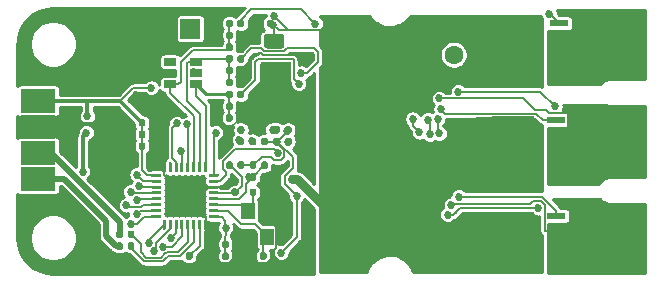
<source format=gtl>
G04 #@! TF.GenerationSoftware,KiCad,Pcbnew,5.1.6*
G04 #@! TF.CreationDate,2020-07-11T18:59:25-04:00*
G04 #@! TF.ProjectId,bldc-controller,626c6463-2d63-46f6-9e74-726f6c6c6572,rev?*
G04 #@! TF.SameCoordinates,Original*
G04 #@! TF.FileFunction,Copper,L1,Top*
G04 #@! TF.FilePolarity,Positive*
%FSLAX46Y46*%
G04 Gerber Fmt 4.6, Leading zero omitted, Abs format (unit mm)*
G04 Created by KiCad (PCBNEW 5.1.6) date 2020-07-11 18:59:25*
%MOMM*%
%LPD*%
G01*
G04 APERTURE LIST*
G04 #@! TA.AperFunction,ComponentPad*
%ADD10C,1.600000*%
G04 #@! TD*
G04 #@! TA.AperFunction,ComponentPad*
%ADD11R,1.600000X1.600000*%
G04 #@! TD*
G04 #@! TA.AperFunction,SMDPad,CuDef*
%ADD12R,3.000000X2.000000*%
G04 #@! TD*
G04 #@! TA.AperFunction,SMDPad,CuDef*
%ADD13R,2.500000X3.000000*%
G04 #@! TD*
G04 #@! TA.AperFunction,SMDPad,CuDef*
%ADD14R,3.000000X5.400000*%
G04 #@! TD*
G04 #@! TA.AperFunction,Conductor*
%ADD15R,2.620000X3.520000*%
G04 #@! TD*
G04 #@! TA.AperFunction,ViaPad*
%ADD16C,0.500000*%
G04 #@! TD*
G04 #@! TA.AperFunction,SMDPad,CuDef*
%ADD17R,1.060000X0.650000*%
G04 #@! TD*
G04 #@! TA.AperFunction,SMDPad,CuDef*
%ADD18R,0.615000X3.140000*%
G04 #@! TD*
G04 #@! TA.AperFunction,SMDPad,CuDef*
%ADD19R,3.550000X4.410000*%
G04 #@! TD*
G04 #@! TA.AperFunction,SMDPad,CuDef*
%ADD20R,1.350000X0.600000*%
G04 #@! TD*
G04 #@! TA.AperFunction,SMDPad,CuDef*
%ADD21R,1.550000X0.600000*%
G04 #@! TD*
G04 #@! TA.AperFunction,ComponentPad*
%ADD22O,1.700000X1.700000*%
G04 #@! TD*
G04 #@! TA.AperFunction,ComponentPad*
%ADD23R,1.700000X1.700000*%
G04 #@! TD*
G04 #@! TA.AperFunction,SMDPad,CuDef*
%ADD24R,1.150000X1.400000*%
G04 #@! TD*
G04 #@! TA.AperFunction,SMDPad,CuDef*
%ADD25R,3.450000X3.450000*%
G04 #@! TD*
G04 #@! TA.AperFunction,ViaPad*
%ADD26C,0.685800*%
G04 #@! TD*
G04 #@! TA.AperFunction,Conductor*
%ADD27C,0.152400*%
G04 #@! TD*
G04 #@! TA.AperFunction,Conductor*
%ADD28C,0.300000*%
G04 #@! TD*
G04 #@! TA.AperFunction,Conductor*
%ADD29C,0.750000*%
G04 #@! TD*
G04 #@! TA.AperFunction,Conductor*
%ADD30C,0.200000*%
G04 #@! TD*
G04 #@! TA.AperFunction,Conductor*
%ADD31C,0.250000*%
G04 #@! TD*
G04 #@! TA.AperFunction,Conductor*
%ADD32C,0.500000*%
G04 #@! TD*
G04 #@! TA.AperFunction,Conductor*
%ADD33C,0.254000*%
G04 #@! TD*
G04 APERTURE END LIST*
D10*
X62400000Y-104400000D03*
D11*
X57400000Y-104400000D03*
D12*
X27200000Y-112700000D03*
X27200000Y-114900000D03*
X27200000Y-110500000D03*
X27200000Y-108300000D03*
D13*
X53300000Y-121050000D03*
G04 #@! TA.AperFunction,SMDPad,CuDef*
G36*
G01*
X34410000Y-120427500D02*
X34410000Y-120772500D01*
G75*
G02*
X34262500Y-120920000I-147500J0D01*
G01*
X33967500Y-120920000D01*
G75*
G02*
X33820000Y-120772500I0J147500D01*
G01*
X33820000Y-120427500D01*
G75*
G02*
X33967500Y-120280000I147500J0D01*
G01*
X34262500Y-120280000D01*
G75*
G02*
X34410000Y-120427500I0J-147500D01*
G01*
G37*
G04 #@! TD.AperFunction*
G04 #@! TA.AperFunction,SMDPad,CuDef*
G36*
G01*
X35380000Y-120427500D02*
X35380000Y-120772500D01*
G75*
G02*
X35232500Y-120920000I-147500J0D01*
G01*
X34937500Y-120920000D01*
G75*
G02*
X34790000Y-120772500I0J147500D01*
G01*
X34790000Y-120427500D01*
G75*
G02*
X34937500Y-120280000I147500J0D01*
G01*
X35232500Y-120280000D01*
G75*
G02*
X35380000Y-120427500I0J-147500D01*
G01*
G37*
G04 #@! TD.AperFunction*
G04 #@! TA.AperFunction,SMDPad,CuDef*
G36*
G01*
X34410000Y-119427500D02*
X34410000Y-119772500D01*
G75*
G02*
X34262500Y-119920000I-147500J0D01*
G01*
X33967500Y-119920000D01*
G75*
G02*
X33820000Y-119772500I0J147500D01*
G01*
X33820000Y-119427500D01*
G75*
G02*
X33967500Y-119280000I147500J0D01*
G01*
X34262500Y-119280000D01*
G75*
G02*
X34410000Y-119427500I0J-147500D01*
G01*
G37*
G04 #@! TD.AperFunction*
G04 #@! TA.AperFunction,SMDPad,CuDef*
G36*
G01*
X35380000Y-119427500D02*
X35380000Y-119772500D01*
G75*
G02*
X35232500Y-119920000I-147500J0D01*
G01*
X34937500Y-119920000D01*
G75*
G02*
X34790000Y-119772500I0J147500D01*
G01*
X34790000Y-119427500D01*
G75*
G02*
X34937500Y-119280000I147500J0D01*
G01*
X35232500Y-119280000D01*
G75*
G02*
X35380000Y-119427500I0J-147500D01*
G01*
G37*
G04 #@! TD.AperFunction*
D14*
X77250000Y-119950000D03*
X77250000Y-103550000D03*
X77250000Y-111750000D03*
G04 #@! TA.AperFunction,SMDPad,CuDef*
G36*
G01*
X47710000Y-110577500D02*
X47710000Y-110922500D01*
G75*
G02*
X47562500Y-111070000I-147500J0D01*
G01*
X47267500Y-111070000D01*
G75*
G02*
X47120000Y-110922500I0J147500D01*
G01*
X47120000Y-110577500D01*
G75*
G02*
X47267500Y-110430000I147500J0D01*
G01*
X47562500Y-110430000D01*
G75*
G02*
X47710000Y-110577500I0J-147500D01*
G01*
G37*
G04 #@! TD.AperFunction*
G04 #@! TA.AperFunction,SMDPad,CuDef*
G36*
G01*
X48680000Y-110577500D02*
X48680000Y-110922500D01*
G75*
G02*
X48532500Y-111070000I-147500J0D01*
G01*
X48237500Y-111070000D01*
G75*
G02*
X48090000Y-110922500I0J147500D01*
G01*
X48090000Y-110577500D01*
G75*
G02*
X48237500Y-110430000I147500J0D01*
G01*
X48532500Y-110430000D01*
G75*
G02*
X48680000Y-110577500I0J-147500D01*
G01*
G37*
G04 #@! TD.AperFunction*
D15*
X47350000Y-106750000D03*
D16*
X48410000Y-108260000D03*
X48410000Y-107253333D03*
X48410000Y-106246667D03*
X48410000Y-105240000D03*
X47350000Y-108260000D03*
X47350000Y-107253333D03*
X47350000Y-106246667D03*
X47350000Y-105240000D03*
X46290000Y-108260000D03*
X46290000Y-107253333D03*
X46290000Y-106246667D03*
X46290000Y-105240000D03*
D17*
X40600000Y-105950000D03*
X40600000Y-105000000D03*
X40600000Y-106900000D03*
X38400000Y-106900000D03*
X38400000Y-105950000D03*
X38400000Y-105000000D03*
G04 #@! TA.AperFunction,SMDPad,CuDef*
G36*
G01*
X44090000Y-105922500D02*
X44090000Y-105577500D01*
G75*
G02*
X44237500Y-105430000I147500J0D01*
G01*
X44532500Y-105430000D01*
G75*
G02*
X44680000Y-105577500I0J-147500D01*
G01*
X44680000Y-105922500D01*
G75*
G02*
X44532500Y-106070000I-147500J0D01*
G01*
X44237500Y-106070000D01*
G75*
G02*
X44090000Y-105922500I0J147500D01*
G01*
G37*
G04 #@! TD.AperFunction*
G04 #@! TA.AperFunction,SMDPad,CuDef*
G36*
G01*
X43120000Y-105922500D02*
X43120000Y-105577500D01*
G75*
G02*
X43267500Y-105430000I147500J0D01*
G01*
X43562500Y-105430000D01*
G75*
G02*
X43710000Y-105577500I0J-147500D01*
G01*
X43710000Y-105922500D01*
G75*
G02*
X43562500Y-106070000I-147500J0D01*
G01*
X43267500Y-106070000D01*
G75*
G02*
X43120000Y-105922500I0J147500D01*
G01*
G37*
G04 #@! TD.AperFunction*
G04 #@! TA.AperFunction,SMDPad,CuDef*
G36*
G01*
X43710000Y-104577500D02*
X43710000Y-104922500D01*
G75*
G02*
X43562500Y-105070000I-147500J0D01*
G01*
X43267500Y-105070000D01*
G75*
G02*
X43120000Y-104922500I0J147500D01*
G01*
X43120000Y-104577500D01*
G75*
G02*
X43267500Y-104430000I147500J0D01*
G01*
X43562500Y-104430000D01*
G75*
G02*
X43710000Y-104577500I0J-147500D01*
G01*
G37*
G04 #@! TD.AperFunction*
G04 #@! TA.AperFunction,SMDPad,CuDef*
G36*
G01*
X44680000Y-104577500D02*
X44680000Y-104922500D01*
G75*
G02*
X44532500Y-105070000I-147500J0D01*
G01*
X44237500Y-105070000D01*
G75*
G02*
X44090000Y-104922500I0J147500D01*
G01*
X44090000Y-104577500D01*
G75*
G02*
X44237500Y-104430000I147500J0D01*
G01*
X44532500Y-104430000D01*
G75*
G02*
X44680000Y-104577500I0J-147500D01*
G01*
G37*
G04 #@! TD.AperFunction*
G04 #@! TA.AperFunction,SMDPad,CuDef*
G36*
G01*
X44090000Y-108922500D02*
X44090000Y-108577500D01*
G75*
G02*
X44237500Y-108430000I147500J0D01*
G01*
X44532500Y-108430000D01*
G75*
G02*
X44680000Y-108577500I0J-147500D01*
G01*
X44680000Y-108922500D01*
G75*
G02*
X44532500Y-109070000I-147500J0D01*
G01*
X44237500Y-109070000D01*
G75*
G02*
X44090000Y-108922500I0J147500D01*
G01*
G37*
G04 #@! TD.AperFunction*
G04 #@! TA.AperFunction,SMDPad,CuDef*
G36*
G01*
X43120000Y-108922500D02*
X43120000Y-108577500D01*
G75*
G02*
X43267500Y-108430000I147500J0D01*
G01*
X43562500Y-108430000D01*
G75*
G02*
X43710000Y-108577500I0J-147500D01*
G01*
X43710000Y-108922500D01*
G75*
G02*
X43562500Y-109070000I-147500J0D01*
G01*
X43267500Y-109070000D01*
G75*
G02*
X43120000Y-108922500I0J147500D01*
G01*
G37*
G04 #@! TD.AperFunction*
G04 #@! TA.AperFunction,SMDPad,CuDef*
G36*
G01*
X43710000Y-107577500D02*
X43710000Y-107922500D01*
G75*
G02*
X43562500Y-108070000I-147500J0D01*
G01*
X43267500Y-108070000D01*
G75*
G02*
X43120000Y-107922500I0J147500D01*
G01*
X43120000Y-107577500D01*
G75*
G02*
X43267500Y-107430000I147500J0D01*
G01*
X43562500Y-107430000D01*
G75*
G02*
X43710000Y-107577500I0J-147500D01*
G01*
G37*
G04 #@! TD.AperFunction*
G04 #@! TA.AperFunction,SMDPad,CuDef*
G36*
G01*
X44680000Y-107577500D02*
X44680000Y-107922500D01*
G75*
G02*
X44532500Y-108070000I-147500J0D01*
G01*
X44237500Y-108070000D01*
G75*
G02*
X44090000Y-107922500I0J147500D01*
G01*
X44090000Y-107577500D01*
G75*
G02*
X44237500Y-107430000I147500J0D01*
G01*
X44532500Y-107430000D01*
G75*
G02*
X44680000Y-107577500I0J-147500D01*
G01*
G37*
G04 #@! TD.AperFunction*
G04 #@! TA.AperFunction,SMDPad,CuDef*
G36*
G01*
X44090000Y-102922500D02*
X44090000Y-102577500D01*
G75*
G02*
X44237500Y-102430000I147500J0D01*
G01*
X44532500Y-102430000D01*
G75*
G02*
X44680000Y-102577500I0J-147500D01*
G01*
X44680000Y-102922500D01*
G75*
G02*
X44532500Y-103070000I-147500J0D01*
G01*
X44237500Y-103070000D01*
G75*
G02*
X44090000Y-102922500I0J147500D01*
G01*
G37*
G04 #@! TD.AperFunction*
G04 #@! TA.AperFunction,SMDPad,CuDef*
G36*
G01*
X43120000Y-102922500D02*
X43120000Y-102577500D01*
G75*
G02*
X43267500Y-102430000I147500J0D01*
G01*
X43562500Y-102430000D01*
G75*
G02*
X43710000Y-102577500I0J-147500D01*
G01*
X43710000Y-102922500D01*
G75*
G02*
X43562500Y-103070000I-147500J0D01*
G01*
X43267500Y-103070000D01*
G75*
G02*
X43120000Y-102922500I0J147500D01*
G01*
G37*
G04 #@! TD.AperFunction*
G04 #@! TA.AperFunction,SMDPad,CuDef*
G36*
G01*
X43710000Y-101577500D02*
X43710000Y-101922500D01*
G75*
G02*
X43562500Y-102070000I-147500J0D01*
G01*
X43267500Y-102070000D01*
G75*
G02*
X43120000Y-101922500I0J147500D01*
G01*
X43120000Y-101577500D01*
G75*
G02*
X43267500Y-101430000I147500J0D01*
G01*
X43562500Y-101430000D01*
G75*
G02*
X43710000Y-101577500I0J-147500D01*
G01*
G37*
G04 #@! TD.AperFunction*
G04 #@! TA.AperFunction,SMDPad,CuDef*
G36*
G01*
X44680000Y-101577500D02*
X44680000Y-101922500D01*
G75*
G02*
X44532500Y-102070000I-147500J0D01*
G01*
X44237500Y-102070000D01*
G75*
G02*
X44090000Y-101922500I0J147500D01*
G01*
X44090000Y-101577500D01*
G75*
G02*
X44237500Y-101430000I147500J0D01*
G01*
X44532500Y-101430000D01*
G75*
G02*
X44680000Y-101577500I0J-147500D01*
G01*
G37*
G04 #@! TD.AperFunction*
G04 #@! TA.AperFunction,SMDPad,CuDef*
G36*
G01*
X43710000Y-113577500D02*
X43710000Y-113922500D01*
G75*
G02*
X43562500Y-114070000I-147500J0D01*
G01*
X43267500Y-114070000D01*
G75*
G02*
X43120000Y-113922500I0J147500D01*
G01*
X43120000Y-113577500D01*
G75*
G02*
X43267500Y-113430000I147500J0D01*
G01*
X43562500Y-113430000D01*
G75*
G02*
X43710000Y-113577500I0J-147500D01*
G01*
G37*
G04 #@! TD.AperFunction*
G04 #@! TA.AperFunction,SMDPad,CuDef*
G36*
G01*
X44680000Y-113577500D02*
X44680000Y-113922500D01*
G75*
G02*
X44532500Y-114070000I-147500J0D01*
G01*
X44237500Y-114070000D01*
G75*
G02*
X44090000Y-113922500I0J147500D01*
G01*
X44090000Y-113577500D01*
G75*
G02*
X44237500Y-113430000I147500J0D01*
G01*
X44532500Y-113430000D01*
G75*
G02*
X44680000Y-113577500I0J-147500D01*
G01*
G37*
G04 #@! TD.AperFunction*
G04 #@! TA.AperFunction,SMDPad,CuDef*
G36*
G01*
X40690000Y-121622500D02*
X40690000Y-121277500D01*
G75*
G02*
X40837500Y-121130000I147500J0D01*
G01*
X41132500Y-121130000D01*
G75*
G02*
X41280000Y-121277500I0J-147500D01*
G01*
X41280000Y-121622500D01*
G75*
G02*
X41132500Y-121770000I-147500J0D01*
G01*
X40837500Y-121770000D01*
G75*
G02*
X40690000Y-121622500I0J147500D01*
G01*
G37*
G04 #@! TD.AperFunction*
G04 #@! TA.AperFunction,SMDPad,CuDef*
G36*
G01*
X39720000Y-121622500D02*
X39720000Y-121277500D01*
G75*
G02*
X39867500Y-121130000I147500J0D01*
G01*
X40162500Y-121130000D01*
G75*
G02*
X40310000Y-121277500I0J-147500D01*
G01*
X40310000Y-121622500D01*
G75*
G02*
X40162500Y-121770000I-147500J0D01*
G01*
X39867500Y-121770000D01*
G75*
G02*
X39720000Y-121622500I0J147500D01*
G01*
G37*
G04 #@! TD.AperFunction*
G04 #@! TA.AperFunction,SMDPad,CuDef*
G36*
G01*
X45710000Y-113577500D02*
X45710000Y-113922500D01*
G75*
G02*
X45562500Y-114070000I-147500J0D01*
G01*
X45267500Y-114070000D01*
G75*
G02*
X45120000Y-113922500I0J147500D01*
G01*
X45120000Y-113577500D01*
G75*
G02*
X45267500Y-113430000I147500J0D01*
G01*
X45562500Y-113430000D01*
G75*
G02*
X45710000Y-113577500I0J-147500D01*
G01*
G37*
G04 #@! TD.AperFunction*
G04 #@! TA.AperFunction,SMDPad,CuDef*
G36*
G01*
X46680000Y-113577500D02*
X46680000Y-113922500D01*
G75*
G02*
X46532500Y-114070000I-147500J0D01*
G01*
X46237500Y-114070000D01*
G75*
G02*
X46090000Y-113922500I0J147500D01*
G01*
X46090000Y-113577500D01*
G75*
G02*
X46237500Y-113430000I147500J0D01*
G01*
X46532500Y-113430000D01*
G75*
G02*
X46680000Y-113577500I0J-147500D01*
G01*
G37*
G04 #@! TD.AperFunction*
D18*
X70633500Y-120585000D03*
D19*
X67458500Y-119950000D03*
D20*
X65011000Y-118045000D03*
X65011000Y-121855000D03*
X65011000Y-120585000D03*
D21*
X71101000Y-121855000D03*
X71101000Y-118045000D03*
X71101000Y-120585000D03*
X71101000Y-119315000D03*
D20*
X65011000Y-119315000D03*
D18*
X70633500Y-112447000D03*
D19*
X67458500Y-111812000D03*
D20*
X65011000Y-109907000D03*
X65011000Y-113717000D03*
X65011000Y-112447000D03*
D21*
X71101000Y-113717000D03*
X71101000Y-109907000D03*
X71101000Y-112447000D03*
X71101000Y-111177000D03*
D20*
X65011000Y-111177000D03*
D18*
X70887500Y-104285000D03*
D19*
X67712500Y-103650000D03*
D20*
X65265000Y-101745000D03*
X65265000Y-105555000D03*
X65265000Y-104285000D03*
D21*
X71355000Y-105555000D03*
X71355000Y-101745000D03*
X71355000Y-104285000D03*
X71355000Y-103015000D03*
D20*
X65265000Y-103015000D03*
D22*
X37560000Y-102200000D03*
D23*
X40100000Y-102200000D03*
G04 #@! TA.AperFunction,SMDPad,CuDef*
G36*
G01*
X46575000Y-105425000D02*
X47825000Y-105425000D01*
G75*
G02*
X48075000Y-105675000I0J-250000D01*
G01*
X48075000Y-106425000D01*
G75*
G02*
X47825000Y-106675000I-250000J0D01*
G01*
X46575000Y-106675000D01*
G75*
G02*
X46325000Y-106425000I0J250000D01*
G01*
X46325000Y-105675000D01*
G75*
G02*
X46575000Y-105425000I250000J0D01*
G01*
G37*
G04 #@! TD.AperFunction*
G04 #@! TA.AperFunction,SMDPad,CuDef*
G36*
G01*
X46575000Y-102625000D02*
X47825000Y-102625000D01*
G75*
G02*
X48075000Y-102875000I0J-250000D01*
G01*
X48075000Y-103625000D01*
G75*
G02*
X47825000Y-103875000I-250000J0D01*
G01*
X46575000Y-103875000D01*
G75*
G02*
X46325000Y-103625000I0J250000D01*
G01*
X46325000Y-102875000D01*
G75*
G02*
X46575000Y-102625000I250000J0D01*
G01*
G37*
G04 #@! TD.AperFunction*
G04 #@! TA.AperFunction,SMDPad,CuDef*
G36*
G01*
X46210000Y-101577500D02*
X46210000Y-101922500D01*
G75*
G02*
X46062500Y-102070000I-147500J0D01*
G01*
X45767500Y-102070000D01*
G75*
G02*
X45620000Y-101922500I0J147500D01*
G01*
X45620000Y-101577500D01*
G75*
G02*
X45767500Y-101430000I147500J0D01*
G01*
X46062500Y-101430000D01*
G75*
G02*
X46210000Y-101577500I0J-147500D01*
G01*
G37*
G04 #@! TD.AperFunction*
G04 #@! TA.AperFunction,SMDPad,CuDef*
G36*
G01*
X47180000Y-101577500D02*
X47180000Y-101922500D01*
G75*
G02*
X47032500Y-102070000I-147500J0D01*
G01*
X46737500Y-102070000D01*
G75*
G02*
X46590000Y-101922500I0J147500D01*
G01*
X46590000Y-101577500D01*
G75*
G02*
X46737500Y-101430000I147500J0D01*
G01*
X47032500Y-101430000D01*
G75*
G02*
X47180000Y-101577500I0J-147500D01*
G01*
G37*
G04 #@! TD.AperFunction*
G04 #@! TA.AperFunction,SMDPad,CuDef*
G36*
G01*
X44090000Y-106922500D02*
X44090000Y-106577500D01*
G75*
G02*
X44237500Y-106430000I147500J0D01*
G01*
X44532500Y-106430000D01*
G75*
G02*
X44680000Y-106577500I0J-147500D01*
G01*
X44680000Y-106922500D01*
G75*
G02*
X44532500Y-107070000I-147500J0D01*
G01*
X44237500Y-107070000D01*
G75*
G02*
X44090000Y-106922500I0J147500D01*
G01*
G37*
G04 #@! TD.AperFunction*
G04 #@! TA.AperFunction,SMDPad,CuDef*
G36*
G01*
X43120000Y-106922500D02*
X43120000Y-106577500D01*
G75*
G02*
X43267500Y-106430000I147500J0D01*
G01*
X43562500Y-106430000D01*
G75*
G02*
X43710000Y-106577500I0J-147500D01*
G01*
X43710000Y-106922500D01*
G75*
G02*
X43562500Y-107070000I-147500J0D01*
G01*
X43267500Y-107070000D01*
G75*
G02*
X43120000Y-106922500I0J147500D01*
G01*
G37*
G04 #@! TD.AperFunction*
G04 #@! TA.AperFunction,SMDPad,CuDef*
G36*
G01*
X44075000Y-109922500D02*
X44075000Y-109577500D01*
G75*
G02*
X44222500Y-109430000I147500J0D01*
G01*
X44517500Y-109430000D01*
G75*
G02*
X44665000Y-109577500I0J-147500D01*
G01*
X44665000Y-109922500D01*
G75*
G02*
X44517500Y-110070000I-147500J0D01*
G01*
X44222500Y-110070000D01*
G75*
G02*
X44075000Y-109922500I0J147500D01*
G01*
G37*
G04 #@! TD.AperFunction*
G04 #@! TA.AperFunction,SMDPad,CuDef*
G36*
G01*
X43105000Y-109922500D02*
X43105000Y-109577500D01*
G75*
G02*
X43252500Y-109430000I147500J0D01*
G01*
X43547500Y-109430000D01*
G75*
G02*
X43695000Y-109577500I0J-147500D01*
G01*
X43695000Y-109922500D01*
G75*
G02*
X43547500Y-110070000I-147500J0D01*
G01*
X43252500Y-110070000D01*
G75*
G02*
X43105000Y-109922500I0J147500D01*
G01*
G37*
G04 #@! TD.AperFunction*
G04 #@! TA.AperFunction,SMDPad,CuDef*
G36*
G01*
X44090000Y-103922500D02*
X44090000Y-103577500D01*
G75*
G02*
X44237500Y-103430000I147500J0D01*
G01*
X44532500Y-103430000D01*
G75*
G02*
X44680000Y-103577500I0J-147500D01*
G01*
X44680000Y-103922500D01*
G75*
G02*
X44532500Y-104070000I-147500J0D01*
G01*
X44237500Y-104070000D01*
G75*
G02*
X44090000Y-103922500I0J147500D01*
G01*
G37*
G04 #@! TD.AperFunction*
G04 #@! TA.AperFunction,SMDPad,CuDef*
G36*
G01*
X43120000Y-103922500D02*
X43120000Y-103577500D01*
G75*
G02*
X43267500Y-103430000I147500J0D01*
G01*
X43562500Y-103430000D01*
G75*
G02*
X43710000Y-103577500I0J-147500D01*
G01*
X43710000Y-103922500D01*
G75*
G02*
X43562500Y-104070000I-147500J0D01*
G01*
X43267500Y-104070000D01*
G75*
G02*
X43120000Y-103922500I0J147500D01*
G01*
G37*
G04 #@! TD.AperFunction*
G04 #@! TA.AperFunction,SMDPad,CuDef*
G36*
G01*
X36690000Y-111322500D02*
X36690000Y-110977500D01*
G75*
G02*
X36837500Y-110830000I147500J0D01*
G01*
X37132500Y-110830000D01*
G75*
G02*
X37280000Y-110977500I0J-147500D01*
G01*
X37280000Y-111322500D01*
G75*
G02*
X37132500Y-111470000I-147500J0D01*
G01*
X36837500Y-111470000D01*
G75*
G02*
X36690000Y-111322500I0J147500D01*
G01*
G37*
G04 #@! TD.AperFunction*
G04 #@! TA.AperFunction,SMDPad,CuDef*
G36*
G01*
X35720000Y-111322500D02*
X35720000Y-110977500D01*
G75*
G02*
X35867500Y-110830000I147500J0D01*
G01*
X36162500Y-110830000D01*
G75*
G02*
X36310000Y-110977500I0J-147500D01*
G01*
X36310000Y-111322500D01*
G75*
G02*
X36162500Y-111470000I-147500J0D01*
G01*
X35867500Y-111470000D01*
G75*
G02*
X35720000Y-111322500I0J147500D01*
G01*
G37*
G04 #@! TD.AperFunction*
G04 #@! TA.AperFunction,SMDPad,CuDef*
G36*
G01*
X42410000Y-120277500D02*
X42410000Y-120622500D01*
G75*
G02*
X42262500Y-120770000I-147500J0D01*
G01*
X41967500Y-120770000D01*
G75*
G02*
X41820000Y-120622500I0J147500D01*
G01*
X41820000Y-120277500D01*
G75*
G02*
X41967500Y-120130000I147500J0D01*
G01*
X42262500Y-120130000D01*
G75*
G02*
X42410000Y-120277500I0J-147500D01*
G01*
G37*
G04 #@! TD.AperFunction*
G04 #@! TA.AperFunction,SMDPad,CuDef*
G36*
G01*
X43380000Y-120277500D02*
X43380000Y-120622500D01*
G75*
G02*
X43232500Y-120770000I-147500J0D01*
G01*
X42937500Y-120770000D01*
G75*
G02*
X42790000Y-120622500I0J147500D01*
G01*
X42790000Y-120277500D01*
G75*
G02*
X42937500Y-120130000I147500J0D01*
G01*
X43232500Y-120130000D01*
G75*
G02*
X43380000Y-120277500I0J-147500D01*
G01*
G37*
G04 #@! TD.AperFunction*
G04 #@! TA.AperFunction,SMDPad,CuDef*
G36*
G01*
X36690000Y-110322500D02*
X36690000Y-109977500D01*
G75*
G02*
X36837500Y-109830000I147500J0D01*
G01*
X37132500Y-109830000D01*
G75*
G02*
X37280000Y-109977500I0J-147500D01*
G01*
X37280000Y-110322500D01*
G75*
G02*
X37132500Y-110470000I-147500J0D01*
G01*
X36837500Y-110470000D01*
G75*
G02*
X36690000Y-110322500I0J147500D01*
G01*
G37*
G04 #@! TD.AperFunction*
G04 #@! TA.AperFunction,SMDPad,CuDef*
G36*
G01*
X35720000Y-110322500D02*
X35720000Y-109977500D01*
G75*
G02*
X35867500Y-109830000I147500J0D01*
G01*
X36162500Y-109830000D01*
G75*
G02*
X36310000Y-109977500I0J-147500D01*
G01*
X36310000Y-110322500D01*
G75*
G02*
X36162500Y-110470000I-147500J0D01*
G01*
X35867500Y-110470000D01*
G75*
G02*
X35720000Y-110322500I0J147500D01*
G01*
G37*
G04 #@! TD.AperFunction*
G04 #@! TA.AperFunction,SMDPad,CuDef*
G36*
G01*
X36690000Y-112322500D02*
X36690000Y-111977500D01*
G75*
G02*
X36837500Y-111830000I147500J0D01*
G01*
X37132500Y-111830000D01*
G75*
G02*
X37280000Y-111977500I0J-147500D01*
G01*
X37280000Y-112322500D01*
G75*
G02*
X37132500Y-112470000I-147500J0D01*
G01*
X36837500Y-112470000D01*
G75*
G02*
X36690000Y-112322500I0J147500D01*
G01*
G37*
G04 #@! TD.AperFunction*
G04 #@! TA.AperFunction,SMDPad,CuDef*
G36*
G01*
X35720000Y-112322500D02*
X35720000Y-111977500D01*
G75*
G02*
X35867500Y-111830000I147500J0D01*
G01*
X36162500Y-111830000D01*
G75*
G02*
X36310000Y-111977500I0J-147500D01*
G01*
X36310000Y-112322500D01*
G75*
G02*
X36162500Y-112470000I-147500J0D01*
G01*
X35867500Y-112470000D01*
G75*
G02*
X35720000Y-112322500I0J147500D01*
G01*
G37*
G04 #@! TD.AperFunction*
G04 #@! TA.AperFunction,SMDPad,CuDef*
G36*
G01*
X46090000Y-114922500D02*
X46090000Y-114577500D01*
G75*
G02*
X46237500Y-114430000I147500J0D01*
G01*
X46532500Y-114430000D01*
G75*
G02*
X46680000Y-114577500I0J-147500D01*
G01*
X46680000Y-114922500D01*
G75*
G02*
X46532500Y-115070000I-147500J0D01*
G01*
X46237500Y-115070000D01*
G75*
G02*
X46090000Y-114922500I0J147500D01*
G01*
G37*
G04 #@! TD.AperFunction*
G04 #@! TA.AperFunction,SMDPad,CuDef*
G36*
G01*
X45120000Y-114922500D02*
X45120000Y-114577500D01*
G75*
G02*
X45267500Y-114430000I147500J0D01*
G01*
X45562500Y-114430000D01*
G75*
G02*
X45710000Y-114577500I0J-147500D01*
G01*
X45710000Y-114922500D01*
G75*
G02*
X45562500Y-115070000I-147500J0D01*
G01*
X45267500Y-115070000D01*
G75*
G02*
X45120000Y-114922500I0J147500D01*
G01*
G37*
G04 #@! TD.AperFunction*
G04 #@! TA.AperFunction,SMDPad,CuDef*
G36*
G01*
X42410000Y-121277500D02*
X42410000Y-121622500D01*
G75*
G02*
X42262500Y-121770000I-147500J0D01*
G01*
X41967500Y-121770000D01*
G75*
G02*
X41820000Y-121622500I0J147500D01*
G01*
X41820000Y-121277500D01*
G75*
G02*
X41967500Y-121130000I147500J0D01*
G01*
X42262500Y-121130000D01*
G75*
G02*
X42410000Y-121277500I0J-147500D01*
G01*
G37*
G04 #@! TD.AperFunction*
G04 #@! TA.AperFunction,SMDPad,CuDef*
G36*
G01*
X43380000Y-121277500D02*
X43380000Y-121622500D01*
G75*
G02*
X43232500Y-121770000I-147500J0D01*
G01*
X42937500Y-121770000D01*
G75*
G02*
X42790000Y-121622500I0J147500D01*
G01*
X42790000Y-121277500D01*
G75*
G02*
X42937500Y-121130000I147500J0D01*
G01*
X43232500Y-121130000D01*
G75*
G02*
X43380000Y-121277500I0J-147500D01*
G01*
G37*
G04 #@! TD.AperFunction*
G04 #@! TA.AperFunction,SMDPad,CuDef*
G36*
G01*
X46090000Y-116222500D02*
X46090000Y-115877500D01*
G75*
G02*
X46237500Y-115730000I147500J0D01*
G01*
X46532500Y-115730000D01*
G75*
G02*
X46680000Y-115877500I0J-147500D01*
G01*
X46680000Y-116222500D01*
G75*
G02*
X46532500Y-116370000I-147500J0D01*
G01*
X46237500Y-116370000D01*
G75*
G02*
X46090000Y-116222500I0J147500D01*
G01*
G37*
G04 #@! TD.AperFunction*
G04 #@! TA.AperFunction,SMDPad,CuDef*
G36*
G01*
X45120000Y-116222500D02*
X45120000Y-115877500D01*
G75*
G02*
X45267500Y-115730000I147500J0D01*
G01*
X45562500Y-115730000D01*
G75*
G02*
X45710000Y-115877500I0J-147500D01*
G01*
X45710000Y-116222500D01*
G75*
G02*
X45562500Y-116370000I-147500J0D01*
G01*
X45267500Y-116370000D01*
G75*
G02*
X45120000Y-116222500I0J147500D01*
G01*
G37*
G04 #@! TD.AperFunction*
G04 #@! TA.AperFunction,SMDPad,CuDef*
G36*
G01*
X45610000Y-121277500D02*
X45610000Y-121622500D01*
G75*
G02*
X45462500Y-121770000I-147500J0D01*
G01*
X45167500Y-121770000D01*
G75*
G02*
X45020000Y-121622500I0J147500D01*
G01*
X45020000Y-121277500D01*
G75*
G02*
X45167500Y-121130000I147500J0D01*
G01*
X45462500Y-121130000D01*
G75*
G02*
X45610000Y-121277500I0J-147500D01*
G01*
G37*
G04 #@! TD.AperFunction*
G04 #@! TA.AperFunction,SMDPad,CuDef*
G36*
G01*
X46580000Y-121277500D02*
X46580000Y-121622500D01*
G75*
G02*
X46432500Y-121770000I-147500J0D01*
G01*
X46137500Y-121770000D01*
G75*
G02*
X45990000Y-121622500I0J147500D01*
G01*
X45990000Y-121277500D01*
G75*
G02*
X46137500Y-121130000I147500J0D01*
G01*
X46432500Y-121130000D01*
G75*
G02*
X46580000Y-121277500I0J-147500D01*
G01*
G37*
G04 #@! TD.AperFunction*
D24*
X45000000Y-119850000D03*
X45000000Y-117650000D03*
X46600000Y-117650000D03*
X46600000Y-119850000D03*
D25*
X39650000Y-116350000D03*
G04 #@! TA.AperFunction,SMDPad,CuDef*
G36*
G01*
X41525000Y-118412500D02*
X41525000Y-119162500D01*
G75*
G02*
X41462500Y-119225000I-62500J0D01*
G01*
X41337500Y-119225000D01*
G75*
G02*
X41275000Y-119162500I0J62500D01*
G01*
X41275000Y-118412500D01*
G75*
G02*
X41337500Y-118350000I62500J0D01*
G01*
X41462500Y-118350000D01*
G75*
G02*
X41525000Y-118412500I0J-62500D01*
G01*
G37*
G04 #@! TD.AperFunction*
G04 #@! TA.AperFunction,SMDPad,CuDef*
G36*
G01*
X41025000Y-118412500D02*
X41025000Y-119162500D01*
G75*
G02*
X40962500Y-119225000I-62500J0D01*
G01*
X40837500Y-119225000D01*
G75*
G02*
X40775000Y-119162500I0J62500D01*
G01*
X40775000Y-118412500D01*
G75*
G02*
X40837500Y-118350000I62500J0D01*
G01*
X40962500Y-118350000D01*
G75*
G02*
X41025000Y-118412500I0J-62500D01*
G01*
G37*
G04 #@! TD.AperFunction*
G04 #@! TA.AperFunction,SMDPad,CuDef*
G36*
G01*
X40525000Y-118412500D02*
X40525000Y-119162500D01*
G75*
G02*
X40462500Y-119225000I-62500J0D01*
G01*
X40337500Y-119225000D01*
G75*
G02*
X40275000Y-119162500I0J62500D01*
G01*
X40275000Y-118412500D01*
G75*
G02*
X40337500Y-118350000I62500J0D01*
G01*
X40462500Y-118350000D01*
G75*
G02*
X40525000Y-118412500I0J-62500D01*
G01*
G37*
G04 #@! TD.AperFunction*
G04 #@! TA.AperFunction,SMDPad,CuDef*
G36*
G01*
X40025000Y-118412500D02*
X40025000Y-119162500D01*
G75*
G02*
X39962500Y-119225000I-62500J0D01*
G01*
X39837500Y-119225000D01*
G75*
G02*
X39775000Y-119162500I0J62500D01*
G01*
X39775000Y-118412500D01*
G75*
G02*
X39837500Y-118350000I62500J0D01*
G01*
X39962500Y-118350000D01*
G75*
G02*
X40025000Y-118412500I0J-62500D01*
G01*
G37*
G04 #@! TD.AperFunction*
G04 #@! TA.AperFunction,SMDPad,CuDef*
G36*
G01*
X39525000Y-118412500D02*
X39525000Y-119162500D01*
G75*
G02*
X39462500Y-119225000I-62500J0D01*
G01*
X39337500Y-119225000D01*
G75*
G02*
X39275000Y-119162500I0J62500D01*
G01*
X39275000Y-118412500D01*
G75*
G02*
X39337500Y-118350000I62500J0D01*
G01*
X39462500Y-118350000D01*
G75*
G02*
X39525000Y-118412500I0J-62500D01*
G01*
G37*
G04 #@! TD.AperFunction*
G04 #@! TA.AperFunction,SMDPad,CuDef*
G36*
G01*
X39025000Y-118412500D02*
X39025000Y-119162500D01*
G75*
G02*
X38962500Y-119225000I-62500J0D01*
G01*
X38837500Y-119225000D01*
G75*
G02*
X38775000Y-119162500I0J62500D01*
G01*
X38775000Y-118412500D01*
G75*
G02*
X38837500Y-118350000I62500J0D01*
G01*
X38962500Y-118350000D01*
G75*
G02*
X39025000Y-118412500I0J-62500D01*
G01*
G37*
G04 #@! TD.AperFunction*
G04 #@! TA.AperFunction,SMDPad,CuDef*
G36*
G01*
X38525000Y-118412500D02*
X38525000Y-119162500D01*
G75*
G02*
X38462500Y-119225000I-62500J0D01*
G01*
X38337500Y-119225000D01*
G75*
G02*
X38275000Y-119162500I0J62500D01*
G01*
X38275000Y-118412500D01*
G75*
G02*
X38337500Y-118350000I62500J0D01*
G01*
X38462500Y-118350000D01*
G75*
G02*
X38525000Y-118412500I0J-62500D01*
G01*
G37*
G04 #@! TD.AperFunction*
G04 #@! TA.AperFunction,SMDPad,CuDef*
G36*
G01*
X38025000Y-118412500D02*
X38025000Y-119162500D01*
G75*
G02*
X37962500Y-119225000I-62500J0D01*
G01*
X37837500Y-119225000D01*
G75*
G02*
X37775000Y-119162500I0J62500D01*
G01*
X37775000Y-118412500D01*
G75*
G02*
X37837500Y-118350000I62500J0D01*
G01*
X37962500Y-118350000D01*
G75*
G02*
X38025000Y-118412500I0J-62500D01*
G01*
G37*
G04 #@! TD.AperFunction*
G04 #@! TA.AperFunction,SMDPad,CuDef*
G36*
G01*
X37650000Y-118037500D02*
X37650000Y-118162500D01*
G75*
G02*
X37587500Y-118225000I-62500J0D01*
G01*
X36837500Y-118225000D01*
G75*
G02*
X36775000Y-118162500I0J62500D01*
G01*
X36775000Y-118037500D01*
G75*
G02*
X36837500Y-117975000I62500J0D01*
G01*
X37587500Y-117975000D01*
G75*
G02*
X37650000Y-118037500I0J-62500D01*
G01*
G37*
G04 #@! TD.AperFunction*
G04 #@! TA.AperFunction,SMDPad,CuDef*
G36*
G01*
X37650000Y-117537500D02*
X37650000Y-117662500D01*
G75*
G02*
X37587500Y-117725000I-62500J0D01*
G01*
X36837500Y-117725000D01*
G75*
G02*
X36775000Y-117662500I0J62500D01*
G01*
X36775000Y-117537500D01*
G75*
G02*
X36837500Y-117475000I62500J0D01*
G01*
X37587500Y-117475000D01*
G75*
G02*
X37650000Y-117537500I0J-62500D01*
G01*
G37*
G04 #@! TD.AperFunction*
G04 #@! TA.AperFunction,SMDPad,CuDef*
G36*
G01*
X37650000Y-117037500D02*
X37650000Y-117162500D01*
G75*
G02*
X37587500Y-117225000I-62500J0D01*
G01*
X36837500Y-117225000D01*
G75*
G02*
X36775000Y-117162500I0J62500D01*
G01*
X36775000Y-117037500D01*
G75*
G02*
X36837500Y-116975000I62500J0D01*
G01*
X37587500Y-116975000D01*
G75*
G02*
X37650000Y-117037500I0J-62500D01*
G01*
G37*
G04 #@! TD.AperFunction*
G04 #@! TA.AperFunction,SMDPad,CuDef*
G36*
G01*
X37650000Y-116537500D02*
X37650000Y-116662500D01*
G75*
G02*
X37587500Y-116725000I-62500J0D01*
G01*
X36837500Y-116725000D01*
G75*
G02*
X36775000Y-116662500I0J62500D01*
G01*
X36775000Y-116537500D01*
G75*
G02*
X36837500Y-116475000I62500J0D01*
G01*
X37587500Y-116475000D01*
G75*
G02*
X37650000Y-116537500I0J-62500D01*
G01*
G37*
G04 #@! TD.AperFunction*
G04 #@! TA.AperFunction,SMDPad,CuDef*
G36*
G01*
X37650000Y-116037500D02*
X37650000Y-116162500D01*
G75*
G02*
X37587500Y-116225000I-62500J0D01*
G01*
X36837500Y-116225000D01*
G75*
G02*
X36775000Y-116162500I0J62500D01*
G01*
X36775000Y-116037500D01*
G75*
G02*
X36837500Y-115975000I62500J0D01*
G01*
X37587500Y-115975000D01*
G75*
G02*
X37650000Y-116037500I0J-62500D01*
G01*
G37*
G04 #@! TD.AperFunction*
G04 #@! TA.AperFunction,SMDPad,CuDef*
G36*
G01*
X37650000Y-115537500D02*
X37650000Y-115662500D01*
G75*
G02*
X37587500Y-115725000I-62500J0D01*
G01*
X36837500Y-115725000D01*
G75*
G02*
X36775000Y-115662500I0J62500D01*
G01*
X36775000Y-115537500D01*
G75*
G02*
X36837500Y-115475000I62500J0D01*
G01*
X37587500Y-115475000D01*
G75*
G02*
X37650000Y-115537500I0J-62500D01*
G01*
G37*
G04 #@! TD.AperFunction*
G04 #@! TA.AperFunction,SMDPad,CuDef*
G36*
G01*
X37650000Y-115037500D02*
X37650000Y-115162500D01*
G75*
G02*
X37587500Y-115225000I-62500J0D01*
G01*
X36837500Y-115225000D01*
G75*
G02*
X36775000Y-115162500I0J62500D01*
G01*
X36775000Y-115037500D01*
G75*
G02*
X36837500Y-114975000I62500J0D01*
G01*
X37587500Y-114975000D01*
G75*
G02*
X37650000Y-115037500I0J-62500D01*
G01*
G37*
G04 #@! TD.AperFunction*
G04 #@! TA.AperFunction,SMDPad,CuDef*
G36*
G01*
X37650000Y-114537500D02*
X37650000Y-114662500D01*
G75*
G02*
X37587500Y-114725000I-62500J0D01*
G01*
X36837500Y-114725000D01*
G75*
G02*
X36775000Y-114662500I0J62500D01*
G01*
X36775000Y-114537500D01*
G75*
G02*
X36837500Y-114475000I62500J0D01*
G01*
X37587500Y-114475000D01*
G75*
G02*
X37650000Y-114537500I0J-62500D01*
G01*
G37*
G04 #@! TD.AperFunction*
G04 #@! TA.AperFunction,SMDPad,CuDef*
G36*
G01*
X38025000Y-113537500D02*
X38025000Y-114287500D01*
G75*
G02*
X37962500Y-114350000I-62500J0D01*
G01*
X37837500Y-114350000D01*
G75*
G02*
X37775000Y-114287500I0J62500D01*
G01*
X37775000Y-113537500D01*
G75*
G02*
X37837500Y-113475000I62500J0D01*
G01*
X37962500Y-113475000D01*
G75*
G02*
X38025000Y-113537500I0J-62500D01*
G01*
G37*
G04 #@! TD.AperFunction*
G04 #@! TA.AperFunction,SMDPad,CuDef*
G36*
G01*
X38525000Y-113537500D02*
X38525000Y-114287500D01*
G75*
G02*
X38462500Y-114350000I-62500J0D01*
G01*
X38337500Y-114350000D01*
G75*
G02*
X38275000Y-114287500I0J62500D01*
G01*
X38275000Y-113537500D01*
G75*
G02*
X38337500Y-113475000I62500J0D01*
G01*
X38462500Y-113475000D01*
G75*
G02*
X38525000Y-113537500I0J-62500D01*
G01*
G37*
G04 #@! TD.AperFunction*
G04 #@! TA.AperFunction,SMDPad,CuDef*
G36*
G01*
X39025000Y-113537500D02*
X39025000Y-114287500D01*
G75*
G02*
X38962500Y-114350000I-62500J0D01*
G01*
X38837500Y-114350000D01*
G75*
G02*
X38775000Y-114287500I0J62500D01*
G01*
X38775000Y-113537500D01*
G75*
G02*
X38837500Y-113475000I62500J0D01*
G01*
X38962500Y-113475000D01*
G75*
G02*
X39025000Y-113537500I0J-62500D01*
G01*
G37*
G04 #@! TD.AperFunction*
G04 #@! TA.AperFunction,SMDPad,CuDef*
G36*
G01*
X39525000Y-113537500D02*
X39525000Y-114287500D01*
G75*
G02*
X39462500Y-114350000I-62500J0D01*
G01*
X39337500Y-114350000D01*
G75*
G02*
X39275000Y-114287500I0J62500D01*
G01*
X39275000Y-113537500D01*
G75*
G02*
X39337500Y-113475000I62500J0D01*
G01*
X39462500Y-113475000D01*
G75*
G02*
X39525000Y-113537500I0J-62500D01*
G01*
G37*
G04 #@! TD.AperFunction*
G04 #@! TA.AperFunction,SMDPad,CuDef*
G36*
G01*
X40025000Y-113537500D02*
X40025000Y-114287500D01*
G75*
G02*
X39962500Y-114350000I-62500J0D01*
G01*
X39837500Y-114350000D01*
G75*
G02*
X39775000Y-114287500I0J62500D01*
G01*
X39775000Y-113537500D01*
G75*
G02*
X39837500Y-113475000I62500J0D01*
G01*
X39962500Y-113475000D01*
G75*
G02*
X40025000Y-113537500I0J-62500D01*
G01*
G37*
G04 #@! TD.AperFunction*
G04 #@! TA.AperFunction,SMDPad,CuDef*
G36*
G01*
X40525000Y-113537500D02*
X40525000Y-114287500D01*
G75*
G02*
X40462500Y-114350000I-62500J0D01*
G01*
X40337500Y-114350000D01*
G75*
G02*
X40275000Y-114287500I0J62500D01*
G01*
X40275000Y-113537500D01*
G75*
G02*
X40337500Y-113475000I62500J0D01*
G01*
X40462500Y-113475000D01*
G75*
G02*
X40525000Y-113537500I0J-62500D01*
G01*
G37*
G04 #@! TD.AperFunction*
G04 #@! TA.AperFunction,SMDPad,CuDef*
G36*
G01*
X41025000Y-113537500D02*
X41025000Y-114287500D01*
G75*
G02*
X40962500Y-114350000I-62500J0D01*
G01*
X40837500Y-114350000D01*
G75*
G02*
X40775000Y-114287500I0J62500D01*
G01*
X40775000Y-113537500D01*
G75*
G02*
X40837500Y-113475000I62500J0D01*
G01*
X40962500Y-113475000D01*
G75*
G02*
X41025000Y-113537500I0J-62500D01*
G01*
G37*
G04 #@! TD.AperFunction*
G04 #@! TA.AperFunction,SMDPad,CuDef*
G36*
G01*
X41525000Y-113537500D02*
X41525000Y-114287500D01*
G75*
G02*
X41462500Y-114350000I-62500J0D01*
G01*
X41337500Y-114350000D01*
G75*
G02*
X41275000Y-114287500I0J62500D01*
G01*
X41275000Y-113537500D01*
G75*
G02*
X41337500Y-113475000I62500J0D01*
G01*
X41462500Y-113475000D01*
G75*
G02*
X41525000Y-113537500I0J-62500D01*
G01*
G37*
G04 #@! TD.AperFunction*
G04 #@! TA.AperFunction,SMDPad,CuDef*
G36*
G01*
X42525000Y-114537500D02*
X42525000Y-114662500D01*
G75*
G02*
X42462500Y-114725000I-62500J0D01*
G01*
X41712500Y-114725000D01*
G75*
G02*
X41650000Y-114662500I0J62500D01*
G01*
X41650000Y-114537500D01*
G75*
G02*
X41712500Y-114475000I62500J0D01*
G01*
X42462500Y-114475000D01*
G75*
G02*
X42525000Y-114537500I0J-62500D01*
G01*
G37*
G04 #@! TD.AperFunction*
G04 #@! TA.AperFunction,SMDPad,CuDef*
G36*
G01*
X42525000Y-115037500D02*
X42525000Y-115162500D01*
G75*
G02*
X42462500Y-115225000I-62500J0D01*
G01*
X41712500Y-115225000D01*
G75*
G02*
X41650000Y-115162500I0J62500D01*
G01*
X41650000Y-115037500D01*
G75*
G02*
X41712500Y-114975000I62500J0D01*
G01*
X42462500Y-114975000D01*
G75*
G02*
X42525000Y-115037500I0J-62500D01*
G01*
G37*
G04 #@! TD.AperFunction*
G04 #@! TA.AperFunction,SMDPad,CuDef*
G36*
G01*
X42525000Y-115537500D02*
X42525000Y-115662500D01*
G75*
G02*
X42462500Y-115725000I-62500J0D01*
G01*
X41712500Y-115725000D01*
G75*
G02*
X41650000Y-115662500I0J62500D01*
G01*
X41650000Y-115537500D01*
G75*
G02*
X41712500Y-115475000I62500J0D01*
G01*
X42462500Y-115475000D01*
G75*
G02*
X42525000Y-115537500I0J-62500D01*
G01*
G37*
G04 #@! TD.AperFunction*
G04 #@! TA.AperFunction,SMDPad,CuDef*
G36*
G01*
X42525000Y-116037500D02*
X42525000Y-116162500D01*
G75*
G02*
X42462500Y-116225000I-62500J0D01*
G01*
X41712500Y-116225000D01*
G75*
G02*
X41650000Y-116162500I0J62500D01*
G01*
X41650000Y-116037500D01*
G75*
G02*
X41712500Y-115975000I62500J0D01*
G01*
X42462500Y-115975000D01*
G75*
G02*
X42525000Y-116037500I0J-62500D01*
G01*
G37*
G04 #@! TD.AperFunction*
G04 #@! TA.AperFunction,SMDPad,CuDef*
G36*
G01*
X42525000Y-116537500D02*
X42525000Y-116662500D01*
G75*
G02*
X42462500Y-116725000I-62500J0D01*
G01*
X41712500Y-116725000D01*
G75*
G02*
X41650000Y-116662500I0J62500D01*
G01*
X41650000Y-116537500D01*
G75*
G02*
X41712500Y-116475000I62500J0D01*
G01*
X42462500Y-116475000D01*
G75*
G02*
X42525000Y-116537500I0J-62500D01*
G01*
G37*
G04 #@! TD.AperFunction*
G04 #@! TA.AperFunction,SMDPad,CuDef*
G36*
G01*
X42525000Y-117037500D02*
X42525000Y-117162500D01*
G75*
G02*
X42462500Y-117225000I-62500J0D01*
G01*
X41712500Y-117225000D01*
G75*
G02*
X41650000Y-117162500I0J62500D01*
G01*
X41650000Y-117037500D01*
G75*
G02*
X41712500Y-116975000I62500J0D01*
G01*
X42462500Y-116975000D01*
G75*
G02*
X42525000Y-117037500I0J-62500D01*
G01*
G37*
G04 #@! TD.AperFunction*
G04 #@! TA.AperFunction,SMDPad,CuDef*
G36*
G01*
X42525000Y-117537500D02*
X42525000Y-117662500D01*
G75*
G02*
X42462500Y-117725000I-62500J0D01*
G01*
X41712500Y-117725000D01*
G75*
G02*
X41650000Y-117662500I0J62500D01*
G01*
X41650000Y-117537500D01*
G75*
G02*
X41712500Y-117475000I62500J0D01*
G01*
X42462500Y-117475000D01*
G75*
G02*
X42525000Y-117537500I0J-62500D01*
G01*
G37*
G04 #@! TD.AperFunction*
G04 #@! TA.AperFunction,SMDPad,CuDef*
G36*
G01*
X42525000Y-118037500D02*
X42525000Y-118162500D01*
G75*
G02*
X42462500Y-118225000I-62500J0D01*
G01*
X41712500Y-118225000D01*
G75*
G02*
X41650000Y-118162500I0J62500D01*
G01*
X41650000Y-118037500D01*
G75*
G02*
X41712500Y-117975000I62500J0D01*
G01*
X42462500Y-117975000D01*
G75*
G02*
X42525000Y-118037500I0J-62500D01*
G01*
G37*
G04 #@! TD.AperFunction*
G04 #@! TA.AperFunction,SMDPad,CuDef*
G36*
G01*
X46090000Y-111922500D02*
X46090000Y-111577500D01*
G75*
G02*
X46237500Y-111430000I147500J0D01*
G01*
X46532500Y-111430000D01*
G75*
G02*
X46680000Y-111577500I0J-147500D01*
G01*
X46680000Y-111922500D01*
G75*
G02*
X46532500Y-112070000I-147500J0D01*
G01*
X46237500Y-112070000D01*
G75*
G02*
X46090000Y-111922500I0J147500D01*
G01*
G37*
G04 #@! TD.AperFunction*
G04 #@! TA.AperFunction,SMDPad,CuDef*
G36*
G01*
X45120000Y-111922500D02*
X45120000Y-111577500D01*
G75*
G02*
X45267500Y-111430000I147500J0D01*
G01*
X45562500Y-111430000D01*
G75*
G02*
X45710000Y-111577500I0J-147500D01*
G01*
X45710000Y-111922500D01*
G75*
G02*
X45562500Y-112070000I-147500J0D01*
G01*
X45267500Y-112070000D01*
G75*
G02*
X45120000Y-111922500I0J147500D01*
G01*
G37*
G04 #@! TD.AperFunction*
G04 #@! TA.AperFunction,SMDPad,CuDef*
G36*
G01*
X48090000Y-111922500D02*
X48090000Y-111577500D01*
G75*
G02*
X48237500Y-111430000I147500J0D01*
G01*
X48532500Y-111430000D01*
G75*
G02*
X48680000Y-111577500I0J-147500D01*
G01*
X48680000Y-111922500D01*
G75*
G02*
X48532500Y-112070000I-147500J0D01*
G01*
X48237500Y-112070000D01*
G75*
G02*
X48090000Y-111922500I0J147500D01*
G01*
G37*
G04 #@! TD.AperFunction*
G04 #@! TA.AperFunction,SMDPad,CuDef*
G36*
G01*
X47120000Y-111922500D02*
X47120000Y-111577500D01*
G75*
G02*
X47267500Y-111430000I147500J0D01*
G01*
X47562500Y-111430000D01*
G75*
G02*
X47710000Y-111577500I0J-147500D01*
G01*
X47710000Y-111922500D01*
G75*
G02*
X47562500Y-112070000I-147500J0D01*
G01*
X47267500Y-112070000D01*
G75*
G02*
X47120000Y-111922500I0J147500D01*
G01*
G37*
G04 #@! TD.AperFunction*
G04 #@! TA.AperFunction,SMDPad,CuDef*
G36*
G01*
X44090000Y-111922500D02*
X44090000Y-111577500D01*
G75*
G02*
X44237500Y-111430000I147500J0D01*
G01*
X44532500Y-111430000D01*
G75*
G02*
X44680000Y-111577500I0J-147500D01*
G01*
X44680000Y-111922500D01*
G75*
G02*
X44532500Y-112070000I-147500J0D01*
G01*
X44237500Y-112070000D01*
G75*
G02*
X44090000Y-111922500I0J147500D01*
G01*
G37*
G04 #@! TD.AperFunction*
G04 #@! TA.AperFunction,SMDPad,CuDef*
G36*
G01*
X43120000Y-111922500D02*
X43120000Y-111577500D01*
G75*
G02*
X43267500Y-111430000I147500J0D01*
G01*
X43562500Y-111430000D01*
G75*
G02*
X43710000Y-111577500I0J-147500D01*
G01*
X43710000Y-111922500D01*
G75*
G02*
X43562500Y-112070000I-147500J0D01*
G01*
X43267500Y-112070000D01*
G75*
G02*
X43120000Y-111922500I0J147500D01*
G01*
G37*
G04 #@! TD.AperFunction*
G04 #@! TA.AperFunction,SMDPad,CuDef*
G36*
G01*
X44090000Y-110922500D02*
X44090000Y-110577500D01*
G75*
G02*
X44237500Y-110430000I147500J0D01*
G01*
X44532500Y-110430000D01*
G75*
G02*
X44680000Y-110577500I0J-147500D01*
G01*
X44680000Y-110922500D01*
G75*
G02*
X44532500Y-111070000I-147500J0D01*
G01*
X44237500Y-111070000D01*
G75*
G02*
X44090000Y-110922500I0J147500D01*
G01*
G37*
G04 #@! TD.AperFunction*
G04 #@! TA.AperFunction,SMDPad,CuDef*
G36*
G01*
X43120000Y-110922500D02*
X43120000Y-110577500D01*
G75*
G02*
X43267500Y-110430000I147500J0D01*
G01*
X43562500Y-110430000D01*
G75*
G02*
X43710000Y-110577500I0J-147500D01*
G01*
X43710000Y-110922500D01*
G75*
G02*
X43562500Y-111070000I-147500J0D01*
G01*
X43267500Y-111070000D01*
G75*
G02*
X43120000Y-110922500I0J147500D01*
G01*
G37*
G04 #@! TD.AperFunction*
G04 #@! TA.AperFunction,SMDPad,CuDef*
G36*
G01*
X44072500Y-115360000D02*
X43727500Y-115360000D01*
G75*
G02*
X43580000Y-115212500I0J147500D01*
G01*
X43580000Y-114917500D01*
G75*
G02*
X43727500Y-114770000I147500J0D01*
G01*
X44072500Y-114770000D01*
G75*
G02*
X44220000Y-114917500I0J-147500D01*
G01*
X44220000Y-115212500D01*
G75*
G02*
X44072500Y-115360000I-147500J0D01*
G01*
G37*
G04 #@! TD.AperFunction*
G04 #@! TA.AperFunction,SMDPad,CuDef*
G36*
G01*
X44072500Y-116330000D02*
X43727500Y-116330000D01*
G75*
G02*
X43580000Y-116182500I0J147500D01*
G01*
X43580000Y-115887500D01*
G75*
G02*
X43727500Y-115740000I147500J0D01*
G01*
X44072500Y-115740000D01*
G75*
G02*
X44220000Y-115887500I0J-147500D01*
G01*
X44220000Y-116182500D01*
G75*
G02*
X44072500Y-116330000I-147500J0D01*
G01*
G37*
G04 #@! TD.AperFunction*
D26*
X76000000Y-109500000D03*
X77000000Y-109500000D03*
X77000000Y-111000000D03*
X78000000Y-114000000D03*
X76000000Y-111000000D03*
X76000000Y-101000000D03*
X77000000Y-101000000D03*
X77000000Y-102500000D03*
X78000000Y-105500000D03*
X76000000Y-102500000D03*
X78000000Y-102500000D03*
X77000000Y-104000000D03*
X76000000Y-117500000D03*
X77000000Y-117500000D03*
X77000000Y-119000000D03*
X78000000Y-122000000D03*
X76000000Y-119000000D03*
X78000000Y-119000000D03*
X77000000Y-120500000D03*
X76000000Y-120500000D03*
X78000000Y-120500000D03*
X78000000Y-117500000D03*
X77000000Y-122000000D03*
X76000000Y-122000000D03*
X76000000Y-104000000D03*
X78000000Y-104000000D03*
X78000000Y-101000000D03*
X77000000Y-105500000D03*
X76000000Y-105500000D03*
X78000000Y-111000000D03*
X77000000Y-112500000D03*
X76000000Y-112500000D03*
X78000000Y-112500000D03*
X78000000Y-109500000D03*
X77000000Y-114000000D03*
X76000000Y-114000000D03*
X49460113Y-104877049D03*
X44385000Y-103750000D03*
X47766000Y-114050500D03*
X43877100Y-115065000D03*
X39650000Y-116350000D03*
X50100000Y-114250000D03*
X50100000Y-113450000D03*
X50100000Y-112650000D03*
X50100000Y-111850000D03*
X33800000Y-109500000D03*
X35500000Y-107800000D03*
X32069729Y-113212653D03*
X37145881Y-105845881D03*
X48300000Y-118400000D03*
X31500000Y-121000000D03*
X47100000Y-101850000D03*
X48704119Y-114954119D03*
X47199992Y-101150000D03*
X62200000Y-117100000D03*
X60363108Y-111147008D03*
X49300000Y-106850000D03*
X60194112Y-109885257D03*
X50700000Y-101771510D03*
X61200000Y-108100000D03*
X49498215Y-105939977D03*
X70500000Y-100950000D03*
X61321283Y-109013044D03*
X62789231Y-107528490D03*
X70979770Y-108778490D03*
X61073196Y-109825826D03*
X61200000Y-111050000D03*
X62850000Y-116400000D03*
X61900000Y-117950000D03*
X69558669Y-117371370D03*
X58939192Y-109833978D03*
X59497891Y-110951954D03*
X39300000Y-112550000D03*
X44245881Y-111595881D03*
X39804690Y-110300000D03*
X48400000Y-111750000D03*
X47500000Y-112750000D03*
X38950718Y-110200718D03*
X35587890Y-114544739D03*
X35743020Y-115508068D03*
X35052226Y-115982834D03*
X35597507Y-116736040D03*
X34700000Y-117128490D03*
X49100000Y-116350000D03*
X47801864Y-121142856D03*
X43100000Y-119050000D03*
X47476321Y-111764183D03*
X48278033Y-110836272D03*
X31000000Y-114300000D03*
X31300000Y-111000008D03*
X31400000Y-109609389D03*
X40400000Y-105900000D03*
X36800000Y-107200000D03*
X45100000Y-114750000D03*
X43900000Y-116028490D03*
X35579052Y-117879052D03*
X35100000Y-118700000D03*
X44395881Y-110745881D03*
X42247760Y-110989521D03*
X45345881Y-111695881D03*
X36567135Y-120298048D03*
X47071510Y-110753011D03*
X38463718Y-119913712D03*
X37785993Y-120641767D03*
X37027493Y-120998526D03*
D27*
X44385000Y-106750000D02*
X44385000Y-105750000D01*
X44385000Y-103750000D02*
X44385000Y-102750000D01*
X44915000Y-102750000D02*
X45915000Y-101750000D01*
X44385000Y-102750000D02*
X44915000Y-102750000D01*
X44385000Y-105750000D02*
X44385000Y-105665000D01*
X44385000Y-105665000D02*
X45800000Y-104250000D01*
X46250496Y-104408421D02*
X48441579Y-104408421D01*
X45800000Y-104250000D02*
X46092075Y-104250000D01*
X46092075Y-104250000D02*
X46250496Y-104408421D01*
X49389598Y-104877049D02*
X49460113Y-104877049D01*
X48489745Y-104456588D02*
X48969137Y-104456588D01*
X48969137Y-104456588D02*
X49389598Y-104877049D01*
X48441579Y-104408421D02*
X48489745Y-104456588D01*
X44385000Y-109735000D02*
X44370000Y-109750000D01*
X44385000Y-108750000D02*
X44385000Y-109735000D01*
X45350000Y-108750000D02*
X47350000Y-106750000D01*
X44385000Y-108750000D02*
X45350000Y-108750000D01*
X45000000Y-121135000D02*
X45315000Y-121450000D01*
X45000000Y-119850000D02*
X45000000Y-121135000D01*
X46588290Y-121998610D02*
X47200000Y-121386900D01*
X45315000Y-121450000D02*
X45863610Y-121998610D01*
X45863610Y-121998610D02*
X46588290Y-121998610D01*
X47403601Y-118453601D02*
X46600000Y-117650000D01*
X47403601Y-120732881D02*
X47403601Y-118453601D01*
X47200000Y-120936482D02*
X47403601Y-120732881D01*
X47200000Y-121386900D02*
X47200000Y-120936482D01*
X45000000Y-119767549D02*
X45000000Y-119850000D01*
X41400000Y-118100000D02*
X39650000Y-116350000D01*
X41400000Y-118787500D02*
X41400000Y-118100000D01*
X40400000Y-115600000D02*
X39650000Y-116350000D01*
X42087500Y-115600000D02*
X40400000Y-115600000D01*
X46385000Y-114750000D02*
X46385000Y-116050000D01*
X46385000Y-117435000D02*
X46600000Y-117650000D01*
X46385000Y-116050000D02*
X46385000Y-117435000D01*
X47066500Y-114750000D02*
X47766000Y-114050500D01*
X46385000Y-114750000D02*
X47066500Y-114750000D01*
X43415000Y-111750000D02*
X43415000Y-110750000D01*
X43415000Y-110705000D02*
X44370000Y-109750000D01*
X43415000Y-110750000D02*
X43415000Y-110705000D01*
X43342100Y-115600000D02*
X43877100Y-115065000D01*
X42087500Y-115600000D02*
X43342100Y-115600000D01*
X41400000Y-119735000D02*
X42115000Y-120450000D01*
X41400000Y-118787500D02*
X41400000Y-119735000D01*
X47350000Y-106750000D02*
X47350000Y-108600000D01*
X47350000Y-108600000D02*
X50100000Y-111350000D01*
X50100000Y-111350000D02*
X50100000Y-111850000D01*
X50100000Y-113450000D02*
X50100000Y-114250000D01*
X50100000Y-112650000D02*
X50100000Y-113450000D01*
X50100000Y-111850000D02*
X50100000Y-112650000D01*
X42115000Y-120450000D02*
X42115000Y-121450000D01*
X45000000Y-120386900D02*
X45000000Y-119850000D01*
X43388290Y-121998610D02*
X45000000Y-120386900D01*
X42663610Y-121998610D02*
X43388290Y-121998610D01*
X42115000Y-121450000D02*
X42663610Y-121998610D01*
X40985000Y-121450000D02*
X42115000Y-121450000D01*
X37900000Y-114600000D02*
X39650000Y-116350000D01*
X37900000Y-113912500D02*
X37900000Y-114600000D01*
X36985000Y-110150000D02*
X36985000Y-112035000D01*
X37900000Y-112950000D02*
X37900000Y-113912500D01*
X36985000Y-112035000D02*
X37900000Y-112950000D01*
D28*
X32800000Y-110500000D02*
X33800000Y-109500000D01*
X36985000Y-109285000D02*
X35500000Y-107800000D01*
X36985000Y-110150000D02*
X36985000Y-109285000D01*
X38400000Y-105950000D02*
X37350000Y-105950000D01*
X32800000Y-110500000D02*
X32845302Y-110545302D01*
X32845302Y-110545302D02*
X32845302Y-112437080D01*
X32845302Y-112437080D02*
X32069729Y-113212653D01*
X27200000Y-110500000D02*
X30744954Y-110500000D01*
X30744954Y-110500000D02*
X30990255Y-110254699D01*
X30990255Y-110254699D02*
X32554699Y-110254699D01*
X32554699Y-110254699D02*
X32800000Y-110500000D01*
D27*
X37350000Y-105950000D02*
X37245881Y-105845881D01*
X37245881Y-105845881D02*
X37145881Y-105845881D01*
X47550000Y-117650000D02*
X48300000Y-118400000D01*
X46600000Y-117650000D02*
X47550000Y-117650000D01*
X47200000Y-102065000D02*
X46885000Y-101750000D01*
X47200000Y-103250000D02*
X47200000Y-102065000D01*
X47100000Y-101850000D02*
X47593011Y-102343011D01*
X54400000Y-101150000D02*
X53206989Y-102343011D01*
X53206989Y-102343011D02*
X48393003Y-102343011D01*
X52206989Y-102343011D02*
X52700000Y-101850000D01*
X48393003Y-102343011D02*
X47199992Y-101150000D01*
X47593011Y-102343011D02*
X52206989Y-102343011D01*
D29*
X48704119Y-114954119D02*
X49154119Y-114954119D01*
X53300000Y-119100000D02*
X53300000Y-121050000D01*
X49154119Y-114954119D02*
X53300000Y-119100000D01*
D27*
X43415000Y-101750000D02*
X43415000Y-103750000D01*
X39082400Y-106900000D02*
X39300000Y-106682400D01*
X38400000Y-106900000D02*
X39082400Y-106900000D01*
X39300000Y-105033518D02*
X40333518Y-104000000D01*
X39300000Y-106682400D02*
X39300000Y-105033518D01*
X43165000Y-104000000D02*
X43415000Y-103750000D01*
X40333518Y-104000000D02*
X43165000Y-104000000D01*
D30*
X38400000Y-106900000D02*
X38400000Y-107600000D01*
X40400000Y-109600000D02*
X40400000Y-113912500D01*
X38400000Y-107600000D02*
X40400000Y-109600000D01*
D27*
X43415000Y-109735000D02*
X43400000Y-109750000D01*
X43415000Y-107750000D02*
X43415000Y-109735000D01*
D31*
X41450000Y-107750000D02*
X40600000Y-106900000D01*
X43415000Y-107750000D02*
X41450000Y-107750000D01*
D30*
X41400000Y-113912500D02*
X41400000Y-108700000D01*
X40600000Y-107900000D02*
X40600000Y-106900000D01*
X41400000Y-108700000D02*
X40600000Y-107900000D01*
D27*
X43415000Y-104750000D02*
X43415000Y-106750000D01*
X40850000Y-104750000D02*
X40600000Y-105000000D01*
X43415000Y-104750000D02*
X40850000Y-104750000D01*
D30*
X40900000Y-109400000D02*
X40900000Y-113912500D01*
X40600000Y-105000000D02*
X39870000Y-105000000D01*
X39800000Y-105070000D02*
X39800000Y-108300000D01*
X39800000Y-108300000D02*
X40900000Y-109400000D01*
X39870000Y-105000000D02*
X39800000Y-105070000D01*
D27*
X70173600Y-119315000D02*
X71101000Y-119315000D01*
X70097399Y-119238799D02*
X70173600Y-119315000D01*
X70132980Y-117526538D02*
X70097399Y-117562119D01*
X70132980Y-117099525D02*
X70132980Y-117526538D01*
X69797297Y-116763842D02*
X70132980Y-117099525D01*
X68855169Y-117042899D02*
X69134226Y-116763842D01*
X69134226Y-116763842D02*
X69797297Y-116763842D01*
X62257101Y-117042899D02*
X68855169Y-117042899D01*
X70097399Y-117562119D02*
X70097399Y-119238799D01*
X62200000Y-117100000D02*
X62257101Y-117042899D01*
X48842881Y-104761399D02*
X45857119Y-104761399D01*
X45600000Y-106535000D02*
X44385000Y-107750000D01*
X48888601Y-104807119D02*
X48842881Y-104761399D01*
X45600000Y-105018518D02*
X45600000Y-106535000D01*
X45857119Y-104761399D02*
X45600000Y-105018518D01*
X48888601Y-106438601D02*
X49300000Y-106850000D01*
X48888601Y-104807119D02*
X48888601Y-106438601D01*
X60363108Y-111147008D02*
X60363108Y-110054253D01*
X60363108Y-110054253D02*
X60194112Y-109885257D01*
X44385000Y-101430000D02*
X45281579Y-100533421D01*
X49461911Y-100533421D02*
X50700000Y-101771510D01*
X44385000Y-101750000D02*
X44385000Y-101430000D01*
X45281579Y-100533421D02*
X49461911Y-100533421D01*
X61200000Y-108100000D02*
X68300000Y-108100000D01*
X69273588Y-109073588D02*
X70223588Y-109073588D01*
X68300000Y-108100000D02*
X69273588Y-109073588D01*
X70223588Y-109073588D02*
X70500000Y-109350000D01*
X72104601Y-109424119D02*
X72104601Y-111100799D01*
X72028400Y-111177000D02*
X71101000Y-111177000D01*
X72104601Y-111100799D02*
X72028400Y-111177000D01*
X72030482Y-109350000D02*
X72104601Y-109424119D01*
X70500000Y-109350000D02*
X72030482Y-109350000D01*
X49983148Y-105939977D02*
X49498215Y-105939977D01*
X46376752Y-104103610D02*
X48023248Y-104103610D01*
X45285000Y-103850000D02*
X46123142Y-103850000D01*
X48023248Y-104103610D02*
X48292897Y-103833961D01*
X50617280Y-103833961D02*
X50914460Y-104131141D01*
X48292897Y-103833961D02*
X50617280Y-103833961D01*
X46123142Y-103850000D02*
X46376752Y-104103610D01*
X50914460Y-104131141D02*
X50914460Y-105008665D01*
X44385000Y-104750000D02*
X45285000Y-103850000D01*
X50914460Y-105008665D02*
X49983148Y-105939977D01*
X70560000Y-100950000D02*
X70500000Y-100950000D01*
X71355000Y-101745000D02*
X70560000Y-100950000D01*
X71101000Y-109907000D02*
X69944982Y-109907000D01*
X69944982Y-109907000D02*
X69416381Y-109378399D01*
X69416381Y-109378399D02*
X61686638Y-109378399D01*
X61686638Y-109378399D02*
X61321283Y-109013044D01*
X62789231Y-107528490D02*
X69729770Y-107528490D01*
X69729770Y-107528490D02*
X70979770Y-108778490D01*
X61073196Y-110923196D02*
X61200000Y-111050000D01*
X61073196Y-109825826D02*
X61073196Y-110923196D01*
X71101000Y-117592600D02*
X71101000Y-118045000D01*
X69908400Y-116400000D02*
X71101000Y-117592600D01*
X62850000Y-116400000D02*
X69908400Y-116400000D01*
X61900000Y-117950000D02*
X62384933Y-117950000D01*
X58939192Y-109833978D02*
X58939192Y-110393255D01*
X58939192Y-110393255D02*
X59497891Y-110951954D01*
X62971370Y-117371370D02*
X69558669Y-117371370D01*
X62950000Y-117384932D02*
X62442466Y-117892466D01*
X62442466Y-117892466D02*
X62563563Y-117771370D01*
X62384933Y-117950000D02*
X62442466Y-117892466D01*
X39400000Y-112650000D02*
X39300000Y-112550000D01*
X39400000Y-113912500D02*
X39400000Y-112650000D01*
X44245881Y-111610881D02*
X44245881Y-111595881D01*
X44385000Y-111750000D02*
X44245881Y-111610881D01*
X39900000Y-113912500D02*
X39900000Y-110395310D01*
X39900000Y-110395310D02*
X39804690Y-110300000D01*
X42891390Y-114110324D02*
X42891390Y-113421710D01*
X42087500Y-115100000D02*
X42581066Y-115100000D01*
X42581066Y-115100000D02*
X43104809Y-114576257D01*
X43104809Y-114576257D02*
X43104809Y-114323743D01*
X43104809Y-114323743D02*
X42891390Y-114110324D01*
X42891390Y-113421710D02*
X43905999Y-112407101D01*
X43905999Y-112407101D02*
X47157101Y-112407101D01*
X47157101Y-112407101D02*
X47500000Y-112750000D01*
X38592286Y-110559150D02*
X38950718Y-110200718D01*
X38592286Y-113167286D02*
X38592286Y-110559150D01*
X38900000Y-113475000D02*
X38592286Y-113167286D01*
X38900000Y-113912500D02*
X38900000Y-113475000D01*
X37212500Y-115100000D02*
X36143151Y-115100000D01*
X36143151Y-115100000D02*
X35587890Y-114544739D01*
X37212500Y-115600000D02*
X35834952Y-115600000D01*
X35834952Y-115600000D02*
X35743020Y-115508068D01*
X37212500Y-116100000D02*
X35169392Y-116100000D01*
X35169392Y-116100000D02*
X35052226Y-115982834D01*
X37212500Y-116600000D02*
X35733547Y-116600000D01*
X35733547Y-116600000D02*
X35597507Y-116736040D01*
X35719487Y-117307550D02*
X34879060Y-117307550D01*
X35931848Y-117295189D02*
X35731848Y-117295189D01*
X36127037Y-117100000D02*
X35931848Y-117295189D01*
X37212500Y-117100000D02*
X36127037Y-117100000D01*
X34879060Y-117307550D02*
X34700000Y-117128490D01*
X35731848Y-117295189D02*
X35719487Y-117307550D01*
X43263518Y-117600000D02*
X44413518Y-118750000D01*
X42087500Y-117600000D02*
X43263518Y-117600000D01*
X46600000Y-119763518D02*
X46600000Y-119850000D01*
X45586482Y-118750000D02*
X46600000Y-119763518D01*
X44413518Y-118750000D02*
X45586482Y-118750000D01*
X46285000Y-120165000D02*
X46600000Y-119850000D01*
X46285000Y-121450000D02*
X46285000Y-120165000D01*
X44450000Y-117100000D02*
X45000000Y-117650000D01*
X42087500Y-117100000D02*
X44450000Y-117100000D01*
X45415000Y-117235000D02*
X45000000Y-117650000D01*
X45415000Y-116050000D02*
X45415000Y-117235000D01*
X49100000Y-116350000D02*
X49100000Y-119844720D01*
X49100000Y-119844720D02*
X47801864Y-121142856D01*
X44385000Y-113750000D02*
X45415000Y-113750000D01*
X42750000Y-118100000D02*
X43085000Y-118435000D01*
X43085000Y-119035000D02*
X43100000Y-119050000D01*
X42087500Y-118100000D02*
X42750000Y-118100000D01*
X43085000Y-118435000D02*
X43085000Y-119035000D01*
X43085000Y-120450000D02*
X43100000Y-119050000D01*
X46385000Y-111750000D02*
X47462138Y-111750000D01*
X47462138Y-111750000D02*
X47476321Y-111764183D01*
X43085000Y-121450000D02*
X43085000Y-120450000D01*
X46928498Y-113024322D02*
X47225678Y-113321502D01*
X45415000Y-113750000D02*
X46140678Y-113024322D01*
X47345824Y-111750000D02*
X46385000Y-111750000D01*
X46140678Y-113024322D02*
X46928498Y-113024322D01*
X47225678Y-113321502D02*
X47774322Y-113321502D01*
X47774322Y-113321502D02*
X48071502Y-113024322D01*
X48071502Y-113024322D02*
X48071502Y-112475678D01*
X48071502Y-112475678D02*
X47345824Y-111750000D01*
X48278033Y-110962471D02*
X48278033Y-110836272D01*
X47476321Y-111764183D02*
X48278033Y-110962471D01*
X37212500Y-114600000D02*
X36450000Y-114600000D01*
X36015000Y-114165000D02*
X36015000Y-110150000D01*
X36450000Y-114600000D02*
X36015000Y-114165000D01*
D28*
X34165000Y-108300000D02*
X36015000Y-110150000D01*
X31200000Y-108300000D02*
X34165000Y-108300000D01*
X27200000Y-108300000D02*
X31200000Y-108300000D01*
X31200000Y-108300000D02*
X31400000Y-108500000D01*
X31400000Y-108500000D02*
X31400000Y-109609389D01*
X31000000Y-111300008D02*
X31300000Y-111000008D01*
X31000000Y-114300000D02*
X31000000Y-111300008D01*
D27*
X40600000Y-105950000D02*
X40450000Y-105950000D01*
X40450000Y-105950000D02*
X40400000Y-105900000D01*
X35265000Y-107200000D02*
X34165000Y-108300000D01*
X36800000Y-107200000D02*
X35265000Y-107200000D01*
X48100508Y-114704096D02*
X48800000Y-114004604D01*
X49100000Y-116350000D02*
X48100508Y-115350508D01*
X48100508Y-115350508D02*
X48100508Y-114704096D01*
X48800000Y-114004604D02*
X48800000Y-113087862D01*
X48800000Y-113087862D02*
X47476321Y-111764183D01*
X45415000Y-114720000D02*
X46385000Y-113750000D01*
X45415000Y-114750000D02*
X45415000Y-114720000D01*
X45415000Y-114750000D02*
X45100000Y-114750000D01*
X44804811Y-115360189D02*
X45415000Y-114750000D01*
X44804811Y-115982089D02*
X44804811Y-115360189D01*
X44186900Y-116600000D02*
X44804811Y-115982089D01*
X42087500Y-116600000D02*
X44186900Y-116600000D01*
X42087500Y-116100000D02*
X43635000Y-116100000D01*
X43900000Y-116035000D02*
X43900000Y-116028490D01*
X43906510Y-116035000D02*
X43900000Y-116028490D01*
X44015000Y-116035000D02*
X43906510Y-116035000D01*
X43436900Y-113750000D02*
X43415000Y-113750000D01*
X44448610Y-114761710D02*
X43436900Y-113750000D01*
X44448610Y-115479880D02*
X44448610Y-114761710D01*
X43900000Y-116028490D02*
X44448610Y-115479880D01*
X35858104Y-117600000D02*
X35579052Y-117879052D01*
X37212500Y-117600000D02*
X35858104Y-117600000D01*
D30*
X37212500Y-118100000D02*
X36200000Y-118100000D01*
X35600000Y-118700000D02*
X35100000Y-118700000D01*
X36200000Y-118100000D02*
X35600000Y-118700000D01*
D32*
X27200000Y-114900000D02*
X29400000Y-114900000D01*
X29400000Y-114900000D02*
X33000000Y-118500000D01*
X33820000Y-120600000D02*
X34115000Y-120600000D01*
X33000000Y-119780000D02*
X33820000Y-120600000D01*
X33000000Y-118500000D02*
X33000000Y-119780000D01*
X34115000Y-119600000D02*
X34115000Y-118518046D01*
X34115000Y-118518046D02*
X28296954Y-112700000D01*
X28296954Y-112700000D02*
X27200000Y-112700000D01*
D27*
X39900000Y-118787500D02*
X39900000Y-118850000D01*
X40900000Y-120565000D02*
X40015000Y-121450000D01*
X40900000Y-118787500D02*
X40900000Y-120565000D01*
X44385000Y-110750000D02*
X44391762Y-110750000D01*
X44391762Y-110750000D02*
X44395881Y-110745881D01*
X42087500Y-114600000D02*
X42087500Y-111149781D01*
X42087500Y-111149781D02*
X42247760Y-110989521D01*
X45400000Y-111750000D02*
X45345881Y-111695881D01*
X45415000Y-111750000D02*
X45400000Y-111750000D01*
X37900000Y-118787500D02*
X36567135Y-120120365D01*
X36567135Y-120120365D02*
X36567135Y-120298048D01*
X39206111Y-121406989D02*
X38288988Y-121406989D01*
X38169696Y-121526281D02*
X38123412Y-121526281D01*
X40400000Y-118787500D02*
X40400000Y-120213100D01*
X40400000Y-120213100D02*
X39206111Y-121406989D01*
X38288988Y-121406989D02*
X38169696Y-121526281D01*
X35085000Y-120600000D02*
X35085000Y-120785000D01*
X35085000Y-120785000D02*
X36174847Y-121874847D01*
X36174847Y-121874847D02*
X37774847Y-121874847D01*
X38123412Y-121526281D02*
X37774847Y-121874847D01*
X38043440Y-121221470D02*
X37997156Y-121221470D01*
X39900000Y-120282033D02*
X39079855Y-121102178D01*
X39900000Y-118787500D02*
X39900000Y-120282033D01*
X37648590Y-121570036D02*
X36370036Y-121570036D01*
X35900000Y-121100000D02*
X35900000Y-120415000D01*
X37997156Y-121221470D02*
X37648590Y-121570036D01*
X38162732Y-121102178D02*
X38043440Y-121221470D01*
X39079855Y-121102178D02*
X38162732Y-121102178D01*
X35900000Y-120415000D02*
X35085000Y-119600000D01*
X36370036Y-121570036D02*
X35900000Y-121100000D01*
X47074521Y-110750000D02*
X47071510Y-110753011D01*
X47415000Y-110750000D02*
X47074521Y-110750000D01*
X38900000Y-119477430D02*
X38463718Y-119913712D01*
X38900000Y-118787500D02*
X38900000Y-119477430D01*
X38543902Y-120641767D02*
X37785993Y-120641767D01*
X39400000Y-119785669D02*
X38543902Y-120641767D01*
X39400000Y-118787500D02*
X39400000Y-119785669D01*
X37191033Y-120345661D02*
X37191033Y-120834986D01*
X38400000Y-118787500D02*
X38400000Y-119136694D01*
X37191033Y-120834986D02*
X37027493Y-120998526D01*
X38400000Y-119136694D02*
X37191033Y-120345661D01*
D33*
G36*
X55279171Y-101124205D02*
G01*
X55302602Y-101158426D01*
X55325514Y-101192911D01*
X55329577Y-101197823D01*
X55329582Y-101197830D01*
X55329588Y-101197835D01*
X55530304Y-101437039D01*
X55559922Y-101466043D01*
X55589108Y-101495434D01*
X55594055Y-101499469D01*
X55837415Y-101695136D01*
X55872097Y-101717832D01*
X55906443Y-101740998D01*
X55912075Y-101743992D01*
X55912079Y-101743995D01*
X55912083Y-101743997D01*
X56188810Y-101888666D01*
X56227228Y-101904188D01*
X56265430Y-101920247D01*
X56271536Y-101922090D01*
X56271543Y-101922093D01*
X56271550Y-101922094D01*
X56571103Y-102010258D01*
X56611856Y-102018032D01*
X56652400Y-102026355D01*
X56658740Y-102026977D01*
X56658752Y-102026979D01*
X56658763Y-102026979D01*
X56969733Y-102055279D01*
X57011204Y-102054990D01*
X57052607Y-102055279D01*
X57058950Y-102054657D01*
X57058961Y-102054657D01*
X57058971Y-102054655D01*
X57369516Y-102022015D01*
X57410125Y-102013679D01*
X57450811Y-102005918D01*
X57456918Y-102004074D01*
X57456924Y-102004073D01*
X57456930Y-102004071D01*
X57755222Y-101911734D01*
X57793445Y-101895667D01*
X57831843Y-101880153D01*
X57837471Y-101877161D01*
X57837480Y-101877157D01*
X57837487Y-101877152D01*
X58112165Y-101728635D01*
X58146559Y-101705436D01*
X58181192Y-101682773D01*
X58186134Y-101678743D01*
X58186140Y-101678739D01*
X58186145Y-101678734D01*
X58426744Y-101479693D01*
X58455966Y-101450266D01*
X58485548Y-101421297D01*
X58489613Y-101416384D01*
X58489618Y-101416379D01*
X58489622Y-101416374D01*
X58686979Y-101174389D01*
X58709922Y-101139858D01*
X58733320Y-101105685D01*
X58736357Y-101100069D01*
X58748623Y-101077000D01*
X69787180Y-101077000D01*
X69803919Y-101161154D01*
X69858488Y-101292895D01*
X69873000Y-101314614D01*
X69873000Y-107094166D01*
X69819397Y-107077905D01*
X69752230Y-107071290D01*
X69752220Y-107071290D01*
X69729770Y-107069079D01*
X69707320Y-107071290D01*
X63354367Y-107071290D01*
X63351521Y-107067030D01*
X63250691Y-106966200D01*
X63132126Y-106886978D01*
X63000385Y-106832409D01*
X62860529Y-106804590D01*
X62717933Y-106804590D01*
X62578077Y-106832409D01*
X62446336Y-106886978D01*
X62327771Y-106966200D01*
X62226941Y-107067030D01*
X62147719Y-107185595D01*
X62093150Y-107317336D01*
X62065331Y-107457192D01*
X62065331Y-107599788D01*
X62073887Y-107642800D01*
X61765136Y-107642800D01*
X61762290Y-107638540D01*
X61661460Y-107537710D01*
X61542895Y-107458488D01*
X61411154Y-107403919D01*
X61271298Y-107376100D01*
X61128702Y-107376100D01*
X60988846Y-107403919D01*
X60857105Y-107458488D01*
X60738540Y-107537710D01*
X60637710Y-107638540D01*
X60558488Y-107757105D01*
X60503919Y-107888846D01*
X60476100Y-108028702D01*
X60476100Y-108171298D01*
X60503919Y-108311154D01*
X60558488Y-108442895D01*
X60637710Y-108561460D01*
X60706458Y-108630208D01*
X60679771Y-108670149D01*
X60625202Y-108801890D01*
X60597383Y-108941746D01*
X60597383Y-109084342D01*
X60625202Y-109224198D01*
X60635045Y-109247961D01*
X60611736Y-109263536D01*
X60593668Y-109281604D01*
X60537007Y-109243745D01*
X60405266Y-109189176D01*
X60265410Y-109161357D01*
X60122814Y-109161357D01*
X59982958Y-109189176D01*
X59851217Y-109243745D01*
X59732652Y-109322967D01*
X59631822Y-109423797D01*
X59583061Y-109496773D01*
X59580704Y-109491083D01*
X59501482Y-109372518D01*
X59400652Y-109271688D01*
X59282087Y-109192466D01*
X59150346Y-109137897D01*
X59010490Y-109110078D01*
X58867894Y-109110078D01*
X58728038Y-109137897D01*
X58596297Y-109192466D01*
X58477732Y-109271688D01*
X58376902Y-109372518D01*
X58297680Y-109491083D01*
X58243111Y-109622824D01*
X58215292Y-109762680D01*
X58215292Y-109905276D01*
X58243111Y-110045132D01*
X58297680Y-110176873D01*
X58376902Y-110295438D01*
X58477732Y-110396268D01*
X58480243Y-110397946D01*
X58481993Y-110415715D01*
X58488608Y-110482882D01*
X58502920Y-110530059D01*
X58514752Y-110569064D01*
X58557205Y-110648490D01*
X58570184Y-110664304D01*
X58614340Y-110718108D01*
X58631784Y-110732424D01*
X58774991Y-110875631D01*
X58773991Y-110880656D01*
X58773991Y-111023252D01*
X58801810Y-111163108D01*
X58856379Y-111294849D01*
X58935601Y-111413414D01*
X59036431Y-111514244D01*
X59154996Y-111593466D01*
X59286737Y-111648035D01*
X59426593Y-111675854D01*
X59569189Y-111675854D01*
X59709045Y-111648035D01*
X59801916Y-111609566D01*
X59901648Y-111709298D01*
X60020213Y-111788520D01*
X60151954Y-111843089D01*
X60291810Y-111870908D01*
X60434406Y-111870908D01*
X60574262Y-111843089D01*
X60706003Y-111788520D01*
X60824568Y-111709298D01*
X60848262Y-111685604D01*
X60857105Y-111691512D01*
X60988846Y-111746081D01*
X61128702Y-111773900D01*
X61271298Y-111773900D01*
X61411154Y-111746081D01*
X61542895Y-111691512D01*
X61661460Y-111612290D01*
X61762290Y-111511460D01*
X61841512Y-111392895D01*
X61896081Y-111261154D01*
X61923900Y-111121298D01*
X61923900Y-110978702D01*
X61896081Y-110838846D01*
X61841512Y-110707105D01*
X61762290Y-110588540D01*
X61661460Y-110487710D01*
X61542895Y-110408488D01*
X61530396Y-110403311D01*
X61530396Y-110390962D01*
X61534656Y-110388116D01*
X61635486Y-110287286D01*
X61714708Y-110168721D01*
X61769277Y-110036980D01*
X61797096Y-109897124D01*
X61797096Y-109835599D01*
X69227003Y-109835599D01*
X69605816Y-110214413D01*
X69620129Y-110231853D01*
X69637568Y-110246165D01*
X69637574Y-110246171D01*
X69689746Y-110288987D01*
X69769172Y-110331441D01*
X69789231Y-110337526D01*
X69855355Y-110357585D01*
X69873000Y-110359323D01*
X69873000Y-115942800D01*
X63415136Y-115942800D01*
X63412290Y-115938540D01*
X63311460Y-115837710D01*
X63192895Y-115758488D01*
X63061154Y-115703919D01*
X62921298Y-115676100D01*
X62778702Y-115676100D01*
X62638846Y-115703919D01*
X62507105Y-115758488D01*
X62388540Y-115837710D01*
X62287710Y-115938540D01*
X62208488Y-116057105D01*
X62153919Y-116188846D01*
X62126100Y-116328702D01*
X62126100Y-116376618D01*
X61988846Y-116403919D01*
X61857105Y-116458488D01*
X61738540Y-116537710D01*
X61637710Y-116638540D01*
X61558488Y-116757105D01*
X61503919Y-116888846D01*
X61476100Y-117028702D01*
X61476100Y-117171298D01*
X61503919Y-117311154D01*
X61514583Y-117336900D01*
X61438540Y-117387710D01*
X61337710Y-117488540D01*
X61258488Y-117607105D01*
X61203919Y-117738846D01*
X61176100Y-117878702D01*
X61176100Y-118021298D01*
X61203919Y-118161154D01*
X61258488Y-118292895D01*
X61337710Y-118411460D01*
X61438540Y-118512290D01*
X61557105Y-118591512D01*
X61688846Y-118646081D01*
X61828702Y-118673900D01*
X61971298Y-118673900D01*
X62111154Y-118646081D01*
X62242895Y-118591512D01*
X62361460Y-118512290D01*
X62462290Y-118411460D01*
X62469204Y-118401112D01*
X62474560Y-118400585D01*
X62560742Y-118374441D01*
X62640169Y-118331987D01*
X62640170Y-118331986D01*
X62640172Y-118331985D01*
X62692343Y-118289168D01*
X62709786Y-118274853D01*
X62724106Y-118257404D01*
X62749874Y-118231636D01*
X62902732Y-118078779D01*
X62902740Y-118078769D01*
X63152940Y-117828570D01*
X68993533Y-117828570D01*
X68996379Y-117832830D01*
X69097209Y-117933660D01*
X69215774Y-118012882D01*
X69347515Y-118067451D01*
X69487371Y-118095270D01*
X69629967Y-118095270D01*
X69640199Y-118093235D01*
X69640200Y-119216339D01*
X69637988Y-119238799D01*
X69646815Y-119328425D01*
X69672959Y-119414608D01*
X69713689Y-119490809D01*
X69715413Y-119494035D01*
X69772547Y-119563652D01*
X69789992Y-119577969D01*
X69834426Y-119622403D01*
X69848747Y-119639853D01*
X69873000Y-119659757D01*
X69873000Y-122823000D01*
X58967179Y-122823000D01*
X58906416Y-122631450D01*
X58890075Y-122593323D01*
X58874300Y-122555051D01*
X58871264Y-122549435D01*
X58720829Y-122275795D01*
X58697398Y-122241574D01*
X58674486Y-122207089D01*
X58670423Y-122202177D01*
X58670418Y-122202170D01*
X58670412Y-122202165D01*
X58469696Y-121962961D01*
X58440078Y-121933957D01*
X58410892Y-121904566D01*
X58405950Y-121900536D01*
X58405944Y-121900530D01*
X58405937Y-121900526D01*
X58162585Y-121704864D01*
X58127880Y-121682153D01*
X58093557Y-121659002D01*
X58087925Y-121656008D01*
X58087921Y-121656005D01*
X58087917Y-121656003D01*
X57811190Y-121511334D01*
X57772760Y-121495807D01*
X57734570Y-121479753D01*
X57728468Y-121477911D01*
X57728458Y-121477907D01*
X57728448Y-121477905D01*
X57428897Y-121389742D01*
X57388144Y-121381968D01*
X57347600Y-121373645D01*
X57341260Y-121373023D01*
X57341248Y-121373021D01*
X57341237Y-121373021D01*
X57030267Y-121344721D01*
X56988796Y-121345010D01*
X56947393Y-121344721D01*
X56941050Y-121345343D01*
X56941039Y-121345343D01*
X56941029Y-121345345D01*
X56630484Y-121377985D01*
X56589874Y-121386321D01*
X56549190Y-121394082D01*
X56543080Y-121395926D01*
X56543074Y-121395928D01*
X56244778Y-121488266D01*
X56206544Y-121504338D01*
X56168157Y-121519847D01*
X56162520Y-121522843D01*
X55887836Y-121671365D01*
X55853457Y-121694553D01*
X55818809Y-121717227D01*
X55813861Y-121721261D01*
X55573257Y-121920306D01*
X55544034Y-121949734D01*
X55514452Y-121978703D01*
X55510387Y-121983616D01*
X55510382Y-121983621D01*
X55510378Y-121983626D01*
X55313021Y-122225611D01*
X55290078Y-122260142D01*
X55266680Y-122294315D01*
X55263643Y-122299930D01*
X55117043Y-122575644D01*
X55101252Y-122613956D01*
X55084927Y-122652045D01*
X55083039Y-122658143D01*
X55033266Y-122823000D01*
X51127000Y-122823000D01*
X51127000Y-105442703D01*
X51221868Y-105347835D01*
X51239313Y-105333518D01*
X51296447Y-105263901D01*
X51338901Y-105184474D01*
X51365045Y-105098292D01*
X51371660Y-105031125D01*
X51371660Y-105031116D01*
X51373871Y-105008666D01*
X51371660Y-104986216D01*
X51371660Y-104283682D01*
X61219000Y-104283682D01*
X61219000Y-104516318D01*
X61264386Y-104744485D01*
X61353412Y-104959413D01*
X61482658Y-105152843D01*
X61647157Y-105317342D01*
X61840587Y-105446588D01*
X62055515Y-105535614D01*
X62283682Y-105581000D01*
X62516318Y-105581000D01*
X62744485Y-105535614D01*
X62959413Y-105446588D01*
X63152843Y-105317342D01*
X63317342Y-105152843D01*
X63446588Y-104959413D01*
X63535614Y-104744485D01*
X63581000Y-104516318D01*
X63581000Y-104283682D01*
X63535614Y-104055515D01*
X63446588Y-103840587D01*
X63317342Y-103647157D01*
X63152843Y-103482658D01*
X62959413Y-103353412D01*
X62744485Y-103264386D01*
X62516318Y-103219000D01*
X62283682Y-103219000D01*
X62055515Y-103264386D01*
X61840587Y-103353412D01*
X61647157Y-103482658D01*
X61482658Y-103647157D01*
X61353412Y-103840587D01*
X61264386Y-104055515D01*
X61219000Y-104283682D01*
X51371660Y-104283682D01*
X51371660Y-104153591D01*
X51373871Y-104131141D01*
X51371660Y-104108691D01*
X51371660Y-104108681D01*
X51365045Y-104041514D01*
X51338901Y-103955332D01*
X51296447Y-103875905D01*
X51239313Y-103806288D01*
X51221864Y-103791968D01*
X51127000Y-103697104D01*
X51127000Y-102356825D01*
X51161460Y-102333800D01*
X51262290Y-102232970D01*
X51341512Y-102114405D01*
X51396081Y-101982664D01*
X51423900Y-101842808D01*
X51423900Y-101700212D01*
X51396081Y-101560356D01*
X51341512Y-101428615D01*
X51262290Y-101310050D01*
X51161460Y-101209220D01*
X51127000Y-101186195D01*
X51127000Y-101077000D01*
X55253220Y-101077000D01*
X55279171Y-101124205D01*
G37*
X55279171Y-101124205D02*
X55302602Y-101158426D01*
X55325514Y-101192911D01*
X55329577Y-101197823D01*
X55329582Y-101197830D01*
X55329588Y-101197835D01*
X55530304Y-101437039D01*
X55559922Y-101466043D01*
X55589108Y-101495434D01*
X55594055Y-101499469D01*
X55837415Y-101695136D01*
X55872097Y-101717832D01*
X55906443Y-101740998D01*
X55912075Y-101743992D01*
X55912079Y-101743995D01*
X55912083Y-101743997D01*
X56188810Y-101888666D01*
X56227228Y-101904188D01*
X56265430Y-101920247D01*
X56271536Y-101922090D01*
X56271543Y-101922093D01*
X56271550Y-101922094D01*
X56571103Y-102010258D01*
X56611856Y-102018032D01*
X56652400Y-102026355D01*
X56658740Y-102026977D01*
X56658752Y-102026979D01*
X56658763Y-102026979D01*
X56969733Y-102055279D01*
X57011204Y-102054990D01*
X57052607Y-102055279D01*
X57058950Y-102054657D01*
X57058961Y-102054657D01*
X57058971Y-102054655D01*
X57369516Y-102022015D01*
X57410125Y-102013679D01*
X57450811Y-102005918D01*
X57456918Y-102004074D01*
X57456924Y-102004073D01*
X57456930Y-102004071D01*
X57755222Y-101911734D01*
X57793445Y-101895667D01*
X57831843Y-101880153D01*
X57837471Y-101877161D01*
X57837480Y-101877157D01*
X57837487Y-101877152D01*
X58112165Y-101728635D01*
X58146559Y-101705436D01*
X58181192Y-101682773D01*
X58186134Y-101678743D01*
X58186140Y-101678739D01*
X58186145Y-101678734D01*
X58426744Y-101479693D01*
X58455966Y-101450266D01*
X58485548Y-101421297D01*
X58489613Y-101416384D01*
X58489618Y-101416379D01*
X58489622Y-101416374D01*
X58686979Y-101174389D01*
X58709922Y-101139858D01*
X58733320Y-101105685D01*
X58736357Y-101100069D01*
X58748623Y-101077000D01*
X69787180Y-101077000D01*
X69803919Y-101161154D01*
X69858488Y-101292895D01*
X69873000Y-101314614D01*
X69873000Y-107094166D01*
X69819397Y-107077905D01*
X69752230Y-107071290D01*
X69752220Y-107071290D01*
X69729770Y-107069079D01*
X69707320Y-107071290D01*
X63354367Y-107071290D01*
X63351521Y-107067030D01*
X63250691Y-106966200D01*
X63132126Y-106886978D01*
X63000385Y-106832409D01*
X62860529Y-106804590D01*
X62717933Y-106804590D01*
X62578077Y-106832409D01*
X62446336Y-106886978D01*
X62327771Y-106966200D01*
X62226941Y-107067030D01*
X62147719Y-107185595D01*
X62093150Y-107317336D01*
X62065331Y-107457192D01*
X62065331Y-107599788D01*
X62073887Y-107642800D01*
X61765136Y-107642800D01*
X61762290Y-107638540D01*
X61661460Y-107537710D01*
X61542895Y-107458488D01*
X61411154Y-107403919D01*
X61271298Y-107376100D01*
X61128702Y-107376100D01*
X60988846Y-107403919D01*
X60857105Y-107458488D01*
X60738540Y-107537710D01*
X60637710Y-107638540D01*
X60558488Y-107757105D01*
X60503919Y-107888846D01*
X60476100Y-108028702D01*
X60476100Y-108171298D01*
X60503919Y-108311154D01*
X60558488Y-108442895D01*
X60637710Y-108561460D01*
X60706458Y-108630208D01*
X60679771Y-108670149D01*
X60625202Y-108801890D01*
X60597383Y-108941746D01*
X60597383Y-109084342D01*
X60625202Y-109224198D01*
X60635045Y-109247961D01*
X60611736Y-109263536D01*
X60593668Y-109281604D01*
X60537007Y-109243745D01*
X60405266Y-109189176D01*
X60265410Y-109161357D01*
X60122814Y-109161357D01*
X59982958Y-109189176D01*
X59851217Y-109243745D01*
X59732652Y-109322967D01*
X59631822Y-109423797D01*
X59583061Y-109496773D01*
X59580704Y-109491083D01*
X59501482Y-109372518D01*
X59400652Y-109271688D01*
X59282087Y-109192466D01*
X59150346Y-109137897D01*
X59010490Y-109110078D01*
X58867894Y-109110078D01*
X58728038Y-109137897D01*
X58596297Y-109192466D01*
X58477732Y-109271688D01*
X58376902Y-109372518D01*
X58297680Y-109491083D01*
X58243111Y-109622824D01*
X58215292Y-109762680D01*
X58215292Y-109905276D01*
X58243111Y-110045132D01*
X58297680Y-110176873D01*
X58376902Y-110295438D01*
X58477732Y-110396268D01*
X58480243Y-110397946D01*
X58481993Y-110415715D01*
X58488608Y-110482882D01*
X58502920Y-110530059D01*
X58514752Y-110569064D01*
X58557205Y-110648490D01*
X58570184Y-110664304D01*
X58614340Y-110718108D01*
X58631784Y-110732424D01*
X58774991Y-110875631D01*
X58773991Y-110880656D01*
X58773991Y-111023252D01*
X58801810Y-111163108D01*
X58856379Y-111294849D01*
X58935601Y-111413414D01*
X59036431Y-111514244D01*
X59154996Y-111593466D01*
X59286737Y-111648035D01*
X59426593Y-111675854D01*
X59569189Y-111675854D01*
X59709045Y-111648035D01*
X59801916Y-111609566D01*
X59901648Y-111709298D01*
X60020213Y-111788520D01*
X60151954Y-111843089D01*
X60291810Y-111870908D01*
X60434406Y-111870908D01*
X60574262Y-111843089D01*
X60706003Y-111788520D01*
X60824568Y-111709298D01*
X60848262Y-111685604D01*
X60857105Y-111691512D01*
X60988846Y-111746081D01*
X61128702Y-111773900D01*
X61271298Y-111773900D01*
X61411154Y-111746081D01*
X61542895Y-111691512D01*
X61661460Y-111612290D01*
X61762290Y-111511460D01*
X61841512Y-111392895D01*
X61896081Y-111261154D01*
X61923900Y-111121298D01*
X61923900Y-110978702D01*
X61896081Y-110838846D01*
X61841512Y-110707105D01*
X61762290Y-110588540D01*
X61661460Y-110487710D01*
X61542895Y-110408488D01*
X61530396Y-110403311D01*
X61530396Y-110390962D01*
X61534656Y-110388116D01*
X61635486Y-110287286D01*
X61714708Y-110168721D01*
X61769277Y-110036980D01*
X61797096Y-109897124D01*
X61797096Y-109835599D01*
X69227003Y-109835599D01*
X69605816Y-110214413D01*
X69620129Y-110231853D01*
X69637568Y-110246165D01*
X69637574Y-110246171D01*
X69689746Y-110288987D01*
X69769172Y-110331441D01*
X69789231Y-110337526D01*
X69855355Y-110357585D01*
X69873000Y-110359323D01*
X69873000Y-115942800D01*
X63415136Y-115942800D01*
X63412290Y-115938540D01*
X63311460Y-115837710D01*
X63192895Y-115758488D01*
X63061154Y-115703919D01*
X62921298Y-115676100D01*
X62778702Y-115676100D01*
X62638846Y-115703919D01*
X62507105Y-115758488D01*
X62388540Y-115837710D01*
X62287710Y-115938540D01*
X62208488Y-116057105D01*
X62153919Y-116188846D01*
X62126100Y-116328702D01*
X62126100Y-116376618D01*
X61988846Y-116403919D01*
X61857105Y-116458488D01*
X61738540Y-116537710D01*
X61637710Y-116638540D01*
X61558488Y-116757105D01*
X61503919Y-116888846D01*
X61476100Y-117028702D01*
X61476100Y-117171298D01*
X61503919Y-117311154D01*
X61514583Y-117336900D01*
X61438540Y-117387710D01*
X61337710Y-117488540D01*
X61258488Y-117607105D01*
X61203919Y-117738846D01*
X61176100Y-117878702D01*
X61176100Y-118021298D01*
X61203919Y-118161154D01*
X61258488Y-118292895D01*
X61337710Y-118411460D01*
X61438540Y-118512290D01*
X61557105Y-118591512D01*
X61688846Y-118646081D01*
X61828702Y-118673900D01*
X61971298Y-118673900D01*
X62111154Y-118646081D01*
X62242895Y-118591512D01*
X62361460Y-118512290D01*
X62462290Y-118411460D01*
X62469204Y-118401112D01*
X62474560Y-118400585D01*
X62560742Y-118374441D01*
X62640169Y-118331987D01*
X62640170Y-118331986D01*
X62640172Y-118331985D01*
X62692343Y-118289168D01*
X62709786Y-118274853D01*
X62724106Y-118257404D01*
X62749874Y-118231636D01*
X62902732Y-118078779D01*
X62902740Y-118078769D01*
X63152940Y-117828570D01*
X68993533Y-117828570D01*
X68996379Y-117832830D01*
X69097209Y-117933660D01*
X69215774Y-118012882D01*
X69347515Y-118067451D01*
X69487371Y-118095270D01*
X69629967Y-118095270D01*
X69640199Y-118093235D01*
X69640200Y-119216339D01*
X69637988Y-119238799D01*
X69646815Y-119328425D01*
X69672959Y-119414608D01*
X69713689Y-119490809D01*
X69715413Y-119494035D01*
X69772547Y-119563652D01*
X69789992Y-119577969D01*
X69834426Y-119622403D01*
X69848747Y-119639853D01*
X69873000Y-119659757D01*
X69873000Y-122823000D01*
X58967179Y-122823000D01*
X58906416Y-122631450D01*
X58890075Y-122593323D01*
X58874300Y-122555051D01*
X58871264Y-122549435D01*
X58720829Y-122275795D01*
X58697398Y-122241574D01*
X58674486Y-122207089D01*
X58670423Y-122202177D01*
X58670418Y-122202170D01*
X58670412Y-122202165D01*
X58469696Y-121962961D01*
X58440078Y-121933957D01*
X58410892Y-121904566D01*
X58405950Y-121900536D01*
X58405944Y-121900530D01*
X58405937Y-121900526D01*
X58162585Y-121704864D01*
X58127880Y-121682153D01*
X58093557Y-121659002D01*
X58087925Y-121656008D01*
X58087921Y-121656005D01*
X58087917Y-121656003D01*
X57811190Y-121511334D01*
X57772760Y-121495807D01*
X57734570Y-121479753D01*
X57728468Y-121477911D01*
X57728458Y-121477907D01*
X57728448Y-121477905D01*
X57428897Y-121389742D01*
X57388144Y-121381968D01*
X57347600Y-121373645D01*
X57341260Y-121373023D01*
X57341248Y-121373021D01*
X57341237Y-121373021D01*
X57030267Y-121344721D01*
X56988796Y-121345010D01*
X56947393Y-121344721D01*
X56941050Y-121345343D01*
X56941039Y-121345343D01*
X56941029Y-121345345D01*
X56630484Y-121377985D01*
X56589874Y-121386321D01*
X56549190Y-121394082D01*
X56543080Y-121395926D01*
X56543074Y-121395928D01*
X56244778Y-121488266D01*
X56206544Y-121504338D01*
X56168157Y-121519847D01*
X56162520Y-121522843D01*
X55887836Y-121671365D01*
X55853457Y-121694553D01*
X55818809Y-121717227D01*
X55813861Y-121721261D01*
X55573257Y-121920306D01*
X55544034Y-121949734D01*
X55514452Y-121978703D01*
X55510387Y-121983616D01*
X55510382Y-121983621D01*
X55510378Y-121983626D01*
X55313021Y-122225611D01*
X55290078Y-122260142D01*
X55266680Y-122294315D01*
X55263643Y-122299930D01*
X55117043Y-122575644D01*
X55101252Y-122613956D01*
X55084927Y-122652045D01*
X55083039Y-122658143D01*
X55033266Y-122823000D01*
X51127000Y-122823000D01*
X51127000Y-105442703D01*
X51221868Y-105347835D01*
X51239313Y-105333518D01*
X51296447Y-105263901D01*
X51338901Y-105184474D01*
X51365045Y-105098292D01*
X51371660Y-105031125D01*
X51371660Y-105031116D01*
X51373871Y-105008666D01*
X51371660Y-104986216D01*
X51371660Y-104283682D01*
X61219000Y-104283682D01*
X61219000Y-104516318D01*
X61264386Y-104744485D01*
X61353412Y-104959413D01*
X61482658Y-105152843D01*
X61647157Y-105317342D01*
X61840587Y-105446588D01*
X62055515Y-105535614D01*
X62283682Y-105581000D01*
X62516318Y-105581000D01*
X62744485Y-105535614D01*
X62959413Y-105446588D01*
X63152843Y-105317342D01*
X63317342Y-105152843D01*
X63446588Y-104959413D01*
X63535614Y-104744485D01*
X63581000Y-104516318D01*
X63581000Y-104283682D01*
X63535614Y-104055515D01*
X63446588Y-103840587D01*
X63317342Y-103647157D01*
X63152843Y-103482658D01*
X62959413Y-103353412D01*
X62744485Y-103264386D01*
X62516318Y-103219000D01*
X62283682Y-103219000D01*
X62055515Y-103264386D01*
X61840587Y-103353412D01*
X61647157Y-103482658D01*
X61482658Y-103647157D01*
X61353412Y-103840587D01*
X61264386Y-104055515D01*
X61219000Y-104283682D01*
X51371660Y-104283682D01*
X51371660Y-104153591D01*
X51373871Y-104131141D01*
X51371660Y-104108691D01*
X51371660Y-104108681D01*
X51365045Y-104041514D01*
X51338901Y-103955332D01*
X51296447Y-103875905D01*
X51239313Y-103806288D01*
X51221864Y-103791968D01*
X51127000Y-103697104D01*
X51127000Y-102356825D01*
X51161460Y-102333800D01*
X51262290Y-102232970D01*
X51341512Y-102114405D01*
X51396081Y-101982664D01*
X51423900Y-101842808D01*
X51423900Y-101700212D01*
X51396081Y-101560356D01*
X51341512Y-101428615D01*
X51262290Y-101310050D01*
X51161460Y-101209220D01*
X51127000Y-101186195D01*
X51127000Y-101077000D01*
X55253220Y-101077000D01*
X55279171Y-101124205D01*
G36*
X78642801Y-106442800D02*
G01*
X75677540Y-106442800D01*
X75654685Y-106445051D01*
X75645609Y-106445051D01*
X75639260Y-106445718D01*
X75503496Y-106460947D01*
X75462972Y-106469561D01*
X75422319Y-106477610D01*
X75416220Y-106479498D01*
X75416219Y-106479498D01*
X75416216Y-106479499D01*
X75416214Y-106479500D01*
X75285999Y-106520806D01*
X75247894Y-106537137D01*
X75209598Y-106552922D01*
X75203988Y-106555955D01*
X75203985Y-106555956D01*
X75203982Y-106555958D01*
X75084264Y-106621774D01*
X75050049Y-106645201D01*
X75015560Y-106668116D01*
X75010644Y-106672183D01*
X75010639Y-106672186D01*
X75010635Y-106672190D01*
X74905987Y-106760000D01*
X74876963Y-106789638D01*
X74847591Y-106818806D01*
X74843561Y-106823747D01*
X74843556Y-106823752D01*
X74843552Y-106823757D01*
X74803960Y-106873000D01*
X70381000Y-106873000D01*
X70381000Y-102370643D01*
X70433492Y-102398701D01*
X70505311Y-102420487D01*
X70580000Y-102427843D01*
X72130000Y-102427843D01*
X72204689Y-102420487D01*
X72276508Y-102398701D01*
X72342696Y-102363322D01*
X72400711Y-102315711D01*
X72448322Y-102257696D01*
X72483701Y-102191508D01*
X72505487Y-102119689D01*
X72512843Y-102045000D01*
X72512843Y-101445000D01*
X72505487Y-101370311D01*
X72483701Y-101298492D01*
X72448322Y-101232304D01*
X72400711Y-101174289D01*
X72342696Y-101126678D01*
X72276508Y-101091299D01*
X72204689Y-101069513D01*
X72130000Y-101062157D01*
X71318735Y-101062157D01*
X71223900Y-100967323D01*
X71223900Y-100878702D01*
X71196081Y-100738846D01*
X71149753Y-100627000D01*
X78642800Y-100627000D01*
X78642801Y-106442800D01*
G37*
X78642801Y-106442800D02*
X75677540Y-106442800D01*
X75654685Y-106445051D01*
X75645609Y-106445051D01*
X75639260Y-106445718D01*
X75503496Y-106460947D01*
X75462972Y-106469561D01*
X75422319Y-106477610D01*
X75416220Y-106479498D01*
X75416219Y-106479498D01*
X75416216Y-106479499D01*
X75416214Y-106479500D01*
X75285999Y-106520806D01*
X75247894Y-106537137D01*
X75209598Y-106552922D01*
X75203988Y-106555955D01*
X75203985Y-106555956D01*
X75203982Y-106555958D01*
X75084264Y-106621774D01*
X75050049Y-106645201D01*
X75015560Y-106668116D01*
X75010644Y-106672183D01*
X75010639Y-106672186D01*
X75010635Y-106672190D01*
X74905987Y-106760000D01*
X74876963Y-106789638D01*
X74847591Y-106818806D01*
X74843561Y-106823747D01*
X74843556Y-106823752D01*
X74843552Y-106823757D01*
X74803960Y-106873000D01*
X70381000Y-106873000D01*
X70381000Y-102370643D01*
X70433492Y-102398701D01*
X70505311Y-102420487D01*
X70580000Y-102427843D01*
X72130000Y-102427843D01*
X72204689Y-102420487D01*
X72276508Y-102398701D01*
X72342696Y-102363322D01*
X72400711Y-102315711D01*
X72448322Y-102257696D01*
X72483701Y-102191508D01*
X72505487Y-102119689D01*
X72512843Y-102045000D01*
X72512843Y-101445000D01*
X72505487Y-101370311D01*
X72483701Y-101298492D01*
X72448322Y-101232304D01*
X72400711Y-101174289D01*
X72342696Y-101126678D01*
X72276508Y-101091299D01*
X72204689Y-101069513D01*
X72130000Y-101062157D01*
X71318735Y-101062157D01*
X71223900Y-100967323D01*
X71223900Y-100878702D01*
X71196081Y-100738846D01*
X71149753Y-100627000D01*
X78642800Y-100627000D01*
X78642801Y-106442800D01*
G36*
X75218610Y-108650866D02*
G01*
X75256928Y-108666660D01*
X75295005Y-108682980D01*
X75301104Y-108684868D01*
X75431889Y-108724355D01*
X75472582Y-108732413D01*
X75513073Y-108741019D01*
X75519416Y-108741686D01*
X75519419Y-108741687D01*
X75519422Y-108741687D01*
X75655057Y-108754986D01*
X75677540Y-108757200D01*
X78642800Y-108757200D01*
X78642801Y-114742800D01*
X75677540Y-114742800D01*
X75654685Y-114745051D01*
X75645609Y-114745051D01*
X75639260Y-114745718D01*
X75503496Y-114760947D01*
X75462972Y-114769561D01*
X75422319Y-114777610D01*
X75416220Y-114779498D01*
X75416219Y-114779498D01*
X75416216Y-114779499D01*
X75416214Y-114779500D01*
X75285999Y-114820806D01*
X75247894Y-114837137D01*
X75209598Y-114852922D01*
X75203988Y-114855955D01*
X75203985Y-114855956D01*
X75203982Y-114855958D01*
X75084264Y-114921774D01*
X75050049Y-114945201D01*
X75015560Y-114968116D01*
X75010644Y-114972183D01*
X75010639Y-114972186D01*
X75010635Y-114972190D01*
X74905987Y-115060000D01*
X74876963Y-115089638D01*
X74847591Y-115118806D01*
X74843561Y-115123747D01*
X74843556Y-115123752D01*
X74843552Y-115123757D01*
X74757952Y-115230223D01*
X74735259Y-115264901D01*
X74712091Y-115299248D01*
X74709097Y-115304879D01*
X74709092Y-115304887D01*
X74709089Y-115304895D01*
X74673484Y-115373000D01*
X70381000Y-115373000D01*
X70381000Y-110589843D01*
X71876000Y-110589843D01*
X71950689Y-110582487D01*
X72022508Y-110560701D01*
X72088696Y-110525322D01*
X72146711Y-110477711D01*
X72194322Y-110419696D01*
X72229701Y-110353508D01*
X72251487Y-110281689D01*
X72258843Y-110207000D01*
X72258843Y-109607000D01*
X72251487Y-109532311D01*
X72229701Y-109460492D01*
X72194322Y-109394304D01*
X72146711Y-109336289D01*
X72088696Y-109288678D01*
X72022508Y-109253299D01*
X71950689Y-109231513D01*
X71876000Y-109224157D01*
X71552612Y-109224157D01*
X71621282Y-109121385D01*
X71675851Y-108989644D01*
X71703670Y-108849788D01*
X71703670Y-108707192D01*
X71687719Y-108627000D01*
X75173724Y-108627000D01*
X75218610Y-108650866D01*
G37*
X75218610Y-108650866D02*
X75256928Y-108666660D01*
X75295005Y-108682980D01*
X75301104Y-108684868D01*
X75431889Y-108724355D01*
X75472582Y-108732413D01*
X75513073Y-108741019D01*
X75519416Y-108741686D01*
X75519419Y-108741687D01*
X75519422Y-108741687D01*
X75655057Y-108754986D01*
X75677540Y-108757200D01*
X78642800Y-108757200D01*
X78642801Y-114742800D01*
X75677540Y-114742800D01*
X75654685Y-114745051D01*
X75645609Y-114745051D01*
X75639260Y-114745718D01*
X75503496Y-114760947D01*
X75462972Y-114769561D01*
X75422319Y-114777610D01*
X75416220Y-114779498D01*
X75416219Y-114779498D01*
X75416216Y-114779499D01*
X75416214Y-114779500D01*
X75285999Y-114820806D01*
X75247894Y-114837137D01*
X75209598Y-114852922D01*
X75203988Y-114855955D01*
X75203985Y-114855956D01*
X75203982Y-114855958D01*
X75084264Y-114921774D01*
X75050049Y-114945201D01*
X75015560Y-114968116D01*
X75010644Y-114972183D01*
X75010639Y-114972186D01*
X75010635Y-114972190D01*
X74905987Y-115060000D01*
X74876963Y-115089638D01*
X74847591Y-115118806D01*
X74843561Y-115123747D01*
X74843556Y-115123752D01*
X74843552Y-115123757D01*
X74757952Y-115230223D01*
X74735259Y-115264901D01*
X74712091Y-115299248D01*
X74709097Y-115304879D01*
X74709092Y-115304887D01*
X74709089Y-115304895D01*
X74673484Y-115373000D01*
X70381000Y-115373000D01*
X70381000Y-110589843D01*
X71876000Y-110589843D01*
X71950689Y-110582487D01*
X72022508Y-110560701D01*
X72088696Y-110525322D01*
X72146711Y-110477711D01*
X72194322Y-110419696D01*
X72229701Y-110353508D01*
X72251487Y-110281689D01*
X72258843Y-110207000D01*
X72258843Y-109607000D01*
X72251487Y-109532311D01*
X72229701Y-109460492D01*
X72194322Y-109394304D01*
X72146711Y-109336289D01*
X72088696Y-109288678D01*
X72022508Y-109253299D01*
X71950689Y-109231513D01*
X71876000Y-109224157D01*
X71552612Y-109224157D01*
X71621282Y-109121385D01*
X71675851Y-108989644D01*
X71703670Y-108849788D01*
X71703670Y-108707192D01*
X71687719Y-108627000D01*
X75173724Y-108627000D01*
X75218610Y-108650866D01*
G36*
X74854476Y-116688129D02*
G01*
X74883902Y-116717351D01*
X74912874Y-116746936D01*
X74917787Y-116751000D01*
X74917790Y-116751003D01*
X74917793Y-116751005D01*
X75023663Y-116837350D01*
X75058220Y-116860310D01*
X75092369Y-116883692D01*
X75097977Y-116886725D01*
X75097985Y-116886730D01*
X75097993Y-116886733D01*
X75218610Y-116950866D01*
X75256928Y-116966660D01*
X75295005Y-116982980D01*
X75301104Y-116984868D01*
X75431889Y-117024355D01*
X75472582Y-117032413D01*
X75513073Y-117041019D01*
X75519416Y-117041686D01*
X75519419Y-117041687D01*
X75519422Y-117041687D01*
X75655057Y-117054986D01*
X75677540Y-117057200D01*
X78642800Y-117057200D01*
X78642801Y-122873000D01*
X70381000Y-122873000D01*
X70381000Y-118727843D01*
X71876000Y-118727843D01*
X71950689Y-118720487D01*
X72022508Y-118698701D01*
X72088696Y-118663322D01*
X72146711Y-118615711D01*
X72194322Y-118557696D01*
X72229701Y-118491508D01*
X72251487Y-118419689D01*
X72258843Y-118345000D01*
X72258843Y-117745000D01*
X72251487Y-117670311D01*
X72229701Y-117598492D01*
X72194322Y-117532304D01*
X72146711Y-117474289D01*
X72088696Y-117426678D01*
X72022508Y-117391299D01*
X71950689Y-117369513D01*
X71876000Y-117362157D01*
X71496239Y-117362157D01*
X71482987Y-117337364D01*
X71425853Y-117267747D01*
X71408409Y-117253431D01*
X70781977Y-116627000D01*
X74803906Y-116627000D01*
X74854476Y-116688129D01*
G37*
X74854476Y-116688129D02*
X74883902Y-116717351D01*
X74912874Y-116746936D01*
X74917787Y-116751000D01*
X74917790Y-116751003D01*
X74917793Y-116751005D01*
X75023663Y-116837350D01*
X75058220Y-116860310D01*
X75092369Y-116883692D01*
X75097977Y-116886725D01*
X75097985Y-116886730D01*
X75097993Y-116886733D01*
X75218610Y-116950866D01*
X75256928Y-116966660D01*
X75295005Y-116982980D01*
X75301104Y-116984868D01*
X75431889Y-117024355D01*
X75472582Y-117032413D01*
X75513073Y-117041019D01*
X75519416Y-117041686D01*
X75519419Y-117041687D01*
X75519422Y-117041687D01*
X75655057Y-117054986D01*
X75677540Y-117057200D01*
X78642800Y-117057200D01*
X78642801Y-122873000D01*
X70381000Y-122873000D01*
X70381000Y-118727843D01*
X71876000Y-118727843D01*
X71950689Y-118720487D01*
X72022508Y-118698701D01*
X72088696Y-118663322D01*
X72146711Y-118615711D01*
X72194322Y-118557696D01*
X72229701Y-118491508D01*
X72251487Y-118419689D01*
X72258843Y-118345000D01*
X72258843Y-117745000D01*
X72251487Y-117670311D01*
X72229701Y-117598492D01*
X72194322Y-117532304D01*
X72146711Y-117474289D01*
X72088696Y-117426678D01*
X72022508Y-117391299D01*
X71950689Y-117369513D01*
X71876000Y-117362157D01*
X71496239Y-117362157D01*
X71482987Y-117337364D01*
X71425853Y-117267747D01*
X71408409Y-117253431D01*
X70781977Y-116627000D01*
X74803906Y-116627000D01*
X74854476Y-116688129D01*
G36*
X32369000Y-118761369D02*
G01*
X32369001Y-119749000D01*
X32365948Y-119780000D01*
X32378130Y-119903697D01*
X32414211Y-120022641D01*
X32472804Y-120132260D01*
X32531897Y-120204265D01*
X32531900Y-120204268D01*
X32551658Y-120228343D01*
X32575733Y-120248101D01*
X33351899Y-121024268D01*
X33371657Y-121048343D01*
X33395732Y-121068101D01*
X33395734Y-121068103D01*
X33437256Y-121102179D01*
X33467739Y-121127196D01*
X33577358Y-121185789D01*
X33678455Y-121216456D01*
X33764547Y-121262473D01*
X33864035Y-121292653D01*
X33967500Y-121302843D01*
X34262500Y-121302843D01*
X34365965Y-121292653D01*
X34465453Y-121262473D01*
X34557143Y-121213464D01*
X34600000Y-121178292D01*
X34642857Y-121213464D01*
X34734547Y-121262473D01*
X34834035Y-121292653D01*
X34937500Y-121302843D01*
X34956266Y-121302843D01*
X35835677Y-122182255D01*
X35849994Y-122199700D01*
X35867439Y-122214017D01*
X35919610Y-122256834D01*
X35941970Y-122268785D01*
X35999038Y-122299288D01*
X36085220Y-122325432D01*
X36152387Y-122332047D01*
X36152396Y-122332047D01*
X36174846Y-122334258D01*
X36197296Y-122332047D01*
X37752398Y-122332047D01*
X37774847Y-122334258D01*
X37797297Y-122332047D01*
X37797307Y-122332047D01*
X37864474Y-122325432D01*
X37950656Y-122299288D01*
X38030083Y-122256834D01*
X38099700Y-122199700D01*
X38114017Y-122182255D01*
X38345602Y-121950670D01*
X38424932Y-121908268D01*
X38478642Y-121864189D01*
X39183661Y-121864189D01*
X39206111Y-121866400D01*
X39228561Y-121864189D01*
X39228571Y-121864189D01*
X39295738Y-121857574D01*
X39380889Y-121831743D01*
X39426536Y-121917143D01*
X39492491Y-121997509D01*
X39572857Y-122063464D01*
X39664547Y-122112473D01*
X39764035Y-122142653D01*
X39867500Y-122152843D01*
X40162500Y-122152843D01*
X40265965Y-122142653D01*
X40365453Y-122112473D01*
X40457143Y-122063464D01*
X40537509Y-121997509D01*
X40603464Y-121917143D01*
X40652473Y-121825453D01*
X40682653Y-121725965D01*
X40692843Y-121622500D01*
X40692843Y-121418734D01*
X41207408Y-120904170D01*
X41224853Y-120889853D01*
X41281987Y-120820236D01*
X41324441Y-120740809D01*
X41350585Y-120654627D01*
X41357200Y-120587460D01*
X41357200Y-120587451D01*
X41359411Y-120565001D01*
X41357200Y-120542551D01*
X41357200Y-119364249D01*
X41373943Y-119332925D01*
X41399286Y-119249382D01*
X41407843Y-119162500D01*
X41407843Y-118485815D01*
X41465081Y-118532789D01*
X41542075Y-118573943D01*
X41625618Y-118599286D01*
X41712500Y-118607843D01*
X42462500Y-118607843D01*
X42529202Y-118601274D01*
X42458488Y-118707105D01*
X42403919Y-118838846D01*
X42376100Y-118978702D01*
X42376100Y-119121298D01*
X42403919Y-119261154D01*
X42458488Y-119392895D01*
X42537710Y-119511460D01*
X42636768Y-119610518D01*
X42634271Y-119843582D01*
X42562491Y-119902491D01*
X42496536Y-119982857D01*
X42447527Y-120074547D01*
X42417347Y-120174035D01*
X42407157Y-120277500D01*
X42407157Y-120622500D01*
X42417347Y-120725965D01*
X42447527Y-120825453D01*
X42496536Y-120917143D01*
X42523501Y-120950000D01*
X42496536Y-120982857D01*
X42447527Y-121074547D01*
X42417347Y-121174035D01*
X42407157Y-121277500D01*
X42407157Y-121622500D01*
X42417347Y-121725965D01*
X42447527Y-121825453D01*
X42496536Y-121917143D01*
X42562491Y-121997509D01*
X42642857Y-122063464D01*
X42734547Y-122112473D01*
X42834035Y-122142653D01*
X42937500Y-122152843D01*
X43232500Y-122152843D01*
X43335965Y-122142653D01*
X43435453Y-122112473D01*
X43527143Y-122063464D01*
X43607509Y-121997509D01*
X43673464Y-121917143D01*
X43722473Y-121825453D01*
X43752653Y-121725965D01*
X43762843Y-121622500D01*
X43762843Y-121277500D01*
X43752653Y-121174035D01*
X43722473Y-121074547D01*
X43673464Y-120982857D01*
X43646499Y-120950000D01*
X43673464Y-120917143D01*
X43722473Y-120825453D01*
X43752653Y-120725965D01*
X43762843Y-120622500D01*
X43762843Y-120277500D01*
X43752653Y-120174035D01*
X43722473Y-120074547D01*
X43673464Y-119982857D01*
X43607509Y-119902491D01*
X43548610Y-119854154D01*
X43551127Y-119619194D01*
X43561460Y-119612290D01*
X43662290Y-119511460D01*
X43741512Y-119392895D01*
X43796081Y-119261154D01*
X43823900Y-119121298D01*
X43823900Y-118978702D01*
X43796081Y-118838846D01*
X43753863Y-118736924D01*
X44074353Y-119057414D01*
X44088665Y-119074853D01*
X44106104Y-119089165D01*
X44106110Y-119089171D01*
X44158282Y-119131987D01*
X44237708Y-119174441D01*
X44257767Y-119180526D01*
X44323891Y-119200585D01*
X44391058Y-119207200D01*
X44391068Y-119207200D01*
X44413518Y-119209411D01*
X44435968Y-119207200D01*
X45397105Y-119207200D01*
X45642157Y-119452252D01*
X45642157Y-120550000D01*
X45649513Y-120624689D01*
X45671299Y-120696508D01*
X45706678Y-120762696D01*
X45754289Y-120820711D01*
X45808215Y-120864966D01*
X45762491Y-120902491D01*
X45696536Y-120982857D01*
X45647527Y-121074547D01*
X45617347Y-121174035D01*
X45607157Y-121277500D01*
X45607157Y-121622500D01*
X45617347Y-121725965D01*
X45647527Y-121825453D01*
X45696536Y-121917143D01*
X45762491Y-121997509D01*
X45842857Y-122063464D01*
X45934547Y-122112473D01*
X46034035Y-122142653D01*
X46137500Y-122152843D01*
X46432500Y-122152843D01*
X46535965Y-122142653D01*
X46635453Y-122112473D01*
X46727143Y-122063464D01*
X46807509Y-121997509D01*
X46873464Y-121917143D01*
X46922473Y-121825453D01*
X46952653Y-121725965D01*
X46962843Y-121622500D01*
X46962843Y-121277500D01*
X46952653Y-121174035D01*
X46922473Y-121074547D01*
X46873464Y-120982857D01*
X46832418Y-120932843D01*
X47105556Y-120932843D01*
X47077964Y-121071558D01*
X47077964Y-121214154D01*
X47105783Y-121354010D01*
X47160352Y-121485751D01*
X47239574Y-121604316D01*
X47340404Y-121705146D01*
X47458969Y-121784368D01*
X47590710Y-121838937D01*
X47730566Y-121866756D01*
X47873162Y-121866756D01*
X48013018Y-121838937D01*
X48144759Y-121784368D01*
X48263324Y-121705146D01*
X48364154Y-121604316D01*
X48443376Y-121485751D01*
X48497945Y-121354010D01*
X48525764Y-121214154D01*
X48525764Y-121071558D01*
X48524764Y-121066533D01*
X49407414Y-120183885D01*
X49424853Y-120169573D01*
X49439165Y-120152134D01*
X49439171Y-120152128D01*
X49481987Y-120099956D01*
X49524441Y-120020530D01*
X49550585Y-119934347D01*
X49553603Y-119903698D01*
X49557200Y-119867180D01*
X49557200Y-119867172D01*
X49559411Y-119844720D01*
X49557200Y-119822268D01*
X49557200Y-116915136D01*
X49561460Y-116912290D01*
X49662290Y-116811460D01*
X49741512Y-116692895D01*
X49765599Y-116634743D01*
X50619000Y-117488144D01*
X50619000Y-122942800D01*
X28522361Y-122942800D01*
X27909411Y-122882700D01*
X27341318Y-122711183D01*
X26817350Y-122432584D01*
X26357485Y-122057527D01*
X25979223Y-121600287D01*
X25696976Y-121078285D01*
X25521496Y-120511400D01*
X25457201Y-119899681D01*
X25457200Y-119899272D01*
X25457200Y-119704889D01*
X26519000Y-119704889D01*
X26519000Y-120095111D01*
X26595129Y-120477836D01*
X26744461Y-120838355D01*
X26961257Y-121162814D01*
X27237186Y-121438743D01*
X27561645Y-121655539D01*
X27922164Y-121804871D01*
X28304889Y-121881000D01*
X28695111Y-121881000D01*
X29077836Y-121804871D01*
X29438355Y-121655539D01*
X29762814Y-121438743D01*
X30038743Y-121162814D01*
X30255539Y-120838355D01*
X30404871Y-120477836D01*
X30481000Y-120095111D01*
X30481000Y-119704889D01*
X30404871Y-119322164D01*
X30255539Y-118961645D01*
X30038743Y-118637186D01*
X29762814Y-118361257D01*
X29438355Y-118144461D01*
X29077836Y-117995129D01*
X28695111Y-117919000D01*
X28304889Y-117919000D01*
X27922164Y-117995129D01*
X27561645Y-118144461D01*
X27237186Y-118361257D01*
X26961257Y-118637186D01*
X26744461Y-118961645D01*
X26595129Y-119322164D01*
X26519000Y-119704889D01*
X25457200Y-119704889D01*
X25457200Y-116193617D01*
X25487304Y-116218322D01*
X25553492Y-116253701D01*
X25625311Y-116275487D01*
X25700000Y-116282843D01*
X28700000Y-116282843D01*
X28774689Y-116275487D01*
X28846508Y-116253701D01*
X28912696Y-116218322D01*
X28970711Y-116170711D01*
X29018322Y-116112696D01*
X29053701Y-116046508D01*
X29075487Y-115974689D01*
X29082843Y-115900000D01*
X29082843Y-115531000D01*
X29138632Y-115531000D01*
X32369000Y-118761369D01*
G37*
X32369000Y-118761369D02*
X32369001Y-119749000D01*
X32365948Y-119780000D01*
X32378130Y-119903697D01*
X32414211Y-120022641D01*
X32472804Y-120132260D01*
X32531897Y-120204265D01*
X32531900Y-120204268D01*
X32551658Y-120228343D01*
X32575733Y-120248101D01*
X33351899Y-121024268D01*
X33371657Y-121048343D01*
X33395732Y-121068101D01*
X33395734Y-121068103D01*
X33437256Y-121102179D01*
X33467739Y-121127196D01*
X33577358Y-121185789D01*
X33678455Y-121216456D01*
X33764547Y-121262473D01*
X33864035Y-121292653D01*
X33967500Y-121302843D01*
X34262500Y-121302843D01*
X34365965Y-121292653D01*
X34465453Y-121262473D01*
X34557143Y-121213464D01*
X34600000Y-121178292D01*
X34642857Y-121213464D01*
X34734547Y-121262473D01*
X34834035Y-121292653D01*
X34937500Y-121302843D01*
X34956266Y-121302843D01*
X35835677Y-122182255D01*
X35849994Y-122199700D01*
X35867439Y-122214017D01*
X35919610Y-122256834D01*
X35941970Y-122268785D01*
X35999038Y-122299288D01*
X36085220Y-122325432D01*
X36152387Y-122332047D01*
X36152396Y-122332047D01*
X36174846Y-122334258D01*
X36197296Y-122332047D01*
X37752398Y-122332047D01*
X37774847Y-122334258D01*
X37797297Y-122332047D01*
X37797307Y-122332047D01*
X37864474Y-122325432D01*
X37950656Y-122299288D01*
X38030083Y-122256834D01*
X38099700Y-122199700D01*
X38114017Y-122182255D01*
X38345602Y-121950670D01*
X38424932Y-121908268D01*
X38478642Y-121864189D01*
X39183661Y-121864189D01*
X39206111Y-121866400D01*
X39228561Y-121864189D01*
X39228571Y-121864189D01*
X39295738Y-121857574D01*
X39380889Y-121831743D01*
X39426536Y-121917143D01*
X39492491Y-121997509D01*
X39572857Y-122063464D01*
X39664547Y-122112473D01*
X39764035Y-122142653D01*
X39867500Y-122152843D01*
X40162500Y-122152843D01*
X40265965Y-122142653D01*
X40365453Y-122112473D01*
X40457143Y-122063464D01*
X40537509Y-121997509D01*
X40603464Y-121917143D01*
X40652473Y-121825453D01*
X40682653Y-121725965D01*
X40692843Y-121622500D01*
X40692843Y-121418734D01*
X41207408Y-120904170D01*
X41224853Y-120889853D01*
X41281987Y-120820236D01*
X41324441Y-120740809D01*
X41350585Y-120654627D01*
X41357200Y-120587460D01*
X41357200Y-120587451D01*
X41359411Y-120565001D01*
X41357200Y-120542551D01*
X41357200Y-119364249D01*
X41373943Y-119332925D01*
X41399286Y-119249382D01*
X41407843Y-119162500D01*
X41407843Y-118485815D01*
X41465081Y-118532789D01*
X41542075Y-118573943D01*
X41625618Y-118599286D01*
X41712500Y-118607843D01*
X42462500Y-118607843D01*
X42529202Y-118601274D01*
X42458488Y-118707105D01*
X42403919Y-118838846D01*
X42376100Y-118978702D01*
X42376100Y-119121298D01*
X42403919Y-119261154D01*
X42458488Y-119392895D01*
X42537710Y-119511460D01*
X42636768Y-119610518D01*
X42634271Y-119843582D01*
X42562491Y-119902491D01*
X42496536Y-119982857D01*
X42447527Y-120074547D01*
X42417347Y-120174035D01*
X42407157Y-120277500D01*
X42407157Y-120622500D01*
X42417347Y-120725965D01*
X42447527Y-120825453D01*
X42496536Y-120917143D01*
X42523501Y-120950000D01*
X42496536Y-120982857D01*
X42447527Y-121074547D01*
X42417347Y-121174035D01*
X42407157Y-121277500D01*
X42407157Y-121622500D01*
X42417347Y-121725965D01*
X42447527Y-121825453D01*
X42496536Y-121917143D01*
X42562491Y-121997509D01*
X42642857Y-122063464D01*
X42734547Y-122112473D01*
X42834035Y-122142653D01*
X42937500Y-122152843D01*
X43232500Y-122152843D01*
X43335965Y-122142653D01*
X43435453Y-122112473D01*
X43527143Y-122063464D01*
X43607509Y-121997509D01*
X43673464Y-121917143D01*
X43722473Y-121825453D01*
X43752653Y-121725965D01*
X43762843Y-121622500D01*
X43762843Y-121277500D01*
X43752653Y-121174035D01*
X43722473Y-121074547D01*
X43673464Y-120982857D01*
X43646499Y-120950000D01*
X43673464Y-120917143D01*
X43722473Y-120825453D01*
X43752653Y-120725965D01*
X43762843Y-120622500D01*
X43762843Y-120277500D01*
X43752653Y-120174035D01*
X43722473Y-120074547D01*
X43673464Y-119982857D01*
X43607509Y-119902491D01*
X43548610Y-119854154D01*
X43551127Y-119619194D01*
X43561460Y-119612290D01*
X43662290Y-119511460D01*
X43741512Y-119392895D01*
X43796081Y-119261154D01*
X43823900Y-119121298D01*
X43823900Y-118978702D01*
X43796081Y-118838846D01*
X43753863Y-118736924D01*
X44074353Y-119057414D01*
X44088665Y-119074853D01*
X44106104Y-119089165D01*
X44106110Y-119089171D01*
X44158282Y-119131987D01*
X44237708Y-119174441D01*
X44257767Y-119180526D01*
X44323891Y-119200585D01*
X44391058Y-119207200D01*
X44391068Y-119207200D01*
X44413518Y-119209411D01*
X44435968Y-119207200D01*
X45397105Y-119207200D01*
X45642157Y-119452252D01*
X45642157Y-120550000D01*
X45649513Y-120624689D01*
X45671299Y-120696508D01*
X45706678Y-120762696D01*
X45754289Y-120820711D01*
X45808215Y-120864966D01*
X45762491Y-120902491D01*
X45696536Y-120982857D01*
X45647527Y-121074547D01*
X45617347Y-121174035D01*
X45607157Y-121277500D01*
X45607157Y-121622500D01*
X45617347Y-121725965D01*
X45647527Y-121825453D01*
X45696536Y-121917143D01*
X45762491Y-121997509D01*
X45842857Y-122063464D01*
X45934547Y-122112473D01*
X46034035Y-122142653D01*
X46137500Y-122152843D01*
X46432500Y-122152843D01*
X46535965Y-122142653D01*
X46635453Y-122112473D01*
X46727143Y-122063464D01*
X46807509Y-121997509D01*
X46873464Y-121917143D01*
X46922473Y-121825453D01*
X46952653Y-121725965D01*
X46962843Y-121622500D01*
X46962843Y-121277500D01*
X46952653Y-121174035D01*
X46922473Y-121074547D01*
X46873464Y-120982857D01*
X46832418Y-120932843D01*
X47105556Y-120932843D01*
X47077964Y-121071558D01*
X47077964Y-121214154D01*
X47105783Y-121354010D01*
X47160352Y-121485751D01*
X47239574Y-121604316D01*
X47340404Y-121705146D01*
X47458969Y-121784368D01*
X47590710Y-121838937D01*
X47730566Y-121866756D01*
X47873162Y-121866756D01*
X48013018Y-121838937D01*
X48144759Y-121784368D01*
X48263324Y-121705146D01*
X48364154Y-121604316D01*
X48443376Y-121485751D01*
X48497945Y-121354010D01*
X48525764Y-121214154D01*
X48525764Y-121071558D01*
X48524764Y-121066533D01*
X49407414Y-120183885D01*
X49424853Y-120169573D01*
X49439165Y-120152134D01*
X49439171Y-120152128D01*
X49481987Y-120099956D01*
X49524441Y-120020530D01*
X49550585Y-119934347D01*
X49553603Y-119903698D01*
X49557200Y-119867180D01*
X49557200Y-119867172D01*
X49559411Y-119844720D01*
X49557200Y-119822268D01*
X49557200Y-116915136D01*
X49561460Y-116912290D01*
X49662290Y-116811460D01*
X49741512Y-116692895D01*
X49765599Y-116634743D01*
X50619000Y-117488144D01*
X50619000Y-122942800D01*
X28522361Y-122942800D01*
X27909411Y-122882700D01*
X27341318Y-122711183D01*
X26817350Y-122432584D01*
X26357485Y-122057527D01*
X25979223Y-121600287D01*
X25696976Y-121078285D01*
X25521496Y-120511400D01*
X25457201Y-119899681D01*
X25457200Y-119899272D01*
X25457200Y-119704889D01*
X26519000Y-119704889D01*
X26519000Y-120095111D01*
X26595129Y-120477836D01*
X26744461Y-120838355D01*
X26961257Y-121162814D01*
X27237186Y-121438743D01*
X27561645Y-121655539D01*
X27922164Y-121804871D01*
X28304889Y-121881000D01*
X28695111Y-121881000D01*
X29077836Y-121804871D01*
X29438355Y-121655539D01*
X29762814Y-121438743D01*
X30038743Y-121162814D01*
X30255539Y-120838355D01*
X30404871Y-120477836D01*
X30481000Y-120095111D01*
X30481000Y-119704889D01*
X30404871Y-119322164D01*
X30255539Y-118961645D01*
X30038743Y-118637186D01*
X29762814Y-118361257D01*
X29438355Y-118144461D01*
X29077836Y-117995129D01*
X28695111Y-117919000D01*
X28304889Y-117919000D01*
X27922164Y-117995129D01*
X27561645Y-118144461D01*
X27237186Y-118361257D01*
X26961257Y-118637186D01*
X26744461Y-118961645D01*
X26595129Y-119322164D01*
X26519000Y-119704889D01*
X25457200Y-119704889D01*
X25457200Y-116193617D01*
X25487304Y-116218322D01*
X25553492Y-116253701D01*
X25625311Y-116275487D01*
X25700000Y-116282843D01*
X28700000Y-116282843D01*
X28774689Y-116275487D01*
X28846508Y-116253701D01*
X28912696Y-116218322D01*
X28970711Y-116170711D01*
X29018322Y-116112696D01*
X29053701Y-116046508D01*
X29075487Y-115974689D01*
X29082843Y-115900000D01*
X29082843Y-115531000D01*
X29138632Y-115531000D01*
X32369000Y-118761369D01*
G36*
X48342800Y-113815226D02*
G01*
X47793100Y-114364927D01*
X47775656Y-114379243D01*
X47761339Y-114396688D01*
X47761338Y-114396689D01*
X47718521Y-114448861D01*
X47688949Y-114504188D01*
X47676068Y-114528287D01*
X47649924Y-114614469D01*
X47643737Y-114677290D01*
X47641097Y-114704096D01*
X47643309Y-114726555D01*
X47643308Y-115328058D01*
X47641097Y-115350508D01*
X47643308Y-115372958D01*
X47643308Y-115372967D01*
X47649923Y-115440134D01*
X47676067Y-115526316D01*
X47718521Y-115605743D01*
X47775655Y-115675361D01*
X47793105Y-115689682D01*
X48377100Y-116273677D01*
X48376100Y-116278702D01*
X48376100Y-116421298D01*
X48403919Y-116561154D01*
X48458488Y-116692895D01*
X48537710Y-116811460D01*
X48638540Y-116912290D01*
X48642800Y-116915137D01*
X48642801Y-119655340D01*
X47878187Y-120419956D01*
X47873162Y-120418956D01*
X47730566Y-120418956D01*
X47590710Y-120446775D01*
X47557843Y-120460389D01*
X47557843Y-119150000D01*
X47550487Y-119075311D01*
X47528701Y-119003492D01*
X47493322Y-118937304D01*
X47445711Y-118879289D01*
X47387696Y-118831678D01*
X47321508Y-118796299D01*
X47249689Y-118774513D01*
X47175000Y-118767157D01*
X46250216Y-118767157D01*
X45940540Y-118457481D01*
X45950487Y-118424689D01*
X45957843Y-118350000D01*
X45957843Y-116950000D01*
X45950487Y-116875311D01*
X45928701Y-116803492D01*
X45893322Y-116737304D01*
X45872200Y-116711566D01*
X45872200Y-116651107D01*
X45937509Y-116597509D01*
X46003464Y-116517143D01*
X46052473Y-116425453D01*
X46082653Y-116325965D01*
X46092843Y-116222500D01*
X46092843Y-115877500D01*
X46082653Y-115774035D01*
X46052473Y-115674547D01*
X46003464Y-115582857D01*
X45937509Y-115502491D01*
X45857143Y-115436536D01*
X45788788Y-115400000D01*
X45857143Y-115363464D01*
X45937509Y-115297509D01*
X46003464Y-115217143D01*
X46052473Y-115125453D01*
X46082653Y-115025965D01*
X46092843Y-114922500D01*
X46092843Y-114688734D01*
X46328735Y-114452843D01*
X46532500Y-114452843D01*
X46635965Y-114442653D01*
X46735453Y-114412473D01*
X46827143Y-114363464D01*
X46907509Y-114297509D01*
X46973464Y-114217143D01*
X47022473Y-114125453D01*
X47052653Y-114025965D01*
X47062843Y-113922500D01*
X47062843Y-113749879D01*
X47136051Y-113772087D01*
X47203218Y-113778702D01*
X47203228Y-113778702D01*
X47225678Y-113780913D01*
X47248128Y-113778702D01*
X47751872Y-113778702D01*
X47774322Y-113780913D01*
X47796772Y-113778702D01*
X47796782Y-113778702D01*
X47863949Y-113772087D01*
X47950131Y-113745943D01*
X48029558Y-113703489D01*
X48099175Y-113646355D01*
X48113496Y-113628905D01*
X48342801Y-113399600D01*
X48342800Y-113815226D01*
G37*
X48342800Y-113815226D02*
X47793100Y-114364927D01*
X47775656Y-114379243D01*
X47761339Y-114396688D01*
X47761338Y-114396689D01*
X47718521Y-114448861D01*
X47688949Y-114504188D01*
X47676068Y-114528287D01*
X47649924Y-114614469D01*
X47643737Y-114677290D01*
X47641097Y-114704096D01*
X47643309Y-114726555D01*
X47643308Y-115328058D01*
X47641097Y-115350508D01*
X47643308Y-115372958D01*
X47643308Y-115372967D01*
X47649923Y-115440134D01*
X47676067Y-115526316D01*
X47718521Y-115605743D01*
X47775655Y-115675361D01*
X47793105Y-115689682D01*
X48377100Y-116273677D01*
X48376100Y-116278702D01*
X48376100Y-116421298D01*
X48403919Y-116561154D01*
X48458488Y-116692895D01*
X48537710Y-116811460D01*
X48638540Y-116912290D01*
X48642800Y-116915137D01*
X48642801Y-119655340D01*
X47878187Y-120419956D01*
X47873162Y-120418956D01*
X47730566Y-120418956D01*
X47590710Y-120446775D01*
X47557843Y-120460389D01*
X47557843Y-119150000D01*
X47550487Y-119075311D01*
X47528701Y-119003492D01*
X47493322Y-118937304D01*
X47445711Y-118879289D01*
X47387696Y-118831678D01*
X47321508Y-118796299D01*
X47249689Y-118774513D01*
X47175000Y-118767157D01*
X46250216Y-118767157D01*
X45940540Y-118457481D01*
X45950487Y-118424689D01*
X45957843Y-118350000D01*
X45957843Y-116950000D01*
X45950487Y-116875311D01*
X45928701Y-116803492D01*
X45893322Y-116737304D01*
X45872200Y-116711566D01*
X45872200Y-116651107D01*
X45937509Y-116597509D01*
X46003464Y-116517143D01*
X46052473Y-116425453D01*
X46082653Y-116325965D01*
X46092843Y-116222500D01*
X46092843Y-115877500D01*
X46082653Y-115774035D01*
X46052473Y-115674547D01*
X46003464Y-115582857D01*
X45937509Y-115502491D01*
X45857143Y-115436536D01*
X45788788Y-115400000D01*
X45857143Y-115363464D01*
X45937509Y-115297509D01*
X46003464Y-115217143D01*
X46052473Y-115125453D01*
X46082653Y-115025965D01*
X46092843Y-114922500D01*
X46092843Y-114688734D01*
X46328735Y-114452843D01*
X46532500Y-114452843D01*
X46635965Y-114442653D01*
X46735453Y-114412473D01*
X46827143Y-114363464D01*
X46907509Y-114297509D01*
X46973464Y-114217143D01*
X47022473Y-114125453D01*
X47052653Y-114025965D01*
X47062843Y-113922500D01*
X47062843Y-113749879D01*
X47136051Y-113772087D01*
X47203218Y-113778702D01*
X47203228Y-113778702D01*
X47225678Y-113780913D01*
X47248128Y-113778702D01*
X47751872Y-113778702D01*
X47774322Y-113780913D01*
X47796772Y-113778702D01*
X47796782Y-113778702D01*
X47863949Y-113772087D01*
X47950131Y-113745943D01*
X48029558Y-113703489D01*
X48099175Y-113646355D01*
X48113496Y-113628905D01*
X48342801Y-113399600D01*
X48342800Y-113815226D01*
G36*
X35337157Y-110223104D02*
G01*
X35337157Y-110322500D01*
X35347347Y-110425965D01*
X35377527Y-110525453D01*
X35426536Y-110617143D01*
X35453501Y-110650000D01*
X35426536Y-110682857D01*
X35377527Y-110774547D01*
X35347347Y-110874035D01*
X35337157Y-110977500D01*
X35337157Y-111322500D01*
X35347347Y-111425965D01*
X35377527Y-111525453D01*
X35426536Y-111617143D01*
X35453501Y-111650000D01*
X35426536Y-111682857D01*
X35377527Y-111774547D01*
X35347347Y-111874035D01*
X35337157Y-111977500D01*
X35337157Y-112322500D01*
X35347347Y-112425965D01*
X35377527Y-112525453D01*
X35426536Y-112617143D01*
X35492491Y-112697509D01*
X35557800Y-112751107D01*
X35557800Y-113820839D01*
X35516592Y-113820839D01*
X35376736Y-113848658D01*
X35244995Y-113903227D01*
X35126430Y-113982449D01*
X35025600Y-114083279D01*
X34946378Y-114201844D01*
X34891809Y-114333585D01*
X34863990Y-114473441D01*
X34863990Y-114616037D01*
X34891809Y-114755893D01*
X34946378Y-114887634D01*
X35025600Y-115006199D01*
X35126430Y-115107029D01*
X35136059Y-115113463D01*
X35101508Y-115165173D01*
X35062671Y-115258934D01*
X34980928Y-115258934D01*
X34841072Y-115286753D01*
X34709331Y-115341322D01*
X34590766Y-115420544D01*
X34489936Y-115521374D01*
X34410714Y-115639939D01*
X34356145Y-115771680D01*
X34328326Y-115911536D01*
X34328326Y-116054132D01*
X34356145Y-116193988D01*
X34410714Y-116325729D01*
X34483480Y-116434632D01*
X34357105Y-116486978D01*
X34238540Y-116566200D01*
X34137710Y-116667030D01*
X34058488Y-116785595D01*
X34003919Y-116917336D01*
X33976100Y-117057192D01*
X33976100Y-117199788D01*
X34003919Y-117339644D01*
X34058488Y-117471385D01*
X34137710Y-117589950D01*
X34238540Y-117690780D01*
X34357105Y-117770002D01*
X34488846Y-117824571D01*
X34628702Y-117852390D01*
X34771298Y-117852390D01*
X34855152Y-117835710D01*
X34855152Y-117950350D01*
X34867561Y-118012735D01*
X34757105Y-118058488D01*
X34638540Y-118137710D01*
X34627893Y-118148357D01*
X34583103Y-118093780D01*
X34583101Y-118093778D01*
X34563343Y-118069703D01*
X34539268Y-118049945D01*
X31395611Y-114906289D01*
X31461460Y-114862290D01*
X31562290Y-114761460D01*
X31641512Y-114642895D01*
X31696081Y-114511154D01*
X31723900Y-114371298D01*
X31723900Y-114228702D01*
X31696081Y-114088846D01*
X31641512Y-113957105D01*
X31562290Y-113838540D01*
X31531000Y-113807250D01*
X31531000Y-111687869D01*
X31642895Y-111641520D01*
X31761460Y-111562298D01*
X31862290Y-111461468D01*
X31941512Y-111342903D01*
X31996081Y-111211162D01*
X32023900Y-111071306D01*
X32023900Y-110928710D01*
X31996081Y-110788854D01*
X31941512Y-110657113D01*
X31862290Y-110538548D01*
X31761460Y-110437718D01*
X31642895Y-110358496D01*
X31546113Y-110318407D01*
X31611154Y-110305470D01*
X31742895Y-110250901D01*
X31861460Y-110171679D01*
X31962290Y-110070849D01*
X32041512Y-109952284D01*
X32096081Y-109820543D01*
X32123900Y-109680687D01*
X32123900Y-109538091D01*
X32096081Y-109398235D01*
X32041512Y-109266494D01*
X31962290Y-109147929D01*
X31931000Y-109116639D01*
X31931000Y-108831000D01*
X33945054Y-108831000D01*
X35337157Y-110223104D01*
G37*
X35337157Y-110223104D02*
X35337157Y-110322500D01*
X35347347Y-110425965D01*
X35377527Y-110525453D01*
X35426536Y-110617143D01*
X35453501Y-110650000D01*
X35426536Y-110682857D01*
X35377527Y-110774547D01*
X35347347Y-110874035D01*
X35337157Y-110977500D01*
X35337157Y-111322500D01*
X35347347Y-111425965D01*
X35377527Y-111525453D01*
X35426536Y-111617143D01*
X35453501Y-111650000D01*
X35426536Y-111682857D01*
X35377527Y-111774547D01*
X35347347Y-111874035D01*
X35337157Y-111977500D01*
X35337157Y-112322500D01*
X35347347Y-112425965D01*
X35377527Y-112525453D01*
X35426536Y-112617143D01*
X35492491Y-112697509D01*
X35557800Y-112751107D01*
X35557800Y-113820839D01*
X35516592Y-113820839D01*
X35376736Y-113848658D01*
X35244995Y-113903227D01*
X35126430Y-113982449D01*
X35025600Y-114083279D01*
X34946378Y-114201844D01*
X34891809Y-114333585D01*
X34863990Y-114473441D01*
X34863990Y-114616037D01*
X34891809Y-114755893D01*
X34946378Y-114887634D01*
X35025600Y-115006199D01*
X35126430Y-115107029D01*
X35136059Y-115113463D01*
X35101508Y-115165173D01*
X35062671Y-115258934D01*
X34980928Y-115258934D01*
X34841072Y-115286753D01*
X34709331Y-115341322D01*
X34590766Y-115420544D01*
X34489936Y-115521374D01*
X34410714Y-115639939D01*
X34356145Y-115771680D01*
X34328326Y-115911536D01*
X34328326Y-116054132D01*
X34356145Y-116193988D01*
X34410714Y-116325729D01*
X34483480Y-116434632D01*
X34357105Y-116486978D01*
X34238540Y-116566200D01*
X34137710Y-116667030D01*
X34058488Y-116785595D01*
X34003919Y-116917336D01*
X33976100Y-117057192D01*
X33976100Y-117199788D01*
X34003919Y-117339644D01*
X34058488Y-117471385D01*
X34137710Y-117589950D01*
X34238540Y-117690780D01*
X34357105Y-117770002D01*
X34488846Y-117824571D01*
X34628702Y-117852390D01*
X34771298Y-117852390D01*
X34855152Y-117835710D01*
X34855152Y-117950350D01*
X34867561Y-118012735D01*
X34757105Y-118058488D01*
X34638540Y-118137710D01*
X34627893Y-118148357D01*
X34583103Y-118093780D01*
X34583101Y-118093778D01*
X34563343Y-118069703D01*
X34539268Y-118049945D01*
X31395611Y-114906289D01*
X31461460Y-114862290D01*
X31562290Y-114761460D01*
X31641512Y-114642895D01*
X31696081Y-114511154D01*
X31723900Y-114371298D01*
X31723900Y-114228702D01*
X31696081Y-114088846D01*
X31641512Y-113957105D01*
X31562290Y-113838540D01*
X31531000Y-113807250D01*
X31531000Y-111687869D01*
X31642895Y-111641520D01*
X31761460Y-111562298D01*
X31862290Y-111461468D01*
X31941512Y-111342903D01*
X31996081Y-111211162D01*
X32023900Y-111071306D01*
X32023900Y-110928710D01*
X31996081Y-110788854D01*
X31941512Y-110657113D01*
X31862290Y-110538548D01*
X31761460Y-110437718D01*
X31642895Y-110358496D01*
X31546113Y-110318407D01*
X31611154Y-110305470D01*
X31742895Y-110250901D01*
X31861460Y-110171679D01*
X31962290Y-110070849D01*
X32041512Y-109952284D01*
X32096081Y-109820543D01*
X32123900Y-109680687D01*
X32123900Y-109538091D01*
X32096081Y-109398235D01*
X32041512Y-109266494D01*
X31962290Y-109147929D01*
X31931000Y-109116639D01*
X31931000Y-108831000D01*
X33945054Y-108831000D01*
X35337157Y-110223104D01*
G36*
X38090081Y-114657789D02*
G01*
X38167075Y-114698943D01*
X38250618Y-114724286D01*
X38337500Y-114732843D01*
X38462500Y-114732843D01*
X38549382Y-114724286D01*
X38632925Y-114698943D01*
X38650000Y-114689816D01*
X38667075Y-114698943D01*
X38750618Y-114724286D01*
X38837500Y-114732843D01*
X38962500Y-114732843D01*
X39049382Y-114724286D01*
X39132925Y-114698943D01*
X39150000Y-114689816D01*
X39167075Y-114698943D01*
X39250618Y-114724286D01*
X39337500Y-114732843D01*
X39462500Y-114732843D01*
X39549382Y-114724286D01*
X39632925Y-114698943D01*
X39650000Y-114689816D01*
X39667075Y-114698943D01*
X39750618Y-114724286D01*
X39837500Y-114732843D01*
X39962500Y-114732843D01*
X40049382Y-114724286D01*
X40132925Y-114698943D01*
X40150000Y-114689816D01*
X40167075Y-114698943D01*
X40250618Y-114724286D01*
X40337500Y-114732843D01*
X40462500Y-114732843D01*
X40549382Y-114724286D01*
X40632925Y-114698943D01*
X40650000Y-114689816D01*
X40667075Y-114698943D01*
X40750618Y-114724286D01*
X40837500Y-114732843D01*
X40962500Y-114732843D01*
X41049382Y-114724286D01*
X41132925Y-114698943D01*
X41150000Y-114689816D01*
X41167075Y-114698943D01*
X41250618Y-114724286D01*
X41273464Y-114726536D01*
X41275714Y-114749382D01*
X41301057Y-114832925D01*
X41310184Y-114850000D01*
X41301057Y-114867075D01*
X41275714Y-114950618D01*
X41267157Y-115037500D01*
X41267157Y-115162500D01*
X41275714Y-115249382D01*
X41301057Y-115332925D01*
X41342211Y-115409919D01*
X41397595Y-115477405D01*
X41465081Y-115532789D01*
X41542075Y-115573943D01*
X41625618Y-115599286D01*
X41632867Y-115600000D01*
X41625618Y-115600714D01*
X41542075Y-115626057D01*
X41465081Y-115667211D01*
X41397595Y-115722595D01*
X41342211Y-115790081D01*
X41301057Y-115867075D01*
X41275714Y-115950618D01*
X41267157Y-116037500D01*
X41267157Y-116162500D01*
X41275714Y-116249382D01*
X41301057Y-116332925D01*
X41310184Y-116350000D01*
X41301057Y-116367075D01*
X41275714Y-116450618D01*
X41267157Y-116537500D01*
X41267157Y-116662500D01*
X41275714Y-116749382D01*
X41301057Y-116832925D01*
X41310184Y-116850000D01*
X41301057Y-116867075D01*
X41275714Y-116950618D01*
X41267157Y-117037500D01*
X41267157Y-117162500D01*
X41275714Y-117249382D01*
X41301057Y-117332925D01*
X41310184Y-117350000D01*
X41301057Y-117367075D01*
X41275714Y-117450618D01*
X41267157Y-117537500D01*
X41267157Y-117662500D01*
X41275714Y-117749382D01*
X41301057Y-117832925D01*
X41310184Y-117850000D01*
X41301057Y-117867075D01*
X41275714Y-117950618D01*
X41267157Y-118037500D01*
X41267157Y-118089185D01*
X41209919Y-118042211D01*
X41132925Y-118001057D01*
X41049382Y-117975714D01*
X40962500Y-117967157D01*
X40837500Y-117967157D01*
X40750618Y-117975714D01*
X40667075Y-118001057D01*
X40650000Y-118010184D01*
X40632925Y-118001057D01*
X40549382Y-117975714D01*
X40462500Y-117967157D01*
X40337500Y-117967157D01*
X40250618Y-117975714D01*
X40167075Y-118001057D01*
X40150000Y-118010184D01*
X40132925Y-118001057D01*
X40049382Y-117975714D01*
X39962500Y-117967157D01*
X39837500Y-117967157D01*
X39750618Y-117975714D01*
X39667075Y-118001057D01*
X39650000Y-118010184D01*
X39632925Y-118001057D01*
X39549382Y-117975714D01*
X39462500Y-117967157D01*
X39337500Y-117967157D01*
X39250618Y-117975714D01*
X39167075Y-118001057D01*
X39150000Y-118010184D01*
X39132925Y-118001057D01*
X39049382Y-117975714D01*
X38962500Y-117967157D01*
X38837500Y-117967157D01*
X38750618Y-117975714D01*
X38667075Y-118001057D01*
X38650000Y-118010184D01*
X38632925Y-118001057D01*
X38549382Y-117975714D01*
X38462500Y-117967157D01*
X38337500Y-117967157D01*
X38250618Y-117975714D01*
X38167075Y-118001057D01*
X38150000Y-118010184D01*
X38132925Y-118001057D01*
X38049382Y-117975714D01*
X38026536Y-117973464D01*
X38024286Y-117950618D01*
X37998943Y-117867075D01*
X37989816Y-117850000D01*
X37998943Y-117832925D01*
X38024286Y-117749382D01*
X38032843Y-117662500D01*
X38032843Y-117537500D01*
X38024286Y-117450618D01*
X37998943Y-117367075D01*
X37989816Y-117350000D01*
X37998943Y-117332925D01*
X38024286Y-117249382D01*
X38032843Y-117162500D01*
X38032843Y-117037500D01*
X38024286Y-116950618D01*
X37998943Y-116867075D01*
X37989816Y-116850000D01*
X37998943Y-116832925D01*
X38024286Y-116749382D01*
X38032843Y-116662500D01*
X38032843Y-116537500D01*
X38024286Y-116450618D01*
X37998943Y-116367075D01*
X37989816Y-116350000D01*
X37998943Y-116332925D01*
X38024286Y-116249382D01*
X38032843Y-116162500D01*
X38032843Y-116037500D01*
X38024286Y-115950618D01*
X37998943Y-115867075D01*
X37989816Y-115850000D01*
X37998943Y-115832925D01*
X38024286Y-115749382D01*
X38032843Y-115662500D01*
X38032843Y-115537500D01*
X38024286Y-115450618D01*
X37998943Y-115367075D01*
X37989816Y-115350000D01*
X37998943Y-115332925D01*
X38024286Y-115249382D01*
X38032843Y-115162500D01*
X38032843Y-115037500D01*
X38024286Y-114950618D01*
X37998943Y-114867075D01*
X37989816Y-114850000D01*
X37998943Y-114832925D01*
X38024286Y-114749382D01*
X38032843Y-114662500D01*
X38032843Y-114610815D01*
X38090081Y-114657789D01*
G37*
X38090081Y-114657789D02*
X38167075Y-114698943D01*
X38250618Y-114724286D01*
X38337500Y-114732843D01*
X38462500Y-114732843D01*
X38549382Y-114724286D01*
X38632925Y-114698943D01*
X38650000Y-114689816D01*
X38667075Y-114698943D01*
X38750618Y-114724286D01*
X38837500Y-114732843D01*
X38962500Y-114732843D01*
X39049382Y-114724286D01*
X39132925Y-114698943D01*
X39150000Y-114689816D01*
X39167075Y-114698943D01*
X39250618Y-114724286D01*
X39337500Y-114732843D01*
X39462500Y-114732843D01*
X39549382Y-114724286D01*
X39632925Y-114698943D01*
X39650000Y-114689816D01*
X39667075Y-114698943D01*
X39750618Y-114724286D01*
X39837500Y-114732843D01*
X39962500Y-114732843D01*
X40049382Y-114724286D01*
X40132925Y-114698943D01*
X40150000Y-114689816D01*
X40167075Y-114698943D01*
X40250618Y-114724286D01*
X40337500Y-114732843D01*
X40462500Y-114732843D01*
X40549382Y-114724286D01*
X40632925Y-114698943D01*
X40650000Y-114689816D01*
X40667075Y-114698943D01*
X40750618Y-114724286D01*
X40837500Y-114732843D01*
X40962500Y-114732843D01*
X41049382Y-114724286D01*
X41132925Y-114698943D01*
X41150000Y-114689816D01*
X41167075Y-114698943D01*
X41250618Y-114724286D01*
X41273464Y-114726536D01*
X41275714Y-114749382D01*
X41301057Y-114832925D01*
X41310184Y-114850000D01*
X41301057Y-114867075D01*
X41275714Y-114950618D01*
X41267157Y-115037500D01*
X41267157Y-115162500D01*
X41275714Y-115249382D01*
X41301057Y-115332925D01*
X41342211Y-115409919D01*
X41397595Y-115477405D01*
X41465081Y-115532789D01*
X41542075Y-115573943D01*
X41625618Y-115599286D01*
X41632867Y-115600000D01*
X41625618Y-115600714D01*
X41542075Y-115626057D01*
X41465081Y-115667211D01*
X41397595Y-115722595D01*
X41342211Y-115790081D01*
X41301057Y-115867075D01*
X41275714Y-115950618D01*
X41267157Y-116037500D01*
X41267157Y-116162500D01*
X41275714Y-116249382D01*
X41301057Y-116332925D01*
X41310184Y-116350000D01*
X41301057Y-116367075D01*
X41275714Y-116450618D01*
X41267157Y-116537500D01*
X41267157Y-116662500D01*
X41275714Y-116749382D01*
X41301057Y-116832925D01*
X41310184Y-116850000D01*
X41301057Y-116867075D01*
X41275714Y-116950618D01*
X41267157Y-117037500D01*
X41267157Y-117162500D01*
X41275714Y-117249382D01*
X41301057Y-117332925D01*
X41310184Y-117350000D01*
X41301057Y-117367075D01*
X41275714Y-117450618D01*
X41267157Y-117537500D01*
X41267157Y-117662500D01*
X41275714Y-117749382D01*
X41301057Y-117832925D01*
X41310184Y-117850000D01*
X41301057Y-117867075D01*
X41275714Y-117950618D01*
X41267157Y-118037500D01*
X41267157Y-118089185D01*
X41209919Y-118042211D01*
X41132925Y-118001057D01*
X41049382Y-117975714D01*
X40962500Y-117967157D01*
X40837500Y-117967157D01*
X40750618Y-117975714D01*
X40667075Y-118001057D01*
X40650000Y-118010184D01*
X40632925Y-118001057D01*
X40549382Y-117975714D01*
X40462500Y-117967157D01*
X40337500Y-117967157D01*
X40250618Y-117975714D01*
X40167075Y-118001057D01*
X40150000Y-118010184D01*
X40132925Y-118001057D01*
X40049382Y-117975714D01*
X39962500Y-117967157D01*
X39837500Y-117967157D01*
X39750618Y-117975714D01*
X39667075Y-118001057D01*
X39650000Y-118010184D01*
X39632925Y-118001057D01*
X39549382Y-117975714D01*
X39462500Y-117967157D01*
X39337500Y-117967157D01*
X39250618Y-117975714D01*
X39167075Y-118001057D01*
X39150000Y-118010184D01*
X39132925Y-118001057D01*
X39049382Y-117975714D01*
X38962500Y-117967157D01*
X38837500Y-117967157D01*
X38750618Y-117975714D01*
X38667075Y-118001057D01*
X38650000Y-118010184D01*
X38632925Y-118001057D01*
X38549382Y-117975714D01*
X38462500Y-117967157D01*
X38337500Y-117967157D01*
X38250618Y-117975714D01*
X38167075Y-118001057D01*
X38150000Y-118010184D01*
X38132925Y-118001057D01*
X38049382Y-117975714D01*
X38026536Y-117973464D01*
X38024286Y-117950618D01*
X37998943Y-117867075D01*
X37989816Y-117850000D01*
X37998943Y-117832925D01*
X38024286Y-117749382D01*
X38032843Y-117662500D01*
X38032843Y-117537500D01*
X38024286Y-117450618D01*
X37998943Y-117367075D01*
X37989816Y-117350000D01*
X37998943Y-117332925D01*
X38024286Y-117249382D01*
X38032843Y-117162500D01*
X38032843Y-117037500D01*
X38024286Y-116950618D01*
X37998943Y-116867075D01*
X37989816Y-116850000D01*
X37998943Y-116832925D01*
X38024286Y-116749382D01*
X38032843Y-116662500D01*
X38032843Y-116537500D01*
X38024286Y-116450618D01*
X37998943Y-116367075D01*
X37989816Y-116350000D01*
X37998943Y-116332925D01*
X38024286Y-116249382D01*
X38032843Y-116162500D01*
X38032843Y-116037500D01*
X38024286Y-115950618D01*
X37998943Y-115867075D01*
X37989816Y-115850000D01*
X37998943Y-115832925D01*
X38024286Y-115749382D01*
X38032843Y-115662500D01*
X38032843Y-115537500D01*
X38024286Y-115450618D01*
X37998943Y-115367075D01*
X37989816Y-115350000D01*
X37998943Y-115332925D01*
X38024286Y-115249382D01*
X38032843Y-115162500D01*
X38032843Y-115037500D01*
X38024286Y-114950618D01*
X37998943Y-114867075D01*
X37989816Y-114850000D01*
X37998943Y-114832925D01*
X38024286Y-114749382D01*
X38032843Y-114662500D01*
X38032843Y-114610815D01*
X38090081Y-114657789D01*
G36*
X43991411Y-114951089D02*
G01*
X43991410Y-115290501D01*
X43976322Y-115305589D01*
X43971298Y-115304590D01*
X43828702Y-115304590D01*
X43688846Y-115332409D01*
X43557105Y-115386978D01*
X43555262Y-115388210D01*
X43524547Y-115397527D01*
X43432857Y-115446536D01*
X43352491Y-115512491D01*
X43286536Y-115592857D01*
X43259841Y-115642800D01*
X42664249Y-115642800D01*
X42632925Y-115626057D01*
X42549382Y-115600714D01*
X42542133Y-115600000D01*
X42549382Y-115599286D01*
X42632925Y-115573943D01*
X42684410Y-115546424D01*
X42756875Y-115524441D01*
X42836302Y-115481987D01*
X42905919Y-115424853D01*
X42920240Y-115407403D01*
X43412218Y-114915426D01*
X43429662Y-114901110D01*
X43458020Y-114866556D01*
X43486796Y-114831494D01*
X43518350Y-114772459D01*
X43529250Y-114752066D01*
X43555394Y-114665884D01*
X43562009Y-114598717D01*
X43562009Y-114598708D01*
X43564220Y-114576258D01*
X43562009Y-114553808D01*
X43562009Y-114521686D01*
X43991411Y-114951089D01*
G37*
X43991411Y-114951089D02*
X43991410Y-115290501D01*
X43976322Y-115305589D01*
X43971298Y-115304590D01*
X43828702Y-115304590D01*
X43688846Y-115332409D01*
X43557105Y-115386978D01*
X43555262Y-115388210D01*
X43524547Y-115397527D01*
X43432857Y-115446536D01*
X43352491Y-115512491D01*
X43286536Y-115592857D01*
X43259841Y-115642800D01*
X42664249Y-115642800D01*
X42632925Y-115626057D01*
X42549382Y-115600714D01*
X42542133Y-115600000D01*
X42549382Y-115599286D01*
X42632925Y-115573943D01*
X42684410Y-115546424D01*
X42756875Y-115524441D01*
X42836302Y-115481987D01*
X42905919Y-115424853D01*
X42920240Y-115407403D01*
X43412218Y-114915426D01*
X43429662Y-114901110D01*
X43458020Y-114866556D01*
X43486796Y-114831494D01*
X43518350Y-114772459D01*
X43529250Y-114752066D01*
X43555394Y-114665884D01*
X43562009Y-114598717D01*
X43562009Y-114598708D01*
X43564220Y-114576258D01*
X43562009Y-114553808D01*
X43562009Y-114521686D01*
X43991411Y-114951089D01*
G36*
X48431402Y-106416141D02*
G01*
X48429190Y-106438601D01*
X48431402Y-106461061D01*
X48438017Y-106528228D01*
X48443321Y-106545711D01*
X48464161Y-106614410D01*
X48506614Y-106693836D01*
X48520545Y-106710810D01*
X48563749Y-106763454D01*
X48576974Y-106774308D01*
X48576100Y-106778702D01*
X48576100Y-106921298D01*
X48603919Y-107061154D01*
X48658488Y-107192895D01*
X48737710Y-107311460D01*
X48838540Y-107412290D01*
X48957105Y-107491512D01*
X49088846Y-107546081D01*
X49228702Y-107573900D01*
X49371298Y-107573900D01*
X49511154Y-107546081D01*
X49642895Y-107491512D01*
X49761460Y-107412290D01*
X49862290Y-107311460D01*
X49941512Y-107192895D01*
X49996081Y-107061154D01*
X50023900Y-106921298D01*
X50023900Y-106778702D01*
X49996081Y-106638846D01*
X49943880Y-106512821D01*
X49959675Y-106502267D01*
X50060505Y-106401437D01*
X50067419Y-106391089D01*
X50072775Y-106390562D01*
X50158957Y-106364418D01*
X50238384Y-106321964D01*
X50308001Y-106264830D01*
X50322322Y-106247380D01*
X50619000Y-105950702D01*
X50619000Y-115349856D01*
X49714957Y-114445813D01*
X49691278Y-114416960D01*
X49576162Y-114322487D01*
X49444827Y-114252287D01*
X49302321Y-114209059D01*
X49213790Y-114200339D01*
X49224441Y-114180413D01*
X49250585Y-114094231D01*
X49257200Y-114027064D01*
X49257200Y-114027055D01*
X49259411Y-114004605D01*
X49257200Y-113982155D01*
X49257200Y-113110312D01*
X49259411Y-113087862D01*
X49257200Y-113065412D01*
X49257200Y-113065402D01*
X49250585Y-112998235D01*
X49224441Y-112912053D01*
X49181987Y-112832626D01*
X49165448Y-112812473D01*
X49139170Y-112780454D01*
X49124853Y-112763009D01*
X49107408Y-112748692D01*
X48758741Y-112400025D01*
X48827143Y-112363464D01*
X48907509Y-112297509D01*
X48973464Y-112217143D01*
X49022473Y-112125453D01*
X49024731Y-112118010D01*
X49041512Y-112092895D01*
X49096081Y-111961154D01*
X49123900Y-111821298D01*
X49123900Y-111678702D01*
X49096081Y-111538846D01*
X49041512Y-111407105D01*
X49024731Y-111381990D01*
X49022473Y-111374547D01*
X48973464Y-111282857D01*
X48946499Y-111250000D01*
X48973464Y-111217143D01*
X49022473Y-111125453D01*
X49052653Y-111025965D01*
X49062843Y-110922500D01*
X49062843Y-110577500D01*
X49052653Y-110474035D01*
X49022473Y-110374547D01*
X48973464Y-110282857D01*
X48907509Y-110202491D01*
X48827143Y-110136536D01*
X48735453Y-110087527D01*
X48635965Y-110057347D01*
X48532500Y-110047157D01*
X48237500Y-110047157D01*
X48134035Y-110057347D01*
X48034547Y-110087527D01*
X47942857Y-110136536D01*
X47900000Y-110171708D01*
X47857143Y-110136536D01*
X47765453Y-110087527D01*
X47665965Y-110057347D01*
X47562500Y-110047157D01*
X47267500Y-110047157D01*
X47244781Y-110049395D01*
X47142808Y-110029111D01*
X47000212Y-110029111D01*
X46860356Y-110056930D01*
X46728615Y-110111499D01*
X46610050Y-110190721D01*
X46509220Y-110291551D01*
X46429998Y-110410116D01*
X46375429Y-110541857D01*
X46347610Y-110681713D01*
X46347610Y-110824309D01*
X46375429Y-110964165D01*
X46409805Y-111047157D01*
X46237500Y-111047157D01*
X46134035Y-111057347D01*
X46034547Y-111087527D01*
X45942857Y-111136536D01*
X45900000Y-111171708D01*
X45857143Y-111136536D01*
X45765453Y-111087527D01*
X45715907Y-111072497D01*
X45688776Y-111054369D01*
X45557035Y-110999800D01*
X45417179Y-110971981D01*
X45274583Y-110971981D01*
X45134727Y-110999800D01*
X45061722Y-111030040D01*
X45091962Y-110957035D01*
X45119781Y-110817179D01*
X45119781Y-110674583D01*
X45091962Y-110534727D01*
X45037393Y-110402986D01*
X45025867Y-110385737D01*
X45022473Y-110374547D01*
X44973464Y-110282857D01*
X44907509Y-110202491D01*
X44827143Y-110136536D01*
X44735453Y-110087527D01*
X44635965Y-110057347D01*
X44621914Y-110055963D01*
X44607035Y-110049800D01*
X44467179Y-110021981D01*
X44324583Y-110021981D01*
X44184727Y-110049800D01*
X44176636Y-110053151D01*
X44134035Y-110057347D01*
X44050441Y-110082706D01*
X44067653Y-110025965D01*
X44077843Y-109922500D01*
X44077843Y-109577500D01*
X44067653Y-109474035D01*
X44037473Y-109374547D01*
X43988464Y-109282857D01*
X43968999Y-109259139D01*
X44003464Y-109217143D01*
X44052473Y-109125453D01*
X44082653Y-109025965D01*
X44092843Y-108922500D01*
X44092843Y-108577500D01*
X44082653Y-108474035D01*
X44066961Y-108422306D01*
X44134035Y-108442653D01*
X44237500Y-108452843D01*
X44532500Y-108452843D01*
X44635965Y-108442653D01*
X44735453Y-108412473D01*
X44827143Y-108363464D01*
X44907509Y-108297509D01*
X44973464Y-108217143D01*
X45022473Y-108125453D01*
X45052653Y-108025965D01*
X45062843Y-107922500D01*
X45062843Y-107718734D01*
X45907408Y-106874170D01*
X45924853Y-106859853D01*
X45941452Y-106839627D01*
X45981987Y-106790237D01*
X46017288Y-106724191D01*
X46024441Y-106710809D01*
X46050585Y-106624627D01*
X46057200Y-106557460D01*
X46057200Y-106557451D01*
X46059411Y-106535001D01*
X46057200Y-106512551D01*
X46057200Y-105218599D01*
X48431401Y-105218599D01*
X48431402Y-106416141D01*
G37*
X48431402Y-106416141D02*
X48429190Y-106438601D01*
X48431402Y-106461061D01*
X48438017Y-106528228D01*
X48443321Y-106545711D01*
X48464161Y-106614410D01*
X48506614Y-106693836D01*
X48520545Y-106710810D01*
X48563749Y-106763454D01*
X48576974Y-106774308D01*
X48576100Y-106778702D01*
X48576100Y-106921298D01*
X48603919Y-107061154D01*
X48658488Y-107192895D01*
X48737710Y-107311460D01*
X48838540Y-107412290D01*
X48957105Y-107491512D01*
X49088846Y-107546081D01*
X49228702Y-107573900D01*
X49371298Y-107573900D01*
X49511154Y-107546081D01*
X49642895Y-107491512D01*
X49761460Y-107412290D01*
X49862290Y-107311460D01*
X49941512Y-107192895D01*
X49996081Y-107061154D01*
X50023900Y-106921298D01*
X50023900Y-106778702D01*
X49996081Y-106638846D01*
X49943880Y-106512821D01*
X49959675Y-106502267D01*
X50060505Y-106401437D01*
X50067419Y-106391089D01*
X50072775Y-106390562D01*
X50158957Y-106364418D01*
X50238384Y-106321964D01*
X50308001Y-106264830D01*
X50322322Y-106247380D01*
X50619000Y-105950702D01*
X50619000Y-115349856D01*
X49714957Y-114445813D01*
X49691278Y-114416960D01*
X49576162Y-114322487D01*
X49444827Y-114252287D01*
X49302321Y-114209059D01*
X49213790Y-114200339D01*
X49224441Y-114180413D01*
X49250585Y-114094231D01*
X49257200Y-114027064D01*
X49257200Y-114027055D01*
X49259411Y-114004605D01*
X49257200Y-113982155D01*
X49257200Y-113110312D01*
X49259411Y-113087862D01*
X49257200Y-113065412D01*
X49257200Y-113065402D01*
X49250585Y-112998235D01*
X49224441Y-112912053D01*
X49181987Y-112832626D01*
X49165448Y-112812473D01*
X49139170Y-112780454D01*
X49124853Y-112763009D01*
X49107408Y-112748692D01*
X48758741Y-112400025D01*
X48827143Y-112363464D01*
X48907509Y-112297509D01*
X48973464Y-112217143D01*
X49022473Y-112125453D01*
X49024731Y-112118010D01*
X49041512Y-112092895D01*
X49096081Y-111961154D01*
X49123900Y-111821298D01*
X49123900Y-111678702D01*
X49096081Y-111538846D01*
X49041512Y-111407105D01*
X49024731Y-111381990D01*
X49022473Y-111374547D01*
X48973464Y-111282857D01*
X48946499Y-111250000D01*
X48973464Y-111217143D01*
X49022473Y-111125453D01*
X49052653Y-111025965D01*
X49062843Y-110922500D01*
X49062843Y-110577500D01*
X49052653Y-110474035D01*
X49022473Y-110374547D01*
X48973464Y-110282857D01*
X48907509Y-110202491D01*
X48827143Y-110136536D01*
X48735453Y-110087527D01*
X48635965Y-110057347D01*
X48532500Y-110047157D01*
X48237500Y-110047157D01*
X48134035Y-110057347D01*
X48034547Y-110087527D01*
X47942857Y-110136536D01*
X47900000Y-110171708D01*
X47857143Y-110136536D01*
X47765453Y-110087527D01*
X47665965Y-110057347D01*
X47562500Y-110047157D01*
X47267500Y-110047157D01*
X47244781Y-110049395D01*
X47142808Y-110029111D01*
X47000212Y-110029111D01*
X46860356Y-110056930D01*
X46728615Y-110111499D01*
X46610050Y-110190721D01*
X46509220Y-110291551D01*
X46429998Y-110410116D01*
X46375429Y-110541857D01*
X46347610Y-110681713D01*
X46347610Y-110824309D01*
X46375429Y-110964165D01*
X46409805Y-111047157D01*
X46237500Y-111047157D01*
X46134035Y-111057347D01*
X46034547Y-111087527D01*
X45942857Y-111136536D01*
X45900000Y-111171708D01*
X45857143Y-111136536D01*
X45765453Y-111087527D01*
X45715907Y-111072497D01*
X45688776Y-111054369D01*
X45557035Y-110999800D01*
X45417179Y-110971981D01*
X45274583Y-110971981D01*
X45134727Y-110999800D01*
X45061722Y-111030040D01*
X45091962Y-110957035D01*
X45119781Y-110817179D01*
X45119781Y-110674583D01*
X45091962Y-110534727D01*
X45037393Y-110402986D01*
X45025867Y-110385737D01*
X45022473Y-110374547D01*
X44973464Y-110282857D01*
X44907509Y-110202491D01*
X44827143Y-110136536D01*
X44735453Y-110087527D01*
X44635965Y-110057347D01*
X44621914Y-110055963D01*
X44607035Y-110049800D01*
X44467179Y-110021981D01*
X44324583Y-110021981D01*
X44184727Y-110049800D01*
X44176636Y-110053151D01*
X44134035Y-110057347D01*
X44050441Y-110082706D01*
X44067653Y-110025965D01*
X44077843Y-109922500D01*
X44077843Y-109577500D01*
X44067653Y-109474035D01*
X44037473Y-109374547D01*
X43988464Y-109282857D01*
X43968999Y-109259139D01*
X44003464Y-109217143D01*
X44052473Y-109125453D01*
X44082653Y-109025965D01*
X44092843Y-108922500D01*
X44092843Y-108577500D01*
X44082653Y-108474035D01*
X44066961Y-108422306D01*
X44134035Y-108442653D01*
X44237500Y-108452843D01*
X44532500Y-108452843D01*
X44635965Y-108442653D01*
X44735453Y-108412473D01*
X44827143Y-108363464D01*
X44907509Y-108297509D01*
X44973464Y-108217143D01*
X45022473Y-108125453D01*
X45052653Y-108025965D01*
X45062843Y-107922500D01*
X45062843Y-107718734D01*
X45907408Y-106874170D01*
X45924853Y-106859853D01*
X45941452Y-106839627D01*
X45981987Y-106790237D01*
X46017288Y-106724191D01*
X46024441Y-106710809D01*
X46050585Y-106624627D01*
X46057200Y-106557460D01*
X46057200Y-106557451D01*
X46059411Y-106535001D01*
X46057200Y-106512551D01*
X46057200Y-105218599D01*
X48431401Y-105218599D01*
X48431402Y-106416141D01*
G36*
X37516299Y-107371508D02*
G01*
X37551678Y-107437696D01*
X37599289Y-107495711D01*
X37657304Y-107543322D01*
X37723492Y-107578701D01*
X37795311Y-107600487D01*
X37870000Y-107607843D01*
X37917445Y-107607843D01*
X37925960Y-107694292D01*
X37946588Y-107762290D01*
X37953465Y-107784961D01*
X37998129Y-107868522D01*
X38058237Y-107941764D01*
X38076589Y-107956825D01*
X39702090Y-109582326D01*
X39593536Y-109603919D01*
X39461795Y-109658488D01*
X39444077Y-109670327D01*
X39412178Y-109638428D01*
X39293613Y-109559206D01*
X39161872Y-109504637D01*
X39022016Y-109476818D01*
X38879420Y-109476818D01*
X38739564Y-109504637D01*
X38607823Y-109559206D01*
X38489258Y-109638428D01*
X38388428Y-109739258D01*
X38309206Y-109857823D01*
X38254637Y-109989564D01*
X38226818Y-110129420D01*
X38226818Y-110272016D01*
X38228703Y-110281490D01*
X38210299Y-110303915D01*
X38198730Y-110325560D01*
X38167846Y-110383341D01*
X38141702Y-110469523D01*
X38138399Y-110503060D01*
X38132875Y-110559150D01*
X38135087Y-110581610D01*
X38135086Y-113143155D01*
X38090081Y-113167211D01*
X38022595Y-113222595D01*
X37967211Y-113290081D01*
X37926057Y-113367075D01*
X37900714Y-113450618D01*
X37892157Y-113537500D01*
X37892157Y-114214185D01*
X37834919Y-114167211D01*
X37757925Y-114126057D01*
X37674382Y-114100714D01*
X37587500Y-114092157D01*
X36837500Y-114092157D01*
X36750618Y-114100714D01*
X36667075Y-114126057D01*
X36638114Y-114141537D01*
X36472200Y-113975623D01*
X36472200Y-112751107D01*
X36537509Y-112697509D01*
X36603464Y-112617143D01*
X36652473Y-112525453D01*
X36682653Y-112425965D01*
X36692843Y-112322500D01*
X36692843Y-111977500D01*
X36682653Y-111874035D01*
X36652473Y-111774547D01*
X36603464Y-111682857D01*
X36576499Y-111650000D01*
X36603464Y-111617143D01*
X36652473Y-111525453D01*
X36682653Y-111425965D01*
X36692843Y-111322500D01*
X36692843Y-110977500D01*
X36682653Y-110874035D01*
X36652473Y-110774547D01*
X36603464Y-110682857D01*
X36576499Y-110650000D01*
X36603464Y-110617143D01*
X36652473Y-110525453D01*
X36682653Y-110425965D01*
X36692843Y-110322500D01*
X36692843Y-109977500D01*
X36682653Y-109874035D01*
X36652473Y-109774547D01*
X36603464Y-109682857D01*
X36537509Y-109602491D01*
X36457143Y-109536536D01*
X36365453Y-109487527D01*
X36265965Y-109457347D01*
X36162500Y-109447157D01*
X36063104Y-109447157D01*
X34863762Y-108247816D01*
X35454378Y-107657200D01*
X36234864Y-107657200D01*
X36237710Y-107661460D01*
X36338540Y-107762290D01*
X36457105Y-107841512D01*
X36588846Y-107896081D01*
X36728702Y-107923900D01*
X36871298Y-107923900D01*
X37011154Y-107896081D01*
X37142895Y-107841512D01*
X37261460Y-107762290D01*
X37362290Y-107661460D01*
X37441512Y-107542895D01*
X37496081Y-107411154D01*
X37508851Y-107346955D01*
X37516299Y-107371508D01*
G37*
X37516299Y-107371508D02*
X37551678Y-107437696D01*
X37599289Y-107495711D01*
X37657304Y-107543322D01*
X37723492Y-107578701D01*
X37795311Y-107600487D01*
X37870000Y-107607843D01*
X37917445Y-107607843D01*
X37925960Y-107694292D01*
X37946588Y-107762290D01*
X37953465Y-107784961D01*
X37998129Y-107868522D01*
X38058237Y-107941764D01*
X38076589Y-107956825D01*
X39702090Y-109582326D01*
X39593536Y-109603919D01*
X39461795Y-109658488D01*
X39444077Y-109670327D01*
X39412178Y-109638428D01*
X39293613Y-109559206D01*
X39161872Y-109504637D01*
X39022016Y-109476818D01*
X38879420Y-109476818D01*
X38739564Y-109504637D01*
X38607823Y-109559206D01*
X38489258Y-109638428D01*
X38388428Y-109739258D01*
X38309206Y-109857823D01*
X38254637Y-109989564D01*
X38226818Y-110129420D01*
X38226818Y-110272016D01*
X38228703Y-110281490D01*
X38210299Y-110303915D01*
X38198730Y-110325560D01*
X38167846Y-110383341D01*
X38141702Y-110469523D01*
X38138399Y-110503060D01*
X38132875Y-110559150D01*
X38135087Y-110581610D01*
X38135086Y-113143155D01*
X38090081Y-113167211D01*
X38022595Y-113222595D01*
X37967211Y-113290081D01*
X37926057Y-113367075D01*
X37900714Y-113450618D01*
X37892157Y-113537500D01*
X37892157Y-114214185D01*
X37834919Y-114167211D01*
X37757925Y-114126057D01*
X37674382Y-114100714D01*
X37587500Y-114092157D01*
X36837500Y-114092157D01*
X36750618Y-114100714D01*
X36667075Y-114126057D01*
X36638114Y-114141537D01*
X36472200Y-113975623D01*
X36472200Y-112751107D01*
X36537509Y-112697509D01*
X36603464Y-112617143D01*
X36652473Y-112525453D01*
X36682653Y-112425965D01*
X36692843Y-112322500D01*
X36692843Y-111977500D01*
X36682653Y-111874035D01*
X36652473Y-111774547D01*
X36603464Y-111682857D01*
X36576499Y-111650000D01*
X36603464Y-111617143D01*
X36652473Y-111525453D01*
X36682653Y-111425965D01*
X36692843Y-111322500D01*
X36692843Y-110977500D01*
X36682653Y-110874035D01*
X36652473Y-110774547D01*
X36603464Y-110682857D01*
X36576499Y-110650000D01*
X36603464Y-110617143D01*
X36652473Y-110525453D01*
X36682653Y-110425965D01*
X36692843Y-110322500D01*
X36692843Y-109977500D01*
X36682653Y-109874035D01*
X36652473Y-109774547D01*
X36603464Y-109682857D01*
X36537509Y-109602491D01*
X36457143Y-109536536D01*
X36365453Y-109487527D01*
X36265965Y-109457347D01*
X36162500Y-109447157D01*
X36063104Y-109447157D01*
X34863762Y-108247816D01*
X35454378Y-107657200D01*
X36234864Y-107657200D01*
X36237710Y-107661460D01*
X36338540Y-107762290D01*
X36457105Y-107841512D01*
X36588846Y-107896081D01*
X36728702Y-107923900D01*
X36871298Y-107923900D01*
X37011154Y-107896081D01*
X37142895Y-107841512D01*
X37261460Y-107762290D01*
X37362290Y-107661460D01*
X37441512Y-107542895D01*
X37496081Y-107411154D01*
X37508851Y-107346955D01*
X37516299Y-107371508D01*
G36*
X30869001Y-109116638D02*
G01*
X30837710Y-109147929D01*
X30758488Y-109266494D01*
X30703919Y-109398235D01*
X30676100Y-109538091D01*
X30676100Y-109680687D01*
X30703919Y-109820543D01*
X30758488Y-109952284D01*
X30837710Y-110070849D01*
X30938540Y-110171679D01*
X31057105Y-110250901D01*
X31153887Y-110290990D01*
X31088846Y-110303927D01*
X30957105Y-110358496D01*
X30838540Y-110437718D01*
X30737710Y-110538548D01*
X30658488Y-110657113D01*
X30603919Y-110788854D01*
X30576100Y-110928710D01*
X30576100Y-110979513D01*
X30556354Y-111003573D01*
X30507047Y-111095821D01*
X30494167Y-111138281D01*
X30476684Y-111195914D01*
X30471874Y-111244756D01*
X30466432Y-111300008D01*
X30469001Y-111326092D01*
X30469000Y-113807250D01*
X30437710Y-113838540D01*
X30393711Y-113904389D01*
X29082843Y-112593521D01*
X29082843Y-111700000D01*
X29075487Y-111625311D01*
X29053701Y-111553492D01*
X29018322Y-111487304D01*
X28970711Y-111429289D01*
X28912696Y-111381678D01*
X28846508Y-111346299D01*
X28774689Y-111324513D01*
X28700000Y-111317157D01*
X25700000Y-111317157D01*
X25625311Y-111324513D01*
X25553492Y-111346299D01*
X25487304Y-111381678D01*
X25457200Y-111406383D01*
X25457200Y-109593617D01*
X25487304Y-109618322D01*
X25553492Y-109653701D01*
X25625311Y-109675487D01*
X25700000Y-109682843D01*
X28700000Y-109682843D01*
X28774689Y-109675487D01*
X28846508Y-109653701D01*
X28912696Y-109618322D01*
X28970711Y-109570711D01*
X29018322Y-109512696D01*
X29053701Y-109446508D01*
X29075487Y-109374689D01*
X29082843Y-109300000D01*
X29082843Y-108831000D01*
X30869000Y-108831000D01*
X30869001Y-109116638D01*
G37*
X30869001Y-109116638D02*
X30837710Y-109147929D01*
X30758488Y-109266494D01*
X30703919Y-109398235D01*
X30676100Y-109538091D01*
X30676100Y-109680687D01*
X30703919Y-109820543D01*
X30758488Y-109952284D01*
X30837710Y-110070849D01*
X30938540Y-110171679D01*
X31057105Y-110250901D01*
X31153887Y-110290990D01*
X31088846Y-110303927D01*
X30957105Y-110358496D01*
X30838540Y-110437718D01*
X30737710Y-110538548D01*
X30658488Y-110657113D01*
X30603919Y-110788854D01*
X30576100Y-110928710D01*
X30576100Y-110979513D01*
X30556354Y-111003573D01*
X30507047Y-111095821D01*
X30494167Y-111138281D01*
X30476684Y-111195914D01*
X30471874Y-111244756D01*
X30466432Y-111300008D01*
X30469001Y-111326092D01*
X30469000Y-113807250D01*
X30437710Y-113838540D01*
X30393711Y-113904389D01*
X29082843Y-112593521D01*
X29082843Y-111700000D01*
X29075487Y-111625311D01*
X29053701Y-111553492D01*
X29018322Y-111487304D01*
X28970711Y-111429289D01*
X28912696Y-111381678D01*
X28846508Y-111346299D01*
X28774689Y-111324513D01*
X28700000Y-111317157D01*
X25700000Y-111317157D01*
X25625311Y-111324513D01*
X25553492Y-111346299D01*
X25487304Y-111381678D01*
X25457200Y-111406383D01*
X25457200Y-109593617D01*
X25487304Y-109618322D01*
X25553492Y-109653701D01*
X25625311Y-109675487D01*
X25700000Y-109682843D01*
X28700000Y-109682843D01*
X28774689Y-109675487D01*
X28846508Y-109653701D01*
X28912696Y-109618322D01*
X28970711Y-109570711D01*
X29018322Y-109512696D01*
X29053701Y-109446508D01*
X29075487Y-109374689D01*
X29082843Y-109300000D01*
X29082843Y-108831000D01*
X30869000Y-108831000D01*
X30869001Y-109116638D01*
G36*
X42826536Y-108282857D02*
G01*
X42777527Y-108374547D01*
X42747347Y-108474035D01*
X42737157Y-108577500D01*
X42737157Y-108922500D01*
X42747347Y-109025965D01*
X42777527Y-109125453D01*
X42826536Y-109217143D01*
X42846001Y-109240861D01*
X42811536Y-109282857D01*
X42762527Y-109374547D01*
X42732347Y-109474035D01*
X42722157Y-109577500D01*
X42722157Y-109922500D01*
X42732347Y-110025965D01*
X42762527Y-110125453D01*
X42811536Y-110217143D01*
X42877491Y-110297509D01*
X42957857Y-110363464D01*
X43049547Y-110412473D01*
X43149035Y-110442653D01*
X43252500Y-110452843D01*
X43547500Y-110452843D01*
X43650965Y-110442653D01*
X43734559Y-110417294D01*
X43717347Y-110474035D01*
X43714979Y-110498083D01*
X43699800Y-110534727D01*
X43671981Y-110674583D01*
X43671981Y-110817179D01*
X43699800Y-110957035D01*
X43713914Y-110991110D01*
X43717347Y-111025965D01*
X43734733Y-111083279D01*
X43683591Y-111134421D01*
X43604369Y-111252986D01*
X43549800Y-111384727D01*
X43521981Y-111524583D01*
X43521981Y-111667179D01*
X43549800Y-111807035D01*
X43604369Y-111938776D01*
X43659085Y-112020666D01*
X43650763Y-112025114D01*
X43615665Y-112053919D01*
X43581146Y-112082248D01*
X43566829Y-112099693D01*
X42583983Y-113082540D01*
X42566538Y-113096857D01*
X42552221Y-113114302D01*
X42552220Y-113114303D01*
X42544700Y-113123466D01*
X42544700Y-111650068D01*
X42590655Y-111631033D01*
X42709220Y-111551811D01*
X42810050Y-111450981D01*
X42889272Y-111332416D01*
X42943841Y-111200675D01*
X42971660Y-111060819D01*
X42971660Y-110918223D01*
X42943841Y-110778367D01*
X42889272Y-110646626D01*
X42810050Y-110528061D01*
X42709220Y-110427231D01*
X42590655Y-110348009D01*
X42458914Y-110293440D01*
X42319058Y-110265621D01*
X42176462Y-110265621D01*
X42036606Y-110293440D01*
X41904865Y-110348009D01*
X41881000Y-110363955D01*
X41881000Y-108723626D01*
X41883327Y-108700000D01*
X41874040Y-108605707D01*
X41858729Y-108555235D01*
X41846536Y-108515039D01*
X41801872Y-108431478D01*
X41741764Y-108358236D01*
X41723411Y-108343174D01*
X41636237Y-108256000D01*
X42848577Y-108256000D01*
X42826536Y-108282857D01*
G37*
X42826536Y-108282857D02*
X42777527Y-108374547D01*
X42747347Y-108474035D01*
X42737157Y-108577500D01*
X42737157Y-108922500D01*
X42747347Y-109025965D01*
X42777527Y-109125453D01*
X42826536Y-109217143D01*
X42846001Y-109240861D01*
X42811536Y-109282857D01*
X42762527Y-109374547D01*
X42732347Y-109474035D01*
X42722157Y-109577500D01*
X42722157Y-109922500D01*
X42732347Y-110025965D01*
X42762527Y-110125453D01*
X42811536Y-110217143D01*
X42877491Y-110297509D01*
X42957857Y-110363464D01*
X43049547Y-110412473D01*
X43149035Y-110442653D01*
X43252500Y-110452843D01*
X43547500Y-110452843D01*
X43650965Y-110442653D01*
X43734559Y-110417294D01*
X43717347Y-110474035D01*
X43714979Y-110498083D01*
X43699800Y-110534727D01*
X43671981Y-110674583D01*
X43671981Y-110817179D01*
X43699800Y-110957035D01*
X43713914Y-110991110D01*
X43717347Y-111025965D01*
X43734733Y-111083279D01*
X43683591Y-111134421D01*
X43604369Y-111252986D01*
X43549800Y-111384727D01*
X43521981Y-111524583D01*
X43521981Y-111667179D01*
X43549800Y-111807035D01*
X43604369Y-111938776D01*
X43659085Y-112020666D01*
X43650763Y-112025114D01*
X43615665Y-112053919D01*
X43581146Y-112082248D01*
X43566829Y-112099693D01*
X42583983Y-113082540D01*
X42566538Y-113096857D01*
X42552221Y-113114302D01*
X42552220Y-113114303D01*
X42544700Y-113123466D01*
X42544700Y-111650068D01*
X42590655Y-111631033D01*
X42709220Y-111551811D01*
X42810050Y-111450981D01*
X42889272Y-111332416D01*
X42943841Y-111200675D01*
X42971660Y-111060819D01*
X42971660Y-110918223D01*
X42943841Y-110778367D01*
X42889272Y-110646626D01*
X42810050Y-110528061D01*
X42709220Y-110427231D01*
X42590655Y-110348009D01*
X42458914Y-110293440D01*
X42319058Y-110265621D01*
X42176462Y-110265621D01*
X42036606Y-110293440D01*
X41904865Y-110348009D01*
X41881000Y-110363955D01*
X41881000Y-108723626D01*
X41883327Y-108700000D01*
X41874040Y-108605707D01*
X41858729Y-108555235D01*
X41846536Y-108515039D01*
X41801872Y-108431478D01*
X41741764Y-108358236D01*
X41723411Y-108343174D01*
X41636237Y-108256000D01*
X42848577Y-108256000D01*
X42826536Y-108282857D01*
G36*
X44101078Y-101067344D02*
G01*
X44034547Y-101087527D01*
X43942857Y-101136536D01*
X43900000Y-101171708D01*
X43857143Y-101136536D01*
X43765453Y-101087527D01*
X43665965Y-101057347D01*
X43562500Y-101047157D01*
X43267500Y-101047157D01*
X43164035Y-101057347D01*
X43064547Y-101087527D01*
X42972857Y-101136536D01*
X42892491Y-101202491D01*
X42826536Y-101282857D01*
X42777527Y-101374547D01*
X42747347Y-101474035D01*
X42737157Y-101577500D01*
X42737157Y-101922500D01*
X42747347Y-102025965D01*
X42777527Y-102125453D01*
X42826536Y-102217143D01*
X42853501Y-102250000D01*
X42826536Y-102282857D01*
X42777527Y-102374547D01*
X42747347Y-102474035D01*
X42737157Y-102577500D01*
X42737157Y-102922500D01*
X42747347Y-103025965D01*
X42777527Y-103125453D01*
X42826536Y-103217143D01*
X42853501Y-103250000D01*
X42826536Y-103282857D01*
X42777527Y-103374547D01*
X42747347Y-103474035D01*
X42740575Y-103542800D01*
X40355967Y-103542800D01*
X40333517Y-103540589D01*
X40311067Y-103542800D01*
X40311058Y-103542800D01*
X40243891Y-103549415D01*
X40157709Y-103575559D01*
X40078282Y-103618013D01*
X40008665Y-103675147D01*
X39994348Y-103692592D01*
X39237646Y-104449295D01*
X39200711Y-104404289D01*
X39142696Y-104356678D01*
X39076508Y-104321299D01*
X39004689Y-104299513D01*
X38930000Y-104292157D01*
X37870000Y-104292157D01*
X37795311Y-104299513D01*
X37723492Y-104321299D01*
X37657304Y-104356678D01*
X37599289Y-104404289D01*
X37551678Y-104462304D01*
X37516299Y-104528492D01*
X37494513Y-104600311D01*
X37487157Y-104675000D01*
X37487157Y-105325000D01*
X37494513Y-105399689D01*
X37516299Y-105471508D01*
X37551678Y-105537696D01*
X37599289Y-105595711D01*
X37657304Y-105643322D01*
X37723492Y-105678701D01*
X37795311Y-105700487D01*
X37870000Y-105707843D01*
X38842801Y-105707843D01*
X38842800Y-106192157D01*
X37870000Y-106192157D01*
X37795311Y-106199513D01*
X37723492Y-106221299D01*
X37657304Y-106256678D01*
X37599289Y-106304289D01*
X37551678Y-106362304D01*
X37516299Y-106428492D01*
X37494513Y-106500311D01*
X37487157Y-106575000D01*
X37487157Y-106967302D01*
X37441512Y-106857105D01*
X37362290Y-106738540D01*
X37261460Y-106637710D01*
X37142895Y-106558488D01*
X37011154Y-106503919D01*
X36871298Y-106476100D01*
X36728702Y-106476100D01*
X36588846Y-106503919D01*
X36457105Y-106558488D01*
X36338540Y-106637710D01*
X36237710Y-106738540D01*
X36234864Y-106742800D01*
X35287450Y-106742800D01*
X35265000Y-106740589D01*
X35242550Y-106742800D01*
X35242540Y-106742800D01*
X35175373Y-106749415D01*
X35089191Y-106775559D01*
X35024058Y-106810373D01*
X35009764Y-106818013D01*
X34958783Y-106859853D01*
X34940147Y-106875147D01*
X34925830Y-106892592D01*
X34049423Y-107769000D01*
X31226074Y-107769000D01*
X31200000Y-107766432D01*
X31173926Y-107769000D01*
X29082843Y-107769000D01*
X29082843Y-107300000D01*
X29075487Y-107225311D01*
X29053701Y-107153492D01*
X29018322Y-107087304D01*
X28970711Y-107029289D01*
X28912696Y-106981678D01*
X28846508Y-106946299D01*
X28774689Y-106924513D01*
X28700000Y-106917157D01*
X25700000Y-106917157D01*
X25625311Y-106924513D01*
X25553492Y-106946299D01*
X25487304Y-106981678D01*
X25457200Y-107006383D01*
X25457200Y-103522361D01*
X25478523Y-103304889D01*
X26519000Y-103304889D01*
X26519000Y-103695111D01*
X26595129Y-104077836D01*
X26744461Y-104438355D01*
X26961257Y-104762814D01*
X27237186Y-105038743D01*
X27561645Y-105255539D01*
X27922164Y-105404871D01*
X28304889Y-105481000D01*
X28695111Y-105481000D01*
X29077836Y-105404871D01*
X29438355Y-105255539D01*
X29762814Y-105038743D01*
X30038743Y-104762814D01*
X30255539Y-104438355D01*
X30404871Y-104077836D01*
X30481000Y-103695111D01*
X30481000Y-103304889D01*
X30404871Y-102922164D01*
X30255539Y-102561645D01*
X30038743Y-102237186D01*
X29762814Y-101961257D01*
X29438355Y-101744461D01*
X29077836Y-101595129D01*
X28695111Y-101519000D01*
X28304889Y-101519000D01*
X27922164Y-101595129D01*
X27561645Y-101744461D01*
X27237186Y-101961257D01*
X26961257Y-102237186D01*
X26744461Y-102561645D01*
X26595129Y-102922164D01*
X26519000Y-103304889D01*
X25478523Y-103304889D01*
X25517301Y-102909407D01*
X25688817Y-102341319D01*
X25967414Y-101817354D01*
X26342475Y-101357483D01*
X26351520Y-101350000D01*
X38867157Y-101350000D01*
X38867157Y-103050000D01*
X38874513Y-103124689D01*
X38896299Y-103196508D01*
X38931678Y-103262696D01*
X38979289Y-103320711D01*
X39037304Y-103368322D01*
X39103492Y-103403701D01*
X39175311Y-103425487D01*
X39250000Y-103432843D01*
X40950000Y-103432843D01*
X41024689Y-103425487D01*
X41096508Y-103403701D01*
X41162696Y-103368322D01*
X41220711Y-103320711D01*
X41268322Y-103262696D01*
X41303701Y-103196508D01*
X41325487Y-103124689D01*
X41332843Y-103050000D01*
X41332843Y-101350000D01*
X41325487Y-101275311D01*
X41303701Y-101203492D01*
X41268322Y-101137304D01*
X41220711Y-101079289D01*
X41162696Y-101031678D01*
X41096508Y-100996299D01*
X41024689Y-100974513D01*
X40950000Y-100967157D01*
X39250000Y-100967157D01*
X39175311Y-100974513D01*
X39103492Y-100996299D01*
X39037304Y-101031678D01*
X38979289Y-101079289D01*
X38931678Y-101137304D01*
X38896299Y-101203492D01*
X38874513Y-101275311D01*
X38867157Y-101350000D01*
X26351520Y-101350000D01*
X26799716Y-100979220D01*
X27321719Y-100696975D01*
X27888600Y-100521496D01*
X28500319Y-100457201D01*
X28500728Y-100457200D01*
X44711222Y-100457200D01*
X44101078Y-101067344D01*
G37*
X44101078Y-101067344D02*
X44034547Y-101087527D01*
X43942857Y-101136536D01*
X43900000Y-101171708D01*
X43857143Y-101136536D01*
X43765453Y-101087527D01*
X43665965Y-101057347D01*
X43562500Y-101047157D01*
X43267500Y-101047157D01*
X43164035Y-101057347D01*
X43064547Y-101087527D01*
X42972857Y-101136536D01*
X42892491Y-101202491D01*
X42826536Y-101282857D01*
X42777527Y-101374547D01*
X42747347Y-101474035D01*
X42737157Y-101577500D01*
X42737157Y-101922500D01*
X42747347Y-102025965D01*
X42777527Y-102125453D01*
X42826536Y-102217143D01*
X42853501Y-102250000D01*
X42826536Y-102282857D01*
X42777527Y-102374547D01*
X42747347Y-102474035D01*
X42737157Y-102577500D01*
X42737157Y-102922500D01*
X42747347Y-103025965D01*
X42777527Y-103125453D01*
X42826536Y-103217143D01*
X42853501Y-103250000D01*
X42826536Y-103282857D01*
X42777527Y-103374547D01*
X42747347Y-103474035D01*
X42740575Y-103542800D01*
X40355967Y-103542800D01*
X40333517Y-103540589D01*
X40311067Y-103542800D01*
X40311058Y-103542800D01*
X40243891Y-103549415D01*
X40157709Y-103575559D01*
X40078282Y-103618013D01*
X40008665Y-103675147D01*
X39994348Y-103692592D01*
X39237646Y-104449295D01*
X39200711Y-104404289D01*
X39142696Y-104356678D01*
X39076508Y-104321299D01*
X39004689Y-104299513D01*
X38930000Y-104292157D01*
X37870000Y-104292157D01*
X37795311Y-104299513D01*
X37723492Y-104321299D01*
X37657304Y-104356678D01*
X37599289Y-104404289D01*
X37551678Y-104462304D01*
X37516299Y-104528492D01*
X37494513Y-104600311D01*
X37487157Y-104675000D01*
X37487157Y-105325000D01*
X37494513Y-105399689D01*
X37516299Y-105471508D01*
X37551678Y-105537696D01*
X37599289Y-105595711D01*
X37657304Y-105643322D01*
X37723492Y-105678701D01*
X37795311Y-105700487D01*
X37870000Y-105707843D01*
X38842801Y-105707843D01*
X38842800Y-106192157D01*
X37870000Y-106192157D01*
X37795311Y-106199513D01*
X37723492Y-106221299D01*
X37657304Y-106256678D01*
X37599289Y-106304289D01*
X37551678Y-106362304D01*
X37516299Y-106428492D01*
X37494513Y-106500311D01*
X37487157Y-106575000D01*
X37487157Y-106967302D01*
X37441512Y-106857105D01*
X37362290Y-106738540D01*
X37261460Y-106637710D01*
X37142895Y-106558488D01*
X37011154Y-106503919D01*
X36871298Y-106476100D01*
X36728702Y-106476100D01*
X36588846Y-106503919D01*
X36457105Y-106558488D01*
X36338540Y-106637710D01*
X36237710Y-106738540D01*
X36234864Y-106742800D01*
X35287450Y-106742800D01*
X35265000Y-106740589D01*
X35242550Y-106742800D01*
X35242540Y-106742800D01*
X35175373Y-106749415D01*
X35089191Y-106775559D01*
X35024058Y-106810373D01*
X35009764Y-106818013D01*
X34958783Y-106859853D01*
X34940147Y-106875147D01*
X34925830Y-106892592D01*
X34049423Y-107769000D01*
X31226074Y-107769000D01*
X31200000Y-107766432D01*
X31173926Y-107769000D01*
X29082843Y-107769000D01*
X29082843Y-107300000D01*
X29075487Y-107225311D01*
X29053701Y-107153492D01*
X29018322Y-107087304D01*
X28970711Y-107029289D01*
X28912696Y-106981678D01*
X28846508Y-106946299D01*
X28774689Y-106924513D01*
X28700000Y-106917157D01*
X25700000Y-106917157D01*
X25625311Y-106924513D01*
X25553492Y-106946299D01*
X25487304Y-106981678D01*
X25457200Y-107006383D01*
X25457200Y-103522361D01*
X25478523Y-103304889D01*
X26519000Y-103304889D01*
X26519000Y-103695111D01*
X26595129Y-104077836D01*
X26744461Y-104438355D01*
X26961257Y-104762814D01*
X27237186Y-105038743D01*
X27561645Y-105255539D01*
X27922164Y-105404871D01*
X28304889Y-105481000D01*
X28695111Y-105481000D01*
X29077836Y-105404871D01*
X29438355Y-105255539D01*
X29762814Y-105038743D01*
X30038743Y-104762814D01*
X30255539Y-104438355D01*
X30404871Y-104077836D01*
X30481000Y-103695111D01*
X30481000Y-103304889D01*
X30404871Y-102922164D01*
X30255539Y-102561645D01*
X30038743Y-102237186D01*
X29762814Y-101961257D01*
X29438355Y-101744461D01*
X29077836Y-101595129D01*
X28695111Y-101519000D01*
X28304889Y-101519000D01*
X27922164Y-101595129D01*
X27561645Y-101744461D01*
X27237186Y-101961257D01*
X26961257Y-102237186D01*
X26744461Y-102561645D01*
X26595129Y-102922164D01*
X26519000Y-103304889D01*
X25478523Y-103304889D01*
X25517301Y-102909407D01*
X25688817Y-102341319D01*
X25967414Y-101817354D01*
X26342475Y-101357483D01*
X26351520Y-101350000D01*
X38867157Y-101350000D01*
X38867157Y-103050000D01*
X38874513Y-103124689D01*
X38896299Y-103196508D01*
X38931678Y-103262696D01*
X38979289Y-103320711D01*
X39037304Y-103368322D01*
X39103492Y-103403701D01*
X39175311Y-103425487D01*
X39250000Y-103432843D01*
X40950000Y-103432843D01*
X41024689Y-103425487D01*
X41096508Y-103403701D01*
X41162696Y-103368322D01*
X41220711Y-103320711D01*
X41268322Y-103262696D01*
X41303701Y-103196508D01*
X41325487Y-103124689D01*
X41332843Y-103050000D01*
X41332843Y-101350000D01*
X41325487Y-101275311D01*
X41303701Y-101203492D01*
X41268322Y-101137304D01*
X41220711Y-101079289D01*
X41162696Y-101031678D01*
X41096508Y-100996299D01*
X41024689Y-100974513D01*
X40950000Y-100967157D01*
X39250000Y-100967157D01*
X39175311Y-100974513D01*
X39103492Y-100996299D01*
X39037304Y-101031678D01*
X38979289Y-101079289D01*
X38931678Y-101137304D01*
X38896299Y-101203492D01*
X38874513Y-101275311D01*
X38867157Y-101350000D01*
X26351520Y-101350000D01*
X26799716Y-100979220D01*
X27321719Y-100696975D01*
X27888600Y-100521496D01*
X28500319Y-100457201D01*
X28500728Y-100457200D01*
X44711222Y-100457200D01*
X44101078Y-101067344D01*
G36*
X45767492Y-104310814D02*
G01*
X45681310Y-104336958D01*
X45601883Y-104379412D01*
X45532266Y-104436546D01*
X45517945Y-104453996D01*
X45292597Y-104679344D01*
X45275147Y-104693665D01*
X45218013Y-104763283D01*
X45175559Y-104842710D01*
X45149415Y-104928892D01*
X45142800Y-104996059D01*
X45142800Y-104996068D01*
X45140589Y-105018518D01*
X45142800Y-105040968D01*
X45142801Y-106345621D01*
X44441266Y-107047157D01*
X44237500Y-107047157D01*
X44134035Y-107057347D01*
X44066961Y-107077694D01*
X44082653Y-107025965D01*
X44092843Y-106922500D01*
X44092843Y-106577500D01*
X44082653Y-106474035D01*
X44052473Y-106374547D01*
X44003464Y-106282857D01*
X43976499Y-106250000D01*
X44003464Y-106217143D01*
X44052473Y-106125453D01*
X44082653Y-106025965D01*
X44092843Y-105922500D01*
X44092843Y-105577500D01*
X44082653Y-105474035D01*
X44066961Y-105422306D01*
X44134035Y-105442653D01*
X44237500Y-105452843D01*
X44532500Y-105452843D01*
X44635965Y-105442653D01*
X44735453Y-105412473D01*
X44827143Y-105363464D01*
X44907509Y-105297509D01*
X44973464Y-105217143D01*
X45022473Y-105125453D01*
X45052653Y-105025965D01*
X45062843Y-104922500D01*
X45062843Y-104718734D01*
X45474378Y-104307200D01*
X45804188Y-104307200D01*
X45767492Y-104310814D01*
G37*
X45767492Y-104310814D02*
X45681310Y-104336958D01*
X45601883Y-104379412D01*
X45532266Y-104436546D01*
X45517945Y-104453996D01*
X45292597Y-104679344D01*
X45275147Y-104693665D01*
X45218013Y-104763283D01*
X45175559Y-104842710D01*
X45149415Y-104928892D01*
X45142800Y-104996059D01*
X45142800Y-104996068D01*
X45140589Y-105018518D01*
X45142800Y-105040968D01*
X45142801Y-106345621D01*
X44441266Y-107047157D01*
X44237500Y-107047157D01*
X44134035Y-107057347D01*
X44066961Y-107077694D01*
X44082653Y-107025965D01*
X44092843Y-106922500D01*
X44092843Y-106577500D01*
X44082653Y-106474035D01*
X44052473Y-106374547D01*
X44003464Y-106282857D01*
X43976499Y-106250000D01*
X44003464Y-106217143D01*
X44052473Y-106125453D01*
X44082653Y-106025965D01*
X44092843Y-105922500D01*
X44092843Y-105577500D01*
X44082653Y-105474035D01*
X44066961Y-105422306D01*
X44134035Y-105442653D01*
X44237500Y-105452843D01*
X44532500Y-105452843D01*
X44635965Y-105442653D01*
X44735453Y-105412473D01*
X44827143Y-105363464D01*
X44907509Y-105297509D01*
X44973464Y-105217143D01*
X45022473Y-105125453D01*
X45052653Y-105025965D01*
X45062843Y-104922500D01*
X45062843Y-104718734D01*
X45474378Y-104307200D01*
X45804188Y-104307200D01*
X45767492Y-104310814D01*
G36*
X50457260Y-104320518D02*
G01*
X50457261Y-104819286D01*
X49923219Y-105353328D01*
X49841110Y-105298465D01*
X49709369Y-105243896D01*
X49569513Y-105216077D01*
X49426917Y-105216077D01*
X49345801Y-105232212D01*
X49345801Y-104829569D01*
X49348012Y-104807119D01*
X49345801Y-104784669D01*
X49345801Y-104784659D01*
X49339186Y-104717492D01*
X49313042Y-104631310D01*
X49270588Y-104551883D01*
X49213454Y-104482266D01*
X49196005Y-104467946D01*
X49182055Y-104453996D01*
X49167734Y-104436546D01*
X49098117Y-104379412D01*
X49018690Y-104336958D01*
X48932508Y-104310814D01*
X48865341Y-104304199D01*
X48865331Y-104304199D01*
X48842881Y-104301988D01*
X48820431Y-104304199D01*
X48469236Y-104304199D01*
X48482274Y-104291161D01*
X50427903Y-104291161D01*
X50457260Y-104320518D01*
G37*
X50457260Y-104320518D02*
X50457261Y-104819286D01*
X49923219Y-105353328D01*
X49841110Y-105298465D01*
X49709369Y-105243896D01*
X49569513Y-105216077D01*
X49426917Y-105216077D01*
X49345801Y-105232212D01*
X49345801Y-104829569D01*
X49348012Y-104807119D01*
X49345801Y-104784669D01*
X49345801Y-104784659D01*
X49339186Y-104717492D01*
X49313042Y-104631310D01*
X49270588Y-104551883D01*
X49213454Y-104482266D01*
X49196005Y-104467946D01*
X49182055Y-104453996D01*
X49167734Y-104436546D01*
X49098117Y-104379412D01*
X49018690Y-104336958D01*
X48932508Y-104310814D01*
X48865341Y-104304199D01*
X48865331Y-104304199D01*
X48842881Y-104301988D01*
X48820431Y-104304199D01*
X48469236Y-104304199D01*
X48482274Y-104291161D01*
X50427903Y-104291161D01*
X50457260Y-104320518D01*
G36*
X46476092Y-101078702D02*
G01*
X46476092Y-101118772D01*
X46442857Y-101136536D01*
X46362491Y-101202491D01*
X46296536Y-101282857D01*
X46247527Y-101374547D01*
X46217347Y-101474035D01*
X46207157Y-101577500D01*
X46207157Y-101922500D01*
X46217347Y-102025965D01*
X46247527Y-102125453D01*
X46296536Y-102217143D01*
X46351859Y-102284554D01*
X46332821Y-102290329D01*
X46223411Y-102348810D01*
X46127512Y-102427512D01*
X46048810Y-102523411D01*
X45990329Y-102632821D01*
X45954317Y-102751538D01*
X45942157Y-102875000D01*
X45942157Y-103392800D01*
X45307449Y-103392800D01*
X45284999Y-103390589D01*
X45262549Y-103392800D01*
X45262540Y-103392800D01*
X45195373Y-103399415D01*
X45109191Y-103425559D01*
X45053390Y-103455385D01*
X45029764Y-103468013D01*
X44984410Y-103505235D01*
X44960147Y-103525147D01*
X44945830Y-103542592D01*
X44441266Y-104047157D01*
X44237500Y-104047157D01*
X44134035Y-104057347D01*
X44066961Y-104077694D01*
X44082653Y-104025965D01*
X44092843Y-103922500D01*
X44092843Y-103577500D01*
X44082653Y-103474035D01*
X44052473Y-103374547D01*
X44003464Y-103282857D01*
X43976499Y-103250000D01*
X44003464Y-103217143D01*
X44052473Y-103125453D01*
X44082653Y-103025965D01*
X44092843Y-102922500D01*
X44092843Y-102577500D01*
X44082653Y-102474035D01*
X44066961Y-102422306D01*
X44134035Y-102442653D01*
X44237500Y-102452843D01*
X44532500Y-102452843D01*
X44635965Y-102442653D01*
X44735453Y-102412473D01*
X44827143Y-102363464D01*
X44907509Y-102297509D01*
X44973464Y-102217143D01*
X45022473Y-102125453D01*
X45052653Y-102025965D01*
X45062843Y-101922500D01*
X45062843Y-101577500D01*
X45052653Y-101474035D01*
X45037499Y-101424079D01*
X45470957Y-100990621D01*
X46493612Y-100990621D01*
X46476092Y-101078702D01*
G37*
X46476092Y-101078702D02*
X46476092Y-101118772D01*
X46442857Y-101136536D01*
X46362491Y-101202491D01*
X46296536Y-101282857D01*
X46247527Y-101374547D01*
X46217347Y-101474035D01*
X46207157Y-101577500D01*
X46207157Y-101922500D01*
X46217347Y-102025965D01*
X46247527Y-102125453D01*
X46296536Y-102217143D01*
X46351859Y-102284554D01*
X46332821Y-102290329D01*
X46223411Y-102348810D01*
X46127512Y-102427512D01*
X46048810Y-102523411D01*
X45990329Y-102632821D01*
X45954317Y-102751538D01*
X45942157Y-102875000D01*
X45942157Y-103392800D01*
X45307449Y-103392800D01*
X45284999Y-103390589D01*
X45262549Y-103392800D01*
X45262540Y-103392800D01*
X45195373Y-103399415D01*
X45109191Y-103425559D01*
X45053390Y-103455385D01*
X45029764Y-103468013D01*
X44984410Y-103505235D01*
X44960147Y-103525147D01*
X44945830Y-103542592D01*
X44441266Y-104047157D01*
X44237500Y-104047157D01*
X44134035Y-104057347D01*
X44066961Y-104077694D01*
X44082653Y-104025965D01*
X44092843Y-103922500D01*
X44092843Y-103577500D01*
X44082653Y-103474035D01*
X44052473Y-103374547D01*
X44003464Y-103282857D01*
X43976499Y-103250000D01*
X44003464Y-103217143D01*
X44052473Y-103125453D01*
X44082653Y-103025965D01*
X44092843Y-102922500D01*
X44092843Y-102577500D01*
X44082653Y-102474035D01*
X44066961Y-102422306D01*
X44134035Y-102442653D01*
X44237500Y-102452843D01*
X44532500Y-102452843D01*
X44635965Y-102442653D01*
X44735453Y-102412473D01*
X44827143Y-102363464D01*
X44907509Y-102297509D01*
X44973464Y-102217143D01*
X45022473Y-102125453D01*
X45052653Y-102025965D01*
X45062843Y-101922500D01*
X45062843Y-101577500D01*
X45052653Y-101474035D01*
X45037499Y-101424079D01*
X45470957Y-100990621D01*
X46493612Y-100990621D01*
X46476092Y-101078702D01*
M02*

</source>
